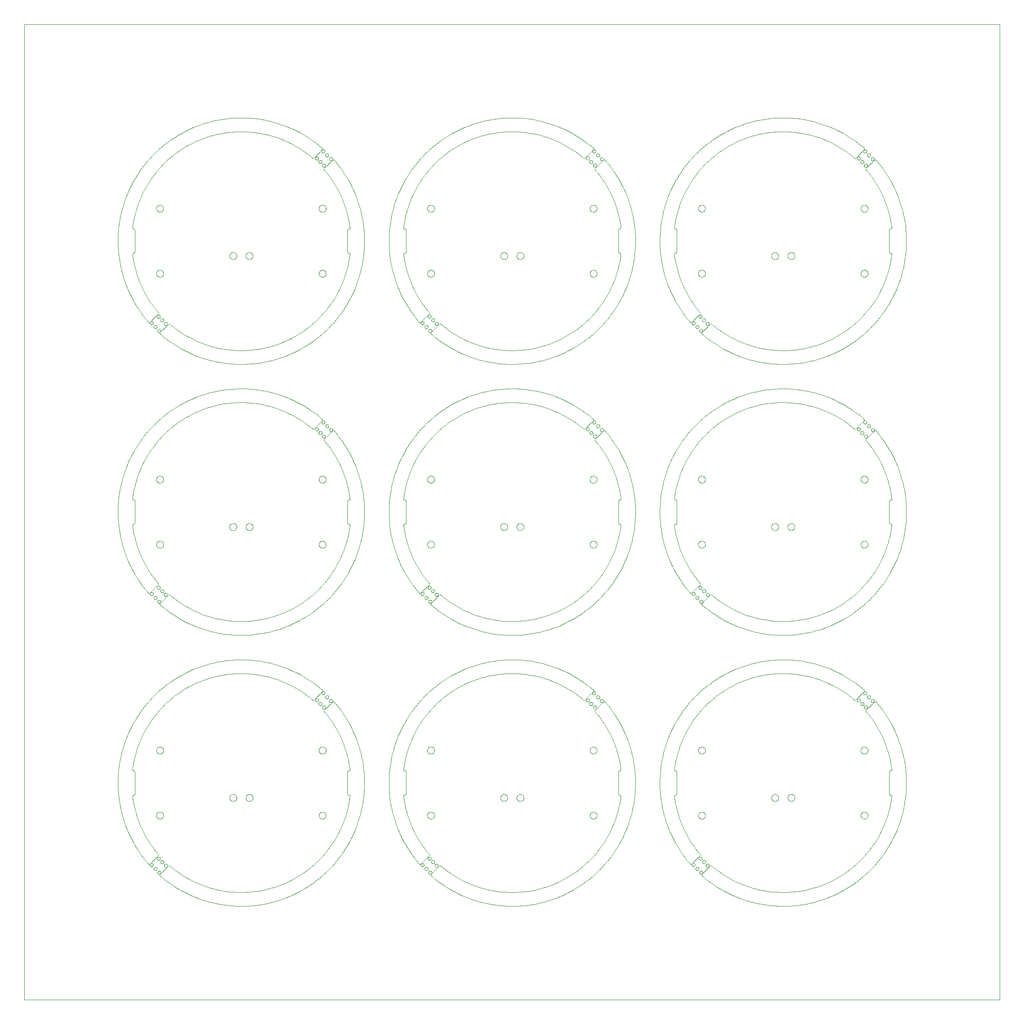
<source format=gko>
G75*
%MOIN*%
%OFA0B0*%
%FSLAX25Y25*%
%IPPOS*%
%LPD*%
%AMOC8*
5,1,8,0,0,1.08239X$1,22.5*
%
%ADD10C,0.00000*%
%ADD11C,0.00039*%
D10*
X0095540Y0096721D02*
X0095542Y0096790D01*
X0095548Y0096858D01*
X0095558Y0096926D01*
X0095572Y0096993D01*
X0095590Y0097060D01*
X0095611Y0097125D01*
X0095637Y0097189D01*
X0095666Y0097251D01*
X0095698Y0097311D01*
X0095734Y0097370D01*
X0095774Y0097426D01*
X0095816Y0097480D01*
X0095862Y0097531D01*
X0095911Y0097580D01*
X0095962Y0097626D01*
X0096016Y0097668D01*
X0096072Y0097708D01*
X0096130Y0097744D01*
X0096191Y0097776D01*
X0096253Y0097805D01*
X0096317Y0097831D01*
X0096382Y0097852D01*
X0096449Y0097870D01*
X0096516Y0097884D01*
X0096584Y0097894D01*
X0096652Y0097900D01*
X0096721Y0097902D01*
X0096790Y0097900D01*
X0096858Y0097894D01*
X0096926Y0097884D01*
X0096993Y0097870D01*
X0097060Y0097852D01*
X0097125Y0097831D01*
X0097189Y0097805D01*
X0097251Y0097776D01*
X0097311Y0097744D01*
X0097370Y0097708D01*
X0097426Y0097668D01*
X0097480Y0097626D01*
X0097531Y0097580D01*
X0097580Y0097531D01*
X0097626Y0097480D01*
X0097668Y0097426D01*
X0097708Y0097370D01*
X0097744Y0097311D01*
X0097776Y0097251D01*
X0097805Y0097189D01*
X0097831Y0097125D01*
X0097852Y0097060D01*
X0097870Y0096993D01*
X0097884Y0096926D01*
X0097894Y0096858D01*
X0097900Y0096790D01*
X0097902Y0096721D01*
X0097900Y0096652D01*
X0097894Y0096584D01*
X0097884Y0096516D01*
X0097870Y0096449D01*
X0097852Y0096382D01*
X0097831Y0096317D01*
X0097805Y0096253D01*
X0097776Y0096191D01*
X0097744Y0096130D01*
X0097708Y0096072D01*
X0097668Y0096016D01*
X0097626Y0095962D01*
X0097580Y0095911D01*
X0097531Y0095862D01*
X0097480Y0095816D01*
X0097426Y0095774D01*
X0097370Y0095734D01*
X0097312Y0095698D01*
X0097251Y0095666D01*
X0097189Y0095637D01*
X0097125Y0095611D01*
X0097060Y0095590D01*
X0096993Y0095572D01*
X0096926Y0095558D01*
X0096858Y0095548D01*
X0096790Y0095542D01*
X0096721Y0095540D01*
X0096652Y0095542D01*
X0096584Y0095548D01*
X0096516Y0095558D01*
X0096449Y0095572D01*
X0096382Y0095590D01*
X0096317Y0095611D01*
X0096253Y0095637D01*
X0096191Y0095666D01*
X0096130Y0095698D01*
X0096072Y0095734D01*
X0096016Y0095774D01*
X0095962Y0095816D01*
X0095911Y0095862D01*
X0095862Y0095911D01*
X0095816Y0095962D01*
X0095774Y0096016D01*
X0095734Y0096072D01*
X0095698Y0096130D01*
X0095666Y0096191D01*
X0095637Y0096253D01*
X0095611Y0096317D01*
X0095590Y0096382D01*
X0095572Y0096449D01*
X0095558Y0096516D01*
X0095548Y0096584D01*
X0095542Y0096652D01*
X0095540Y0096721D01*
X0092756Y0099505D02*
X0092758Y0099574D01*
X0092764Y0099642D01*
X0092774Y0099710D01*
X0092788Y0099777D01*
X0092806Y0099844D01*
X0092827Y0099909D01*
X0092853Y0099973D01*
X0092882Y0100035D01*
X0092914Y0100095D01*
X0092950Y0100154D01*
X0092990Y0100210D01*
X0093032Y0100264D01*
X0093078Y0100315D01*
X0093127Y0100364D01*
X0093178Y0100410D01*
X0093232Y0100452D01*
X0093288Y0100492D01*
X0093346Y0100528D01*
X0093407Y0100560D01*
X0093469Y0100589D01*
X0093533Y0100615D01*
X0093598Y0100636D01*
X0093665Y0100654D01*
X0093732Y0100668D01*
X0093800Y0100678D01*
X0093868Y0100684D01*
X0093937Y0100686D01*
X0094006Y0100684D01*
X0094074Y0100678D01*
X0094142Y0100668D01*
X0094209Y0100654D01*
X0094276Y0100636D01*
X0094341Y0100615D01*
X0094405Y0100589D01*
X0094467Y0100560D01*
X0094527Y0100528D01*
X0094586Y0100492D01*
X0094642Y0100452D01*
X0094696Y0100410D01*
X0094747Y0100364D01*
X0094796Y0100315D01*
X0094842Y0100264D01*
X0094884Y0100210D01*
X0094924Y0100154D01*
X0094960Y0100095D01*
X0094992Y0100035D01*
X0095021Y0099973D01*
X0095047Y0099909D01*
X0095068Y0099844D01*
X0095086Y0099777D01*
X0095100Y0099710D01*
X0095110Y0099642D01*
X0095116Y0099574D01*
X0095118Y0099505D01*
X0095116Y0099436D01*
X0095110Y0099368D01*
X0095100Y0099300D01*
X0095086Y0099233D01*
X0095068Y0099166D01*
X0095047Y0099101D01*
X0095021Y0099037D01*
X0094992Y0098975D01*
X0094960Y0098914D01*
X0094924Y0098856D01*
X0094884Y0098800D01*
X0094842Y0098746D01*
X0094796Y0098695D01*
X0094747Y0098646D01*
X0094696Y0098600D01*
X0094642Y0098558D01*
X0094586Y0098518D01*
X0094528Y0098482D01*
X0094467Y0098450D01*
X0094405Y0098421D01*
X0094341Y0098395D01*
X0094276Y0098374D01*
X0094209Y0098356D01*
X0094142Y0098342D01*
X0094074Y0098332D01*
X0094006Y0098326D01*
X0093937Y0098324D01*
X0093868Y0098326D01*
X0093800Y0098332D01*
X0093732Y0098342D01*
X0093665Y0098356D01*
X0093598Y0098374D01*
X0093533Y0098395D01*
X0093469Y0098421D01*
X0093407Y0098450D01*
X0093346Y0098482D01*
X0093288Y0098518D01*
X0093232Y0098558D01*
X0093178Y0098600D01*
X0093127Y0098646D01*
X0093078Y0098695D01*
X0093032Y0098746D01*
X0092990Y0098800D01*
X0092950Y0098856D01*
X0092914Y0098914D01*
X0092882Y0098975D01*
X0092853Y0099037D01*
X0092827Y0099101D01*
X0092806Y0099166D01*
X0092788Y0099233D01*
X0092774Y0099300D01*
X0092764Y0099368D01*
X0092758Y0099436D01*
X0092756Y0099505D01*
X0097815Y0104170D02*
X0097817Y0104239D01*
X0097823Y0104307D01*
X0097833Y0104375D01*
X0097847Y0104442D01*
X0097865Y0104509D01*
X0097886Y0104574D01*
X0097912Y0104638D01*
X0097941Y0104700D01*
X0097973Y0104760D01*
X0098009Y0104819D01*
X0098049Y0104875D01*
X0098091Y0104929D01*
X0098137Y0104980D01*
X0098186Y0105029D01*
X0098237Y0105075D01*
X0098291Y0105117D01*
X0098347Y0105157D01*
X0098405Y0105193D01*
X0098466Y0105225D01*
X0098528Y0105254D01*
X0098592Y0105280D01*
X0098657Y0105301D01*
X0098724Y0105319D01*
X0098791Y0105333D01*
X0098859Y0105343D01*
X0098927Y0105349D01*
X0098996Y0105351D01*
X0099065Y0105349D01*
X0099133Y0105343D01*
X0099201Y0105333D01*
X0099268Y0105319D01*
X0099335Y0105301D01*
X0099400Y0105280D01*
X0099464Y0105254D01*
X0099526Y0105225D01*
X0099586Y0105193D01*
X0099645Y0105157D01*
X0099701Y0105117D01*
X0099755Y0105075D01*
X0099806Y0105029D01*
X0099855Y0104980D01*
X0099901Y0104929D01*
X0099943Y0104875D01*
X0099983Y0104819D01*
X0100019Y0104760D01*
X0100051Y0104700D01*
X0100080Y0104638D01*
X0100106Y0104574D01*
X0100127Y0104509D01*
X0100145Y0104442D01*
X0100159Y0104375D01*
X0100169Y0104307D01*
X0100175Y0104239D01*
X0100177Y0104170D01*
X0100175Y0104101D01*
X0100169Y0104033D01*
X0100159Y0103965D01*
X0100145Y0103898D01*
X0100127Y0103831D01*
X0100106Y0103766D01*
X0100080Y0103702D01*
X0100051Y0103640D01*
X0100019Y0103579D01*
X0099983Y0103521D01*
X0099943Y0103465D01*
X0099901Y0103411D01*
X0099855Y0103360D01*
X0099806Y0103311D01*
X0099755Y0103265D01*
X0099701Y0103223D01*
X0099645Y0103183D01*
X0099587Y0103147D01*
X0099526Y0103115D01*
X0099464Y0103086D01*
X0099400Y0103060D01*
X0099335Y0103039D01*
X0099268Y0103021D01*
X0099201Y0103007D01*
X0099133Y0102997D01*
X0099065Y0102991D01*
X0098996Y0102989D01*
X0098927Y0102991D01*
X0098859Y0102997D01*
X0098791Y0103007D01*
X0098724Y0103021D01*
X0098657Y0103039D01*
X0098592Y0103060D01*
X0098528Y0103086D01*
X0098466Y0103115D01*
X0098405Y0103147D01*
X0098347Y0103183D01*
X0098291Y0103223D01*
X0098237Y0103265D01*
X0098186Y0103311D01*
X0098137Y0103360D01*
X0098091Y0103411D01*
X0098049Y0103465D01*
X0098009Y0103521D01*
X0097973Y0103579D01*
X0097941Y0103640D01*
X0097912Y0103702D01*
X0097886Y0103766D01*
X0097865Y0103831D01*
X0097847Y0103898D01*
X0097833Y0103965D01*
X0097823Y0104033D01*
X0097817Y0104101D01*
X0097815Y0104170D01*
X0100460Y0101641D02*
X0100462Y0101710D01*
X0100468Y0101778D01*
X0100478Y0101846D01*
X0100492Y0101913D01*
X0100510Y0101980D01*
X0100531Y0102045D01*
X0100557Y0102109D01*
X0100586Y0102171D01*
X0100618Y0102231D01*
X0100654Y0102290D01*
X0100694Y0102346D01*
X0100736Y0102400D01*
X0100782Y0102451D01*
X0100831Y0102500D01*
X0100882Y0102546D01*
X0100936Y0102588D01*
X0100992Y0102628D01*
X0101050Y0102664D01*
X0101111Y0102696D01*
X0101173Y0102725D01*
X0101237Y0102751D01*
X0101302Y0102772D01*
X0101369Y0102790D01*
X0101436Y0102804D01*
X0101504Y0102814D01*
X0101572Y0102820D01*
X0101641Y0102822D01*
X0101710Y0102820D01*
X0101778Y0102814D01*
X0101846Y0102804D01*
X0101913Y0102790D01*
X0101980Y0102772D01*
X0102045Y0102751D01*
X0102109Y0102725D01*
X0102171Y0102696D01*
X0102231Y0102664D01*
X0102290Y0102628D01*
X0102346Y0102588D01*
X0102400Y0102546D01*
X0102451Y0102500D01*
X0102500Y0102451D01*
X0102546Y0102400D01*
X0102588Y0102346D01*
X0102628Y0102290D01*
X0102664Y0102231D01*
X0102696Y0102171D01*
X0102725Y0102109D01*
X0102751Y0102045D01*
X0102772Y0101980D01*
X0102790Y0101913D01*
X0102804Y0101846D01*
X0102814Y0101778D01*
X0102820Y0101710D01*
X0102822Y0101641D01*
X0102820Y0101572D01*
X0102814Y0101504D01*
X0102804Y0101436D01*
X0102790Y0101369D01*
X0102772Y0101302D01*
X0102751Y0101237D01*
X0102725Y0101173D01*
X0102696Y0101111D01*
X0102664Y0101050D01*
X0102628Y0100992D01*
X0102588Y0100936D01*
X0102546Y0100882D01*
X0102500Y0100831D01*
X0102451Y0100782D01*
X0102400Y0100736D01*
X0102346Y0100694D01*
X0102290Y0100654D01*
X0102232Y0100618D01*
X0102171Y0100586D01*
X0102109Y0100557D01*
X0102045Y0100531D01*
X0101980Y0100510D01*
X0101913Y0100492D01*
X0101846Y0100478D01*
X0101778Y0100468D01*
X0101710Y0100462D01*
X0101641Y0100460D01*
X0101572Y0100462D01*
X0101504Y0100468D01*
X0101436Y0100478D01*
X0101369Y0100492D01*
X0101302Y0100510D01*
X0101237Y0100531D01*
X0101173Y0100557D01*
X0101111Y0100586D01*
X0101050Y0100618D01*
X0100992Y0100654D01*
X0100936Y0100694D01*
X0100882Y0100736D01*
X0100831Y0100782D01*
X0100782Y0100831D01*
X0100736Y0100882D01*
X0100694Y0100936D01*
X0100654Y0100992D01*
X0100618Y0101050D01*
X0100586Y0101111D01*
X0100557Y0101173D01*
X0100531Y0101237D01*
X0100510Y0101302D01*
X0100492Y0101369D01*
X0100478Y0101436D01*
X0100468Y0101504D01*
X0100462Y0101572D01*
X0100460Y0101641D01*
X0102989Y0098996D02*
X0102991Y0099065D01*
X0102997Y0099133D01*
X0103007Y0099201D01*
X0103021Y0099268D01*
X0103039Y0099335D01*
X0103060Y0099400D01*
X0103086Y0099464D01*
X0103115Y0099526D01*
X0103147Y0099586D01*
X0103183Y0099645D01*
X0103223Y0099701D01*
X0103265Y0099755D01*
X0103311Y0099806D01*
X0103360Y0099855D01*
X0103411Y0099901D01*
X0103465Y0099943D01*
X0103521Y0099983D01*
X0103579Y0100019D01*
X0103640Y0100051D01*
X0103702Y0100080D01*
X0103766Y0100106D01*
X0103831Y0100127D01*
X0103898Y0100145D01*
X0103965Y0100159D01*
X0104033Y0100169D01*
X0104101Y0100175D01*
X0104170Y0100177D01*
X0104239Y0100175D01*
X0104307Y0100169D01*
X0104375Y0100159D01*
X0104442Y0100145D01*
X0104509Y0100127D01*
X0104574Y0100106D01*
X0104638Y0100080D01*
X0104700Y0100051D01*
X0104760Y0100019D01*
X0104819Y0099983D01*
X0104875Y0099943D01*
X0104929Y0099901D01*
X0104980Y0099855D01*
X0105029Y0099806D01*
X0105075Y0099755D01*
X0105117Y0099701D01*
X0105157Y0099645D01*
X0105193Y0099586D01*
X0105225Y0099526D01*
X0105254Y0099464D01*
X0105280Y0099400D01*
X0105301Y0099335D01*
X0105319Y0099268D01*
X0105333Y0099201D01*
X0105343Y0099133D01*
X0105349Y0099065D01*
X0105351Y0098996D01*
X0105349Y0098927D01*
X0105343Y0098859D01*
X0105333Y0098791D01*
X0105319Y0098724D01*
X0105301Y0098657D01*
X0105280Y0098592D01*
X0105254Y0098528D01*
X0105225Y0098466D01*
X0105193Y0098405D01*
X0105157Y0098347D01*
X0105117Y0098291D01*
X0105075Y0098237D01*
X0105029Y0098186D01*
X0104980Y0098137D01*
X0104929Y0098091D01*
X0104875Y0098049D01*
X0104819Y0098009D01*
X0104761Y0097973D01*
X0104700Y0097941D01*
X0104638Y0097912D01*
X0104574Y0097886D01*
X0104509Y0097865D01*
X0104442Y0097847D01*
X0104375Y0097833D01*
X0104307Y0097823D01*
X0104239Y0097817D01*
X0104170Y0097815D01*
X0104101Y0097817D01*
X0104033Y0097823D01*
X0103965Y0097833D01*
X0103898Y0097847D01*
X0103831Y0097865D01*
X0103766Y0097886D01*
X0103702Y0097912D01*
X0103640Y0097941D01*
X0103579Y0097973D01*
X0103521Y0098009D01*
X0103465Y0098049D01*
X0103411Y0098091D01*
X0103360Y0098137D01*
X0103311Y0098186D01*
X0103265Y0098237D01*
X0103223Y0098291D01*
X0103183Y0098347D01*
X0103147Y0098405D01*
X0103115Y0098466D01*
X0103086Y0098528D01*
X0103060Y0098592D01*
X0103039Y0098657D01*
X0103021Y0098724D01*
X0103007Y0098791D01*
X0102997Y0098859D01*
X0102991Y0098927D01*
X0102989Y0098996D01*
X0098324Y0093937D02*
X0098326Y0094006D01*
X0098332Y0094074D01*
X0098342Y0094142D01*
X0098356Y0094209D01*
X0098374Y0094276D01*
X0098395Y0094341D01*
X0098421Y0094405D01*
X0098450Y0094467D01*
X0098482Y0094527D01*
X0098518Y0094586D01*
X0098558Y0094642D01*
X0098600Y0094696D01*
X0098646Y0094747D01*
X0098695Y0094796D01*
X0098746Y0094842D01*
X0098800Y0094884D01*
X0098856Y0094924D01*
X0098914Y0094960D01*
X0098975Y0094992D01*
X0099037Y0095021D01*
X0099101Y0095047D01*
X0099166Y0095068D01*
X0099233Y0095086D01*
X0099300Y0095100D01*
X0099368Y0095110D01*
X0099436Y0095116D01*
X0099505Y0095118D01*
X0099574Y0095116D01*
X0099642Y0095110D01*
X0099710Y0095100D01*
X0099777Y0095086D01*
X0099844Y0095068D01*
X0099909Y0095047D01*
X0099973Y0095021D01*
X0100035Y0094992D01*
X0100095Y0094960D01*
X0100154Y0094924D01*
X0100210Y0094884D01*
X0100264Y0094842D01*
X0100315Y0094796D01*
X0100364Y0094747D01*
X0100410Y0094696D01*
X0100452Y0094642D01*
X0100492Y0094586D01*
X0100528Y0094527D01*
X0100560Y0094467D01*
X0100589Y0094405D01*
X0100615Y0094341D01*
X0100636Y0094276D01*
X0100654Y0094209D01*
X0100668Y0094142D01*
X0100678Y0094074D01*
X0100684Y0094006D01*
X0100686Y0093937D01*
X0100684Y0093868D01*
X0100678Y0093800D01*
X0100668Y0093732D01*
X0100654Y0093665D01*
X0100636Y0093598D01*
X0100615Y0093533D01*
X0100589Y0093469D01*
X0100560Y0093407D01*
X0100528Y0093346D01*
X0100492Y0093288D01*
X0100452Y0093232D01*
X0100410Y0093178D01*
X0100364Y0093127D01*
X0100315Y0093078D01*
X0100264Y0093032D01*
X0100210Y0092990D01*
X0100154Y0092950D01*
X0100096Y0092914D01*
X0100035Y0092882D01*
X0099973Y0092853D01*
X0099909Y0092827D01*
X0099844Y0092806D01*
X0099777Y0092788D01*
X0099710Y0092774D01*
X0099642Y0092764D01*
X0099574Y0092758D01*
X0099505Y0092756D01*
X0099436Y0092758D01*
X0099368Y0092764D01*
X0099300Y0092774D01*
X0099233Y0092788D01*
X0099166Y0092806D01*
X0099101Y0092827D01*
X0099037Y0092853D01*
X0098975Y0092882D01*
X0098914Y0092914D01*
X0098856Y0092950D01*
X0098800Y0092990D01*
X0098746Y0093032D01*
X0098695Y0093078D01*
X0098646Y0093127D01*
X0098600Y0093178D01*
X0098558Y0093232D01*
X0098518Y0093288D01*
X0098482Y0093346D01*
X0098450Y0093407D01*
X0098421Y0093469D01*
X0098395Y0093533D01*
X0098374Y0093598D01*
X0098356Y0093665D01*
X0098342Y0093732D01*
X0098332Y0093800D01*
X0098326Y0093868D01*
X0098324Y0093937D01*
X0097466Y0135458D02*
X0097468Y0135559D01*
X0097474Y0135660D01*
X0097484Y0135761D01*
X0097498Y0135861D01*
X0097516Y0135960D01*
X0097538Y0136059D01*
X0097563Y0136157D01*
X0097593Y0136254D01*
X0097626Y0136349D01*
X0097663Y0136443D01*
X0097704Y0136536D01*
X0097748Y0136627D01*
X0097796Y0136716D01*
X0097848Y0136803D01*
X0097903Y0136888D01*
X0097961Y0136970D01*
X0098022Y0137051D01*
X0098087Y0137129D01*
X0098154Y0137204D01*
X0098224Y0137276D01*
X0098298Y0137346D01*
X0098374Y0137413D01*
X0098452Y0137477D01*
X0098533Y0137537D01*
X0098616Y0137594D01*
X0098702Y0137648D01*
X0098790Y0137699D01*
X0098879Y0137746D01*
X0098970Y0137790D01*
X0099063Y0137829D01*
X0099158Y0137866D01*
X0099253Y0137898D01*
X0099350Y0137927D01*
X0099449Y0137951D01*
X0099547Y0137972D01*
X0099647Y0137989D01*
X0099747Y0138002D01*
X0099848Y0138011D01*
X0099949Y0138016D01*
X0100050Y0138017D01*
X0100151Y0138014D01*
X0100252Y0138007D01*
X0100353Y0137996D01*
X0100453Y0137981D01*
X0100552Y0137962D01*
X0100651Y0137939D01*
X0100748Y0137913D01*
X0100845Y0137882D01*
X0100940Y0137848D01*
X0101033Y0137810D01*
X0101126Y0137768D01*
X0101216Y0137723D01*
X0101305Y0137674D01*
X0101391Y0137622D01*
X0101475Y0137566D01*
X0101558Y0137507D01*
X0101637Y0137445D01*
X0101715Y0137380D01*
X0101789Y0137312D01*
X0101861Y0137240D01*
X0101930Y0137167D01*
X0101996Y0137090D01*
X0102059Y0137011D01*
X0102119Y0136929D01*
X0102175Y0136845D01*
X0102228Y0136759D01*
X0102278Y0136671D01*
X0102324Y0136581D01*
X0102367Y0136490D01*
X0102406Y0136396D01*
X0102441Y0136301D01*
X0102472Y0136205D01*
X0102500Y0136108D01*
X0102524Y0136010D01*
X0102544Y0135911D01*
X0102560Y0135811D01*
X0102572Y0135710D01*
X0102580Y0135610D01*
X0102584Y0135509D01*
X0102584Y0135407D01*
X0102580Y0135306D01*
X0102572Y0135206D01*
X0102560Y0135105D01*
X0102544Y0135005D01*
X0102524Y0134906D01*
X0102500Y0134808D01*
X0102472Y0134711D01*
X0102441Y0134615D01*
X0102406Y0134520D01*
X0102367Y0134426D01*
X0102324Y0134335D01*
X0102278Y0134245D01*
X0102228Y0134157D01*
X0102175Y0134071D01*
X0102119Y0133987D01*
X0102059Y0133905D01*
X0101996Y0133826D01*
X0101930Y0133749D01*
X0101861Y0133676D01*
X0101789Y0133604D01*
X0101715Y0133536D01*
X0101637Y0133471D01*
X0101558Y0133409D01*
X0101475Y0133350D01*
X0101391Y0133294D01*
X0101304Y0133242D01*
X0101216Y0133193D01*
X0101126Y0133148D01*
X0101033Y0133106D01*
X0100940Y0133068D01*
X0100845Y0133034D01*
X0100748Y0133003D01*
X0100651Y0132977D01*
X0100552Y0132954D01*
X0100453Y0132935D01*
X0100353Y0132920D01*
X0100252Y0132909D01*
X0100151Y0132902D01*
X0100050Y0132899D01*
X0099949Y0132900D01*
X0099848Y0132905D01*
X0099747Y0132914D01*
X0099647Y0132927D01*
X0099547Y0132944D01*
X0099449Y0132965D01*
X0099350Y0132989D01*
X0099253Y0133018D01*
X0099158Y0133050D01*
X0099063Y0133087D01*
X0098970Y0133126D01*
X0098879Y0133170D01*
X0098790Y0133217D01*
X0098702Y0133268D01*
X0098616Y0133322D01*
X0098533Y0133379D01*
X0098452Y0133439D01*
X0098374Y0133503D01*
X0098298Y0133570D01*
X0098224Y0133640D01*
X0098154Y0133712D01*
X0098087Y0133787D01*
X0098022Y0133865D01*
X0097961Y0133946D01*
X0097903Y0134028D01*
X0097848Y0134113D01*
X0097796Y0134200D01*
X0097748Y0134289D01*
X0097704Y0134380D01*
X0097663Y0134473D01*
X0097626Y0134567D01*
X0097593Y0134662D01*
X0097563Y0134759D01*
X0097538Y0134857D01*
X0097516Y0134956D01*
X0097498Y0135055D01*
X0097484Y0135155D01*
X0097474Y0135256D01*
X0097468Y0135357D01*
X0097466Y0135458D01*
X0097466Y0182702D02*
X0097468Y0182803D01*
X0097474Y0182904D01*
X0097484Y0183005D01*
X0097498Y0183105D01*
X0097516Y0183204D01*
X0097538Y0183303D01*
X0097563Y0183401D01*
X0097593Y0183498D01*
X0097626Y0183593D01*
X0097663Y0183687D01*
X0097704Y0183780D01*
X0097748Y0183871D01*
X0097796Y0183960D01*
X0097848Y0184047D01*
X0097903Y0184132D01*
X0097961Y0184214D01*
X0098022Y0184295D01*
X0098087Y0184373D01*
X0098154Y0184448D01*
X0098224Y0184520D01*
X0098298Y0184590D01*
X0098374Y0184657D01*
X0098452Y0184721D01*
X0098533Y0184781D01*
X0098616Y0184838D01*
X0098702Y0184892D01*
X0098790Y0184943D01*
X0098879Y0184990D01*
X0098970Y0185034D01*
X0099063Y0185073D01*
X0099158Y0185110D01*
X0099253Y0185142D01*
X0099350Y0185171D01*
X0099449Y0185195D01*
X0099547Y0185216D01*
X0099647Y0185233D01*
X0099747Y0185246D01*
X0099848Y0185255D01*
X0099949Y0185260D01*
X0100050Y0185261D01*
X0100151Y0185258D01*
X0100252Y0185251D01*
X0100353Y0185240D01*
X0100453Y0185225D01*
X0100552Y0185206D01*
X0100651Y0185183D01*
X0100748Y0185157D01*
X0100845Y0185126D01*
X0100940Y0185092D01*
X0101033Y0185054D01*
X0101126Y0185012D01*
X0101216Y0184967D01*
X0101305Y0184918D01*
X0101391Y0184866D01*
X0101475Y0184810D01*
X0101558Y0184751D01*
X0101637Y0184689D01*
X0101715Y0184624D01*
X0101789Y0184556D01*
X0101861Y0184484D01*
X0101930Y0184411D01*
X0101996Y0184334D01*
X0102059Y0184255D01*
X0102119Y0184173D01*
X0102175Y0184089D01*
X0102228Y0184003D01*
X0102278Y0183915D01*
X0102324Y0183825D01*
X0102367Y0183734D01*
X0102406Y0183640D01*
X0102441Y0183545D01*
X0102472Y0183449D01*
X0102500Y0183352D01*
X0102524Y0183254D01*
X0102544Y0183155D01*
X0102560Y0183055D01*
X0102572Y0182954D01*
X0102580Y0182854D01*
X0102584Y0182753D01*
X0102584Y0182651D01*
X0102580Y0182550D01*
X0102572Y0182450D01*
X0102560Y0182349D01*
X0102544Y0182249D01*
X0102524Y0182150D01*
X0102500Y0182052D01*
X0102472Y0181955D01*
X0102441Y0181859D01*
X0102406Y0181764D01*
X0102367Y0181670D01*
X0102324Y0181579D01*
X0102278Y0181489D01*
X0102228Y0181401D01*
X0102175Y0181315D01*
X0102119Y0181231D01*
X0102059Y0181149D01*
X0101996Y0181070D01*
X0101930Y0180993D01*
X0101861Y0180920D01*
X0101789Y0180848D01*
X0101715Y0180780D01*
X0101637Y0180715D01*
X0101558Y0180653D01*
X0101475Y0180594D01*
X0101391Y0180538D01*
X0101304Y0180486D01*
X0101216Y0180437D01*
X0101126Y0180392D01*
X0101033Y0180350D01*
X0100940Y0180312D01*
X0100845Y0180278D01*
X0100748Y0180247D01*
X0100651Y0180221D01*
X0100552Y0180198D01*
X0100453Y0180179D01*
X0100353Y0180164D01*
X0100252Y0180153D01*
X0100151Y0180146D01*
X0100050Y0180143D01*
X0099949Y0180144D01*
X0099848Y0180149D01*
X0099747Y0180158D01*
X0099647Y0180171D01*
X0099547Y0180188D01*
X0099449Y0180209D01*
X0099350Y0180233D01*
X0099253Y0180262D01*
X0099158Y0180294D01*
X0099063Y0180331D01*
X0098970Y0180370D01*
X0098879Y0180414D01*
X0098790Y0180461D01*
X0098702Y0180512D01*
X0098616Y0180566D01*
X0098533Y0180623D01*
X0098452Y0180683D01*
X0098374Y0180747D01*
X0098298Y0180814D01*
X0098224Y0180884D01*
X0098154Y0180956D01*
X0098087Y0181031D01*
X0098022Y0181109D01*
X0097961Y0181190D01*
X0097903Y0181272D01*
X0097848Y0181357D01*
X0097796Y0181444D01*
X0097748Y0181533D01*
X0097704Y0181624D01*
X0097663Y0181717D01*
X0097626Y0181811D01*
X0097593Y0181906D01*
X0097563Y0182003D01*
X0097538Y0182101D01*
X0097516Y0182200D01*
X0097498Y0182299D01*
X0097484Y0182399D01*
X0097474Y0182500D01*
X0097468Y0182601D01*
X0097466Y0182702D01*
X0150616Y0148254D02*
X0150618Y0148355D01*
X0150624Y0148456D01*
X0150634Y0148557D01*
X0150648Y0148657D01*
X0150666Y0148756D01*
X0150688Y0148855D01*
X0150713Y0148953D01*
X0150743Y0149050D01*
X0150776Y0149145D01*
X0150813Y0149239D01*
X0150854Y0149332D01*
X0150898Y0149423D01*
X0150946Y0149512D01*
X0150998Y0149599D01*
X0151053Y0149684D01*
X0151111Y0149766D01*
X0151172Y0149847D01*
X0151237Y0149925D01*
X0151304Y0150000D01*
X0151374Y0150072D01*
X0151448Y0150142D01*
X0151524Y0150209D01*
X0151602Y0150273D01*
X0151683Y0150333D01*
X0151766Y0150390D01*
X0151852Y0150444D01*
X0151940Y0150495D01*
X0152029Y0150542D01*
X0152120Y0150586D01*
X0152213Y0150625D01*
X0152308Y0150662D01*
X0152403Y0150694D01*
X0152500Y0150723D01*
X0152599Y0150747D01*
X0152697Y0150768D01*
X0152797Y0150785D01*
X0152897Y0150798D01*
X0152998Y0150807D01*
X0153099Y0150812D01*
X0153200Y0150813D01*
X0153301Y0150810D01*
X0153402Y0150803D01*
X0153503Y0150792D01*
X0153603Y0150777D01*
X0153702Y0150758D01*
X0153801Y0150735D01*
X0153898Y0150709D01*
X0153995Y0150678D01*
X0154090Y0150644D01*
X0154183Y0150606D01*
X0154276Y0150564D01*
X0154366Y0150519D01*
X0154455Y0150470D01*
X0154541Y0150418D01*
X0154625Y0150362D01*
X0154708Y0150303D01*
X0154787Y0150241D01*
X0154865Y0150176D01*
X0154939Y0150108D01*
X0155011Y0150036D01*
X0155080Y0149963D01*
X0155146Y0149886D01*
X0155209Y0149807D01*
X0155269Y0149725D01*
X0155325Y0149641D01*
X0155378Y0149555D01*
X0155428Y0149467D01*
X0155474Y0149377D01*
X0155517Y0149286D01*
X0155556Y0149192D01*
X0155591Y0149097D01*
X0155622Y0149001D01*
X0155650Y0148904D01*
X0155674Y0148806D01*
X0155694Y0148707D01*
X0155710Y0148607D01*
X0155722Y0148506D01*
X0155730Y0148406D01*
X0155734Y0148305D01*
X0155734Y0148203D01*
X0155730Y0148102D01*
X0155722Y0148002D01*
X0155710Y0147901D01*
X0155694Y0147801D01*
X0155674Y0147702D01*
X0155650Y0147604D01*
X0155622Y0147507D01*
X0155591Y0147411D01*
X0155556Y0147316D01*
X0155517Y0147222D01*
X0155474Y0147131D01*
X0155428Y0147041D01*
X0155378Y0146953D01*
X0155325Y0146867D01*
X0155269Y0146783D01*
X0155209Y0146701D01*
X0155146Y0146622D01*
X0155080Y0146545D01*
X0155011Y0146472D01*
X0154939Y0146400D01*
X0154865Y0146332D01*
X0154787Y0146267D01*
X0154708Y0146205D01*
X0154625Y0146146D01*
X0154541Y0146090D01*
X0154454Y0146038D01*
X0154366Y0145989D01*
X0154276Y0145944D01*
X0154183Y0145902D01*
X0154090Y0145864D01*
X0153995Y0145830D01*
X0153898Y0145799D01*
X0153801Y0145773D01*
X0153702Y0145750D01*
X0153603Y0145731D01*
X0153503Y0145716D01*
X0153402Y0145705D01*
X0153301Y0145698D01*
X0153200Y0145695D01*
X0153099Y0145696D01*
X0152998Y0145701D01*
X0152897Y0145710D01*
X0152797Y0145723D01*
X0152697Y0145740D01*
X0152599Y0145761D01*
X0152500Y0145785D01*
X0152403Y0145814D01*
X0152308Y0145846D01*
X0152213Y0145883D01*
X0152120Y0145922D01*
X0152029Y0145966D01*
X0151940Y0146013D01*
X0151852Y0146064D01*
X0151766Y0146118D01*
X0151683Y0146175D01*
X0151602Y0146235D01*
X0151524Y0146299D01*
X0151448Y0146366D01*
X0151374Y0146436D01*
X0151304Y0146508D01*
X0151237Y0146583D01*
X0151172Y0146661D01*
X0151111Y0146742D01*
X0151053Y0146824D01*
X0150998Y0146909D01*
X0150946Y0146996D01*
X0150898Y0147085D01*
X0150854Y0147176D01*
X0150813Y0147269D01*
X0150776Y0147363D01*
X0150743Y0147458D01*
X0150713Y0147555D01*
X0150688Y0147653D01*
X0150666Y0147752D01*
X0150648Y0147851D01*
X0150634Y0147951D01*
X0150624Y0148052D01*
X0150618Y0148153D01*
X0150616Y0148254D01*
X0162427Y0148254D02*
X0162429Y0148355D01*
X0162435Y0148456D01*
X0162445Y0148557D01*
X0162459Y0148657D01*
X0162477Y0148756D01*
X0162499Y0148855D01*
X0162524Y0148953D01*
X0162554Y0149050D01*
X0162587Y0149145D01*
X0162624Y0149239D01*
X0162665Y0149332D01*
X0162709Y0149423D01*
X0162757Y0149512D01*
X0162809Y0149599D01*
X0162864Y0149684D01*
X0162922Y0149766D01*
X0162983Y0149847D01*
X0163048Y0149925D01*
X0163115Y0150000D01*
X0163185Y0150072D01*
X0163259Y0150142D01*
X0163335Y0150209D01*
X0163413Y0150273D01*
X0163494Y0150333D01*
X0163577Y0150390D01*
X0163663Y0150444D01*
X0163751Y0150495D01*
X0163840Y0150542D01*
X0163931Y0150586D01*
X0164024Y0150625D01*
X0164119Y0150662D01*
X0164214Y0150694D01*
X0164311Y0150723D01*
X0164410Y0150747D01*
X0164508Y0150768D01*
X0164608Y0150785D01*
X0164708Y0150798D01*
X0164809Y0150807D01*
X0164910Y0150812D01*
X0165011Y0150813D01*
X0165112Y0150810D01*
X0165213Y0150803D01*
X0165314Y0150792D01*
X0165414Y0150777D01*
X0165513Y0150758D01*
X0165612Y0150735D01*
X0165709Y0150709D01*
X0165806Y0150678D01*
X0165901Y0150644D01*
X0165994Y0150606D01*
X0166087Y0150564D01*
X0166177Y0150519D01*
X0166266Y0150470D01*
X0166352Y0150418D01*
X0166436Y0150362D01*
X0166519Y0150303D01*
X0166598Y0150241D01*
X0166676Y0150176D01*
X0166750Y0150108D01*
X0166822Y0150036D01*
X0166891Y0149963D01*
X0166957Y0149886D01*
X0167020Y0149807D01*
X0167080Y0149725D01*
X0167136Y0149641D01*
X0167189Y0149555D01*
X0167239Y0149467D01*
X0167285Y0149377D01*
X0167328Y0149286D01*
X0167367Y0149192D01*
X0167402Y0149097D01*
X0167433Y0149001D01*
X0167461Y0148904D01*
X0167485Y0148806D01*
X0167505Y0148707D01*
X0167521Y0148607D01*
X0167533Y0148506D01*
X0167541Y0148406D01*
X0167545Y0148305D01*
X0167545Y0148203D01*
X0167541Y0148102D01*
X0167533Y0148002D01*
X0167521Y0147901D01*
X0167505Y0147801D01*
X0167485Y0147702D01*
X0167461Y0147604D01*
X0167433Y0147507D01*
X0167402Y0147411D01*
X0167367Y0147316D01*
X0167328Y0147222D01*
X0167285Y0147131D01*
X0167239Y0147041D01*
X0167189Y0146953D01*
X0167136Y0146867D01*
X0167080Y0146783D01*
X0167020Y0146701D01*
X0166957Y0146622D01*
X0166891Y0146545D01*
X0166822Y0146472D01*
X0166750Y0146400D01*
X0166676Y0146332D01*
X0166598Y0146267D01*
X0166519Y0146205D01*
X0166436Y0146146D01*
X0166352Y0146090D01*
X0166265Y0146038D01*
X0166177Y0145989D01*
X0166087Y0145944D01*
X0165994Y0145902D01*
X0165901Y0145864D01*
X0165806Y0145830D01*
X0165709Y0145799D01*
X0165612Y0145773D01*
X0165513Y0145750D01*
X0165414Y0145731D01*
X0165314Y0145716D01*
X0165213Y0145705D01*
X0165112Y0145698D01*
X0165011Y0145695D01*
X0164910Y0145696D01*
X0164809Y0145701D01*
X0164708Y0145710D01*
X0164608Y0145723D01*
X0164508Y0145740D01*
X0164410Y0145761D01*
X0164311Y0145785D01*
X0164214Y0145814D01*
X0164119Y0145846D01*
X0164024Y0145883D01*
X0163931Y0145922D01*
X0163840Y0145966D01*
X0163751Y0146013D01*
X0163663Y0146064D01*
X0163577Y0146118D01*
X0163494Y0146175D01*
X0163413Y0146235D01*
X0163335Y0146299D01*
X0163259Y0146366D01*
X0163185Y0146436D01*
X0163115Y0146508D01*
X0163048Y0146583D01*
X0162983Y0146661D01*
X0162922Y0146742D01*
X0162864Y0146824D01*
X0162809Y0146909D01*
X0162757Y0146996D01*
X0162709Y0147085D01*
X0162665Y0147176D01*
X0162624Y0147269D01*
X0162587Y0147363D01*
X0162554Y0147458D01*
X0162524Y0147555D01*
X0162499Y0147653D01*
X0162477Y0147752D01*
X0162459Y0147851D01*
X0162445Y0147951D01*
X0162435Y0148052D01*
X0162429Y0148153D01*
X0162427Y0148254D01*
X0215576Y0135458D02*
X0215578Y0135559D01*
X0215584Y0135660D01*
X0215594Y0135761D01*
X0215608Y0135861D01*
X0215626Y0135960D01*
X0215648Y0136059D01*
X0215673Y0136157D01*
X0215703Y0136254D01*
X0215736Y0136349D01*
X0215773Y0136443D01*
X0215814Y0136536D01*
X0215858Y0136627D01*
X0215906Y0136716D01*
X0215958Y0136803D01*
X0216013Y0136888D01*
X0216071Y0136970D01*
X0216132Y0137051D01*
X0216197Y0137129D01*
X0216264Y0137204D01*
X0216334Y0137276D01*
X0216408Y0137346D01*
X0216484Y0137413D01*
X0216562Y0137477D01*
X0216643Y0137537D01*
X0216726Y0137594D01*
X0216812Y0137648D01*
X0216900Y0137699D01*
X0216989Y0137746D01*
X0217080Y0137790D01*
X0217173Y0137829D01*
X0217268Y0137866D01*
X0217363Y0137898D01*
X0217460Y0137927D01*
X0217559Y0137951D01*
X0217657Y0137972D01*
X0217757Y0137989D01*
X0217857Y0138002D01*
X0217958Y0138011D01*
X0218059Y0138016D01*
X0218160Y0138017D01*
X0218261Y0138014D01*
X0218362Y0138007D01*
X0218463Y0137996D01*
X0218563Y0137981D01*
X0218662Y0137962D01*
X0218761Y0137939D01*
X0218858Y0137913D01*
X0218955Y0137882D01*
X0219050Y0137848D01*
X0219143Y0137810D01*
X0219236Y0137768D01*
X0219326Y0137723D01*
X0219415Y0137674D01*
X0219501Y0137622D01*
X0219585Y0137566D01*
X0219668Y0137507D01*
X0219747Y0137445D01*
X0219825Y0137380D01*
X0219899Y0137312D01*
X0219971Y0137240D01*
X0220040Y0137167D01*
X0220106Y0137090D01*
X0220169Y0137011D01*
X0220229Y0136929D01*
X0220285Y0136845D01*
X0220338Y0136759D01*
X0220388Y0136671D01*
X0220434Y0136581D01*
X0220477Y0136490D01*
X0220516Y0136396D01*
X0220551Y0136301D01*
X0220582Y0136205D01*
X0220610Y0136108D01*
X0220634Y0136010D01*
X0220654Y0135911D01*
X0220670Y0135811D01*
X0220682Y0135710D01*
X0220690Y0135610D01*
X0220694Y0135509D01*
X0220694Y0135407D01*
X0220690Y0135306D01*
X0220682Y0135206D01*
X0220670Y0135105D01*
X0220654Y0135005D01*
X0220634Y0134906D01*
X0220610Y0134808D01*
X0220582Y0134711D01*
X0220551Y0134615D01*
X0220516Y0134520D01*
X0220477Y0134426D01*
X0220434Y0134335D01*
X0220388Y0134245D01*
X0220338Y0134157D01*
X0220285Y0134071D01*
X0220229Y0133987D01*
X0220169Y0133905D01*
X0220106Y0133826D01*
X0220040Y0133749D01*
X0219971Y0133676D01*
X0219899Y0133604D01*
X0219825Y0133536D01*
X0219747Y0133471D01*
X0219668Y0133409D01*
X0219585Y0133350D01*
X0219501Y0133294D01*
X0219414Y0133242D01*
X0219326Y0133193D01*
X0219236Y0133148D01*
X0219143Y0133106D01*
X0219050Y0133068D01*
X0218955Y0133034D01*
X0218858Y0133003D01*
X0218761Y0132977D01*
X0218662Y0132954D01*
X0218563Y0132935D01*
X0218463Y0132920D01*
X0218362Y0132909D01*
X0218261Y0132902D01*
X0218160Y0132899D01*
X0218059Y0132900D01*
X0217958Y0132905D01*
X0217857Y0132914D01*
X0217757Y0132927D01*
X0217657Y0132944D01*
X0217559Y0132965D01*
X0217460Y0132989D01*
X0217363Y0133018D01*
X0217268Y0133050D01*
X0217173Y0133087D01*
X0217080Y0133126D01*
X0216989Y0133170D01*
X0216900Y0133217D01*
X0216812Y0133268D01*
X0216726Y0133322D01*
X0216643Y0133379D01*
X0216562Y0133439D01*
X0216484Y0133503D01*
X0216408Y0133570D01*
X0216334Y0133640D01*
X0216264Y0133712D01*
X0216197Y0133787D01*
X0216132Y0133865D01*
X0216071Y0133946D01*
X0216013Y0134028D01*
X0215958Y0134113D01*
X0215906Y0134200D01*
X0215858Y0134289D01*
X0215814Y0134380D01*
X0215773Y0134473D01*
X0215736Y0134567D01*
X0215703Y0134662D01*
X0215673Y0134759D01*
X0215648Y0134857D01*
X0215626Y0134956D01*
X0215608Y0135055D01*
X0215594Y0135155D01*
X0215584Y0135256D01*
X0215578Y0135357D01*
X0215576Y0135458D01*
X0215576Y0182702D02*
X0215578Y0182803D01*
X0215584Y0182904D01*
X0215594Y0183005D01*
X0215608Y0183105D01*
X0215626Y0183204D01*
X0215648Y0183303D01*
X0215673Y0183401D01*
X0215703Y0183498D01*
X0215736Y0183593D01*
X0215773Y0183687D01*
X0215814Y0183780D01*
X0215858Y0183871D01*
X0215906Y0183960D01*
X0215958Y0184047D01*
X0216013Y0184132D01*
X0216071Y0184214D01*
X0216132Y0184295D01*
X0216197Y0184373D01*
X0216264Y0184448D01*
X0216334Y0184520D01*
X0216408Y0184590D01*
X0216484Y0184657D01*
X0216562Y0184721D01*
X0216643Y0184781D01*
X0216726Y0184838D01*
X0216812Y0184892D01*
X0216900Y0184943D01*
X0216989Y0184990D01*
X0217080Y0185034D01*
X0217173Y0185073D01*
X0217268Y0185110D01*
X0217363Y0185142D01*
X0217460Y0185171D01*
X0217559Y0185195D01*
X0217657Y0185216D01*
X0217757Y0185233D01*
X0217857Y0185246D01*
X0217958Y0185255D01*
X0218059Y0185260D01*
X0218160Y0185261D01*
X0218261Y0185258D01*
X0218362Y0185251D01*
X0218463Y0185240D01*
X0218563Y0185225D01*
X0218662Y0185206D01*
X0218761Y0185183D01*
X0218858Y0185157D01*
X0218955Y0185126D01*
X0219050Y0185092D01*
X0219143Y0185054D01*
X0219236Y0185012D01*
X0219326Y0184967D01*
X0219415Y0184918D01*
X0219501Y0184866D01*
X0219585Y0184810D01*
X0219668Y0184751D01*
X0219747Y0184689D01*
X0219825Y0184624D01*
X0219899Y0184556D01*
X0219971Y0184484D01*
X0220040Y0184411D01*
X0220106Y0184334D01*
X0220169Y0184255D01*
X0220229Y0184173D01*
X0220285Y0184089D01*
X0220338Y0184003D01*
X0220388Y0183915D01*
X0220434Y0183825D01*
X0220477Y0183734D01*
X0220516Y0183640D01*
X0220551Y0183545D01*
X0220582Y0183449D01*
X0220610Y0183352D01*
X0220634Y0183254D01*
X0220654Y0183155D01*
X0220670Y0183055D01*
X0220682Y0182954D01*
X0220690Y0182854D01*
X0220694Y0182753D01*
X0220694Y0182651D01*
X0220690Y0182550D01*
X0220682Y0182450D01*
X0220670Y0182349D01*
X0220654Y0182249D01*
X0220634Y0182150D01*
X0220610Y0182052D01*
X0220582Y0181955D01*
X0220551Y0181859D01*
X0220516Y0181764D01*
X0220477Y0181670D01*
X0220434Y0181579D01*
X0220388Y0181489D01*
X0220338Y0181401D01*
X0220285Y0181315D01*
X0220229Y0181231D01*
X0220169Y0181149D01*
X0220106Y0181070D01*
X0220040Y0180993D01*
X0219971Y0180920D01*
X0219899Y0180848D01*
X0219825Y0180780D01*
X0219747Y0180715D01*
X0219668Y0180653D01*
X0219585Y0180594D01*
X0219501Y0180538D01*
X0219414Y0180486D01*
X0219326Y0180437D01*
X0219236Y0180392D01*
X0219143Y0180350D01*
X0219050Y0180312D01*
X0218955Y0180278D01*
X0218858Y0180247D01*
X0218761Y0180221D01*
X0218662Y0180198D01*
X0218563Y0180179D01*
X0218463Y0180164D01*
X0218362Y0180153D01*
X0218261Y0180146D01*
X0218160Y0180143D01*
X0218059Y0180144D01*
X0217958Y0180149D01*
X0217857Y0180158D01*
X0217757Y0180171D01*
X0217657Y0180188D01*
X0217559Y0180209D01*
X0217460Y0180233D01*
X0217363Y0180262D01*
X0217268Y0180294D01*
X0217173Y0180331D01*
X0217080Y0180370D01*
X0216989Y0180414D01*
X0216900Y0180461D01*
X0216812Y0180512D01*
X0216726Y0180566D01*
X0216643Y0180623D01*
X0216562Y0180683D01*
X0216484Y0180747D01*
X0216408Y0180814D01*
X0216334Y0180884D01*
X0216264Y0180956D01*
X0216197Y0181031D01*
X0216132Y0181109D01*
X0216071Y0181190D01*
X0216013Y0181272D01*
X0215958Y0181357D01*
X0215906Y0181444D01*
X0215858Y0181533D01*
X0215814Y0181624D01*
X0215773Y0181717D01*
X0215736Y0181811D01*
X0215703Y0181906D01*
X0215673Y0182003D01*
X0215648Y0182101D01*
X0215626Y0182200D01*
X0215608Y0182299D01*
X0215594Y0182399D01*
X0215584Y0182500D01*
X0215578Y0182601D01*
X0215576Y0182702D01*
X0217983Y0213990D02*
X0217985Y0214059D01*
X0217991Y0214127D01*
X0218001Y0214195D01*
X0218015Y0214262D01*
X0218033Y0214329D01*
X0218054Y0214394D01*
X0218080Y0214458D01*
X0218109Y0214520D01*
X0218141Y0214580D01*
X0218177Y0214639D01*
X0218217Y0214695D01*
X0218259Y0214749D01*
X0218305Y0214800D01*
X0218354Y0214849D01*
X0218405Y0214895D01*
X0218459Y0214937D01*
X0218515Y0214977D01*
X0218573Y0215013D01*
X0218634Y0215045D01*
X0218696Y0215074D01*
X0218760Y0215100D01*
X0218825Y0215121D01*
X0218892Y0215139D01*
X0218959Y0215153D01*
X0219027Y0215163D01*
X0219095Y0215169D01*
X0219164Y0215171D01*
X0219233Y0215169D01*
X0219301Y0215163D01*
X0219369Y0215153D01*
X0219436Y0215139D01*
X0219503Y0215121D01*
X0219568Y0215100D01*
X0219632Y0215074D01*
X0219694Y0215045D01*
X0219754Y0215013D01*
X0219813Y0214977D01*
X0219869Y0214937D01*
X0219923Y0214895D01*
X0219974Y0214849D01*
X0220023Y0214800D01*
X0220069Y0214749D01*
X0220111Y0214695D01*
X0220151Y0214639D01*
X0220187Y0214580D01*
X0220219Y0214520D01*
X0220248Y0214458D01*
X0220274Y0214394D01*
X0220295Y0214329D01*
X0220313Y0214262D01*
X0220327Y0214195D01*
X0220337Y0214127D01*
X0220343Y0214059D01*
X0220345Y0213990D01*
X0220343Y0213921D01*
X0220337Y0213853D01*
X0220327Y0213785D01*
X0220313Y0213718D01*
X0220295Y0213651D01*
X0220274Y0213586D01*
X0220248Y0213522D01*
X0220219Y0213460D01*
X0220187Y0213399D01*
X0220151Y0213341D01*
X0220111Y0213285D01*
X0220069Y0213231D01*
X0220023Y0213180D01*
X0219974Y0213131D01*
X0219923Y0213085D01*
X0219869Y0213043D01*
X0219813Y0213003D01*
X0219755Y0212967D01*
X0219694Y0212935D01*
X0219632Y0212906D01*
X0219568Y0212880D01*
X0219503Y0212859D01*
X0219436Y0212841D01*
X0219369Y0212827D01*
X0219301Y0212817D01*
X0219233Y0212811D01*
X0219164Y0212809D01*
X0219095Y0212811D01*
X0219027Y0212817D01*
X0218959Y0212827D01*
X0218892Y0212841D01*
X0218825Y0212859D01*
X0218760Y0212880D01*
X0218696Y0212906D01*
X0218634Y0212935D01*
X0218573Y0212967D01*
X0218515Y0213003D01*
X0218459Y0213043D01*
X0218405Y0213085D01*
X0218354Y0213131D01*
X0218305Y0213180D01*
X0218259Y0213231D01*
X0218217Y0213285D01*
X0218177Y0213341D01*
X0218141Y0213399D01*
X0218109Y0213460D01*
X0218080Y0213522D01*
X0218054Y0213586D01*
X0218033Y0213651D01*
X0218015Y0213718D01*
X0218001Y0213785D01*
X0217991Y0213853D01*
X0217985Y0213921D01*
X0217983Y0213990D01*
X0215339Y0216520D02*
X0215341Y0216589D01*
X0215347Y0216657D01*
X0215357Y0216725D01*
X0215371Y0216792D01*
X0215389Y0216859D01*
X0215410Y0216924D01*
X0215436Y0216988D01*
X0215465Y0217050D01*
X0215497Y0217110D01*
X0215533Y0217169D01*
X0215573Y0217225D01*
X0215615Y0217279D01*
X0215661Y0217330D01*
X0215710Y0217379D01*
X0215761Y0217425D01*
X0215815Y0217467D01*
X0215871Y0217507D01*
X0215929Y0217543D01*
X0215990Y0217575D01*
X0216052Y0217604D01*
X0216116Y0217630D01*
X0216181Y0217651D01*
X0216248Y0217669D01*
X0216315Y0217683D01*
X0216383Y0217693D01*
X0216451Y0217699D01*
X0216520Y0217701D01*
X0216589Y0217699D01*
X0216657Y0217693D01*
X0216725Y0217683D01*
X0216792Y0217669D01*
X0216859Y0217651D01*
X0216924Y0217630D01*
X0216988Y0217604D01*
X0217050Y0217575D01*
X0217110Y0217543D01*
X0217169Y0217507D01*
X0217225Y0217467D01*
X0217279Y0217425D01*
X0217330Y0217379D01*
X0217379Y0217330D01*
X0217425Y0217279D01*
X0217467Y0217225D01*
X0217507Y0217169D01*
X0217543Y0217110D01*
X0217575Y0217050D01*
X0217604Y0216988D01*
X0217630Y0216924D01*
X0217651Y0216859D01*
X0217669Y0216792D01*
X0217683Y0216725D01*
X0217693Y0216657D01*
X0217699Y0216589D01*
X0217701Y0216520D01*
X0217699Y0216451D01*
X0217693Y0216383D01*
X0217683Y0216315D01*
X0217669Y0216248D01*
X0217651Y0216181D01*
X0217630Y0216116D01*
X0217604Y0216052D01*
X0217575Y0215990D01*
X0217543Y0215929D01*
X0217507Y0215871D01*
X0217467Y0215815D01*
X0217425Y0215761D01*
X0217379Y0215710D01*
X0217330Y0215661D01*
X0217279Y0215615D01*
X0217225Y0215573D01*
X0217169Y0215533D01*
X0217111Y0215497D01*
X0217050Y0215465D01*
X0216988Y0215436D01*
X0216924Y0215410D01*
X0216859Y0215389D01*
X0216792Y0215371D01*
X0216725Y0215357D01*
X0216657Y0215347D01*
X0216589Y0215341D01*
X0216520Y0215339D01*
X0216451Y0215341D01*
X0216383Y0215347D01*
X0216315Y0215357D01*
X0216248Y0215371D01*
X0216181Y0215389D01*
X0216116Y0215410D01*
X0216052Y0215436D01*
X0215990Y0215465D01*
X0215929Y0215497D01*
X0215871Y0215533D01*
X0215815Y0215573D01*
X0215761Y0215615D01*
X0215710Y0215661D01*
X0215661Y0215710D01*
X0215615Y0215761D01*
X0215573Y0215815D01*
X0215533Y0215871D01*
X0215497Y0215929D01*
X0215465Y0215990D01*
X0215436Y0216052D01*
X0215410Y0216116D01*
X0215389Y0216181D01*
X0215371Y0216248D01*
X0215357Y0216315D01*
X0215347Y0216383D01*
X0215341Y0216451D01*
X0215339Y0216520D01*
X0212809Y0219164D02*
X0212811Y0219233D01*
X0212817Y0219301D01*
X0212827Y0219369D01*
X0212841Y0219436D01*
X0212859Y0219503D01*
X0212880Y0219568D01*
X0212906Y0219632D01*
X0212935Y0219694D01*
X0212967Y0219754D01*
X0213003Y0219813D01*
X0213043Y0219869D01*
X0213085Y0219923D01*
X0213131Y0219974D01*
X0213180Y0220023D01*
X0213231Y0220069D01*
X0213285Y0220111D01*
X0213341Y0220151D01*
X0213399Y0220187D01*
X0213460Y0220219D01*
X0213522Y0220248D01*
X0213586Y0220274D01*
X0213651Y0220295D01*
X0213718Y0220313D01*
X0213785Y0220327D01*
X0213853Y0220337D01*
X0213921Y0220343D01*
X0213990Y0220345D01*
X0214059Y0220343D01*
X0214127Y0220337D01*
X0214195Y0220327D01*
X0214262Y0220313D01*
X0214329Y0220295D01*
X0214394Y0220274D01*
X0214458Y0220248D01*
X0214520Y0220219D01*
X0214580Y0220187D01*
X0214639Y0220151D01*
X0214695Y0220111D01*
X0214749Y0220069D01*
X0214800Y0220023D01*
X0214849Y0219974D01*
X0214895Y0219923D01*
X0214937Y0219869D01*
X0214977Y0219813D01*
X0215013Y0219754D01*
X0215045Y0219694D01*
X0215074Y0219632D01*
X0215100Y0219568D01*
X0215121Y0219503D01*
X0215139Y0219436D01*
X0215153Y0219369D01*
X0215163Y0219301D01*
X0215169Y0219233D01*
X0215171Y0219164D01*
X0215169Y0219095D01*
X0215163Y0219027D01*
X0215153Y0218959D01*
X0215139Y0218892D01*
X0215121Y0218825D01*
X0215100Y0218760D01*
X0215074Y0218696D01*
X0215045Y0218634D01*
X0215013Y0218573D01*
X0214977Y0218515D01*
X0214937Y0218459D01*
X0214895Y0218405D01*
X0214849Y0218354D01*
X0214800Y0218305D01*
X0214749Y0218259D01*
X0214695Y0218217D01*
X0214639Y0218177D01*
X0214581Y0218141D01*
X0214520Y0218109D01*
X0214458Y0218080D01*
X0214394Y0218054D01*
X0214329Y0218033D01*
X0214262Y0218015D01*
X0214195Y0218001D01*
X0214127Y0217991D01*
X0214059Y0217985D01*
X0213990Y0217983D01*
X0213921Y0217985D01*
X0213853Y0217991D01*
X0213785Y0218001D01*
X0213718Y0218015D01*
X0213651Y0218033D01*
X0213586Y0218054D01*
X0213522Y0218080D01*
X0213460Y0218109D01*
X0213399Y0218141D01*
X0213341Y0218177D01*
X0213285Y0218217D01*
X0213231Y0218259D01*
X0213180Y0218305D01*
X0213131Y0218354D01*
X0213085Y0218405D01*
X0213043Y0218459D01*
X0213003Y0218515D01*
X0212967Y0218573D01*
X0212935Y0218634D01*
X0212906Y0218696D01*
X0212880Y0218760D01*
X0212859Y0218825D01*
X0212841Y0218892D01*
X0212827Y0218959D01*
X0212817Y0219027D01*
X0212811Y0219095D01*
X0212809Y0219164D01*
X0217474Y0224223D02*
X0217476Y0224292D01*
X0217482Y0224360D01*
X0217492Y0224428D01*
X0217506Y0224495D01*
X0217524Y0224562D01*
X0217545Y0224627D01*
X0217571Y0224691D01*
X0217600Y0224753D01*
X0217632Y0224813D01*
X0217668Y0224872D01*
X0217708Y0224928D01*
X0217750Y0224982D01*
X0217796Y0225033D01*
X0217845Y0225082D01*
X0217896Y0225128D01*
X0217950Y0225170D01*
X0218006Y0225210D01*
X0218064Y0225246D01*
X0218125Y0225278D01*
X0218187Y0225307D01*
X0218251Y0225333D01*
X0218316Y0225354D01*
X0218383Y0225372D01*
X0218450Y0225386D01*
X0218518Y0225396D01*
X0218586Y0225402D01*
X0218655Y0225404D01*
X0218724Y0225402D01*
X0218792Y0225396D01*
X0218860Y0225386D01*
X0218927Y0225372D01*
X0218994Y0225354D01*
X0219059Y0225333D01*
X0219123Y0225307D01*
X0219185Y0225278D01*
X0219245Y0225246D01*
X0219304Y0225210D01*
X0219360Y0225170D01*
X0219414Y0225128D01*
X0219465Y0225082D01*
X0219514Y0225033D01*
X0219560Y0224982D01*
X0219602Y0224928D01*
X0219642Y0224872D01*
X0219678Y0224813D01*
X0219710Y0224753D01*
X0219739Y0224691D01*
X0219765Y0224627D01*
X0219786Y0224562D01*
X0219804Y0224495D01*
X0219818Y0224428D01*
X0219828Y0224360D01*
X0219834Y0224292D01*
X0219836Y0224223D01*
X0219834Y0224154D01*
X0219828Y0224086D01*
X0219818Y0224018D01*
X0219804Y0223951D01*
X0219786Y0223884D01*
X0219765Y0223819D01*
X0219739Y0223755D01*
X0219710Y0223693D01*
X0219678Y0223632D01*
X0219642Y0223574D01*
X0219602Y0223518D01*
X0219560Y0223464D01*
X0219514Y0223413D01*
X0219465Y0223364D01*
X0219414Y0223318D01*
X0219360Y0223276D01*
X0219304Y0223236D01*
X0219246Y0223200D01*
X0219185Y0223168D01*
X0219123Y0223139D01*
X0219059Y0223113D01*
X0218994Y0223092D01*
X0218927Y0223074D01*
X0218860Y0223060D01*
X0218792Y0223050D01*
X0218724Y0223044D01*
X0218655Y0223042D01*
X0218586Y0223044D01*
X0218518Y0223050D01*
X0218450Y0223060D01*
X0218383Y0223074D01*
X0218316Y0223092D01*
X0218251Y0223113D01*
X0218187Y0223139D01*
X0218125Y0223168D01*
X0218064Y0223200D01*
X0218006Y0223236D01*
X0217950Y0223276D01*
X0217896Y0223318D01*
X0217845Y0223364D01*
X0217796Y0223413D01*
X0217750Y0223464D01*
X0217708Y0223518D01*
X0217668Y0223574D01*
X0217632Y0223632D01*
X0217600Y0223693D01*
X0217571Y0223755D01*
X0217545Y0223819D01*
X0217524Y0223884D01*
X0217506Y0223951D01*
X0217492Y0224018D01*
X0217482Y0224086D01*
X0217476Y0224154D01*
X0217474Y0224223D01*
X0220258Y0221439D02*
X0220260Y0221508D01*
X0220266Y0221576D01*
X0220276Y0221644D01*
X0220290Y0221711D01*
X0220308Y0221778D01*
X0220329Y0221843D01*
X0220355Y0221907D01*
X0220384Y0221969D01*
X0220416Y0222029D01*
X0220452Y0222088D01*
X0220492Y0222144D01*
X0220534Y0222198D01*
X0220580Y0222249D01*
X0220629Y0222298D01*
X0220680Y0222344D01*
X0220734Y0222386D01*
X0220790Y0222426D01*
X0220848Y0222462D01*
X0220909Y0222494D01*
X0220971Y0222523D01*
X0221035Y0222549D01*
X0221100Y0222570D01*
X0221167Y0222588D01*
X0221234Y0222602D01*
X0221302Y0222612D01*
X0221370Y0222618D01*
X0221439Y0222620D01*
X0221508Y0222618D01*
X0221576Y0222612D01*
X0221644Y0222602D01*
X0221711Y0222588D01*
X0221778Y0222570D01*
X0221843Y0222549D01*
X0221907Y0222523D01*
X0221969Y0222494D01*
X0222029Y0222462D01*
X0222088Y0222426D01*
X0222144Y0222386D01*
X0222198Y0222344D01*
X0222249Y0222298D01*
X0222298Y0222249D01*
X0222344Y0222198D01*
X0222386Y0222144D01*
X0222426Y0222088D01*
X0222462Y0222029D01*
X0222494Y0221969D01*
X0222523Y0221907D01*
X0222549Y0221843D01*
X0222570Y0221778D01*
X0222588Y0221711D01*
X0222602Y0221644D01*
X0222612Y0221576D01*
X0222618Y0221508D01*
X0222620Y0221439D01*
X0222618Y0221370D01*
X0222612Y0221302D01*
X0222602Y0221234D01*
X0222588Y0221167D01*
X0222570Y0221100D01*
X0222549Y0221035D01*
X0222523Y0220971D01*
X0222494Y0220909D01*
X0222462Y0220848D01*
X0222426Y0220790D01*
X0222386Y0220734D01*
X0222344Y0220680D01*
X0222298Y0220629D01*
X0222249Y0220580D01*
X0222198Y0220534D01*
X0222144Y0220492D01*
X0222088Y0220452D01*
X0222030Y0220416D01*
X0221969Y0220384D01*
X0221907Y0220355D01*
X0221843Y0220329D01*
X0221778Y0220308D01*
X0221711Y0220290D01*
X0221644Y0220276D01*
X0221576Y0220266D01*
X0221508Y0220260D01*
X0221439Y0220258D01*
X0221370Y0220260D01*
X0221302Y0220266D01*
X0221234Y0220276D01*
X0221167Y0220290D01*
X0221100Y0220308D01*
X0221035Y0220329D01*
X0220971Y0220355D01*
X0220909Y0220384D01*
X0220848Y0220416D01*
X0220790Y0220452D01*
X0220734Y0220492D01*
X0220680Y0220534D01*
X0220629Y0220580D01*
X0220580Y0220629D01*
X0220534Y0220680D01*
X0220492Y0220734D01*
X0220452Y0220790D01*
X0220416Y0220848D01*
X0220384Y0220909D01*
X0220355Y0220971D01*
X0220329Y0221035D01*
X0220308Y0221100D01*
X0220290Y0221167D01*
X0220276Y0221234D01*
X0220266Y0221302D01*
X0220260Y0221370D01*
X0220258Y0221439D01*
X0223042Y0218655D02*
X0223044Y0218724D01*
X0223050Y0218792D01*
X0223060Y0218860D01*
X0223074Y0218927D01*
X0223092Y0218994D01*
X0223113Y0219059D01*
X0223139Y0219123D01*
X0223168Y0219185D01*
X0223200Y0219245D01*
X0223236Y0219304D01*
X0223276Y0219360D01*
X0223318Y0219414D01*
X0223364Y0219465D01*
X0223413Y0219514D01*
X0223464Y0219560D01*
X0223518Y0219602D01*
X0223574Y0219642D01*
X0223632Y0219678D01*
X0223693Y0219710D01*
X0223755Y0219739D01*
X0223819Y0219765D01*
X0223884Y0219786D01*
X0223951Y0219804D01*
X0224018Y0219818D01*
X0224086Y0219828D01*
X0224154Y0219834D01*
X0224223Y0219836D01*
X0224292Y0219834D01*
X0224360Y0219828D01*
X0224428Y0219818D01*
X0224495Y0219804D01*
X0224562Y0219786D01*
X0224627Y0219765D01*
X0224691Y0219739D01*
X0224753Y0219710D01*
X0224813Y0219678D01*
X0224872Y0219642D01*
X0224928Y0219602D01*
X0224982Y0219560D01*
X0225033Y0219514D01*
X0225082Y0219465D01*
X0225128Y0219414D01*
X0225170Y0219360D01*
X0225210Y0219304D01*
X0225246Y0219245D01*
X0225278Y0219185D01*
X0225307Y0219123D01*
X0225333Y0219059D01*
X0225354Y0218994D01*
X0225372Y0218927D01*
X0225386Y0218860D01*
X0225396Y0218792D01*
X0225402Y0218724D01*
X0225404Y0218655D01*
X0225402Y0218586D01*
X0225396Y0218518D01*
X0225386Y0218450D01*
X0225372Y0218383D01*
X0225354Y0218316D01*
X0225333Y0218251D01*
X0225307Y0218187D01*
X0225278Y0218125D01*
X0225246Y0218064D01*
X0225210Y0218006D01*
X0225170Y0217950D01*
X0225128Y0217896D01*
X0225082Y0217845D01*
X0225033Y0217796D01*
X0224982Y0217750D01*
X0224928Y0217708D01*
X0224872Y0217668D01*
X0224814Y0217632D01*
X0224753Y0217600D01*
X0224691Y0217571D01*
X0224627Y0217545D01*
X0224562Y0217524D01*
X0224495Y0217506D01*
X0224428Y0217492D01*
X0224360Y0217482D01*
X0224292Y0217476D01*
X0224223Y0217474D01*
X0224154Y0217476D01*
X0224086Y0217482D01*
X0224018Y0217492D01*
X0223951Y0217506D01*
X0223884Y0217524D01*
X0223819Y0217545D01*
X0223755Y0217571D01*
X0223693Y0217600D01*
X0223632Y0217632D01*
X0223574Y0217668D01*
X0223518Y0217708D01*
X0223464Y0217750D01*
X0223413Y0217796D01*
X0223364Y0217845D01*
X0223318Y0217896D01*
X0223276Y0217950D01*
X0223236Y0218006D01*
X0223200Y0218064D01*
X0223168Y0218125D01*
X0223139Y0218187D01*
X0223113Y0218251D01*
X0223092Y0218316D01*
X0223074Y0218383D01*
X0223060Y0218450D01*
X0223050Y0218518D01*
X0223044Y0218586D01*
X0223042Y0218655D01*
X0294317Y0182702D02*
X0294319Y0182803D01*
X0294325Y0182904D01*
X0294335Y0183005D01*
X0294349Y0183105D01*
X0294367Y0183204D01*
X0294389Y0183303D01*
X0294414Y0183401D01*
X0294444Y0183498D01*
X0294477Y0183593D01*
X0294514Y0183687D01*
X0294555Y0183780D01*
X0294599Y0183871D01*
X0294647Y0183960D01*
X0294699Y0184047D01*
X0294754Y0184132D01*
X0294812Y0184214D01*
X0294873Y0184295D01*
X0294938Y0184373D01*
X0295005Y0184448D01*
X0295075Y0184520D01*
X0295149Y0184590D01*
X0295225Y0184657D01*
X0295303Y0184721D01*
X0295384Y0184781D01*
X0295467Y0184838D01*
X0295553Y0184892D01*
X0295641Y0184943D01*
X0295730Y0184990D01*
X0295821Y0185034D01*
X0295914Y0185073D01*
X0296009Y0185110D01*
X0296104Y0185142D01*
X0296201Y0185171D01*
X0296300Y0185195D01*
X0296398Y0185216D01*
X0296498Y0185233D01*
X0296598Y0185246D01*
X0296699Y0185255D01*
X0296800Y0185260D01*
X0296901Y0185261D01*
X0297002Y0185258D01*
X0297103Y0185251D01*
X0297204Y0185240D01*
X0297304Y0185225D01*
X0297403Y0185206D01*
X0297502Y0185183D01*
X0297599Y0185157D01*
X0297696Y0185126D01*
X0297791Y0185092D01*
X0297884Y0185054D01*
X0297977Y0185012D01*
X0298067Y0184967D01*
X0298156Y0184918D01*
X0298242Y0184866D01*
X0298326Y0184810D01*
X0298409Y0184751D01*
X0298488Y0184689D01*
X0298566Y0184624D01*
X0298640Y0184556D01*
X0298712Y0184484D01*
X0298781Y0184411D01*
X0298847Y0184334D01*
X0298910Y0184255D01*
X0298970Y0184173D01*
X0299026Y0184089D01*
X0299079Y0184003D01*
X0299129Y0183915D01*
X0299175Y0183825D01*
X0299218Y0183734D01*
X0299257Y0183640D01*
X0299292Y0183545D01*
X0299323Y0183449D01*
X0299351Y0183352D01*
X0299375Y0183254D01*
X0299395Y0183155D01*
X0299411Y0183055D01*
X0299423Y0182954D01*
X0299431Y0182854D01*
X0299435Y0182753D01*
X0299435Y0182651D01*
X0299431Y0182550D01*
X0299423Y0182450D01*
X0299411Y0182349D01*
X0299395Y0182249D01*
X0299375Y0182150D01*
X0299351Y0182052D01*
X0299323Y0181955D01*
X0299292Y0181859D01*
X0299257Y0181764D01*
X0299218Y0181670D01*
X0299175Y0181579D01*
X0299129Y0181489D01*
X0299079Y0181401D01*
X0299026Y0181315D01*
X0298970Y0181231D01*
X0298910Y0181149D01*
X0298847Y0181070D01*
X0298781Y0180993D01*
X0298712Y0180920D01*
X0298640Y0180848D01*
X0298566Y0180780D01*
X0298488Y0180715D01*
X0298409Y0180653D01*
X0298326Y0180594D01*
X0298242Y0180538D01*
X0298155Y0180486D01*
X0298067Y0180437D01*
X0297977Y0180392D01*
X0297884Y0180350D01*
X0297791Y0180312D01*
X0297696Y0180278D01*
X0297599Y0180247D01*
X0297502Y0180221D01*
X0297403Y0180198D01*
X0297304Y0180179D01*
X0297204Y0180164D01*
X0297103Y0180153D01*
X0297002Y0180146D01*
X0296901Y0180143D01*
X0296800Y0180144D01*
X0296699Y0180149D01*
X0296598Y0180158D01*
X0296498Y0180171D01*
X0296398Y0180188D01*
X0296300Y0180209D01*
X0296201Y0180233D01*
X0296104Y0180262D01*
X0296009Y0180294D01*
X0295914Y0180331D01*
X0295821Y0180370D01*
X0295730Y0180414D01*
X0295641Y0180461D01*
X0295553Y0180512D01*
X0295467Y0180566D01*
X0295384Y0180623D01*
X0295303Y0180683D01*
X0295225Y0180747D01*
X0295149Y0180814D01*
X0295075Y0180884D01*
X0295005Y0180956D01*
X0294938Y0181031D01*
X0294873Y0181109D01*
X0294812Y0181190D01*
X0294754Y0181272D01*
X0294699Y0181357D01*
X0294647Y0181444D01*
X0294599Y0181533D01*
X0294555Y0181624D01*
X0294514Y0181717D01*
X0294477Y0181811D01*
X0294444Y0181906D01*
X0294414Y0182003D01*
X0294389Y0182101D01*
X0294367Y0182200D01*
X0294349Y0182299D01*
X0294335Y0182399D01*
X0294325Y0182500D01*
X0294319Y0182601D01*
X0294317Y0182702D01*
X0294317Y0135458D02*
X0294319Y0135559D01*
X0294325Y0135660D01*
X0294335Y0135761D01*
X0294349Y0135861D01*
X0294367Y0135960D01*
X0294389Y0136059D01*
X0294414Y0136157D01*
X0294444Y0136254D01*
X0294477Y0136349D01*
X0294514Y0136443D01*
X0294555Y0136536D01*
X0294599Y0136627D01*
X0294647Y0136716D01*
X0294699Y0136803D01*
X0294754Y0136888D01*
X0294812Y0136970D01*
X0294873Y0137051D01*
X0294938Y0137129D01*
X0295005Y0137204D01*
X0295075Y0137276D01*
X0295149Y0137346D01*
X0295225Y0137413D01*
X0295303Y0137477D01*
X0295384Y0137537D01*
X0295467Y0137594D01*
X0295553Y0137648D01*
X0295641Y0137699D01*
X0295730Y0137746D01*
X0295821Y0137790D01*
X0295914Y0137829D01*
X0296009Y0137866D01*
X0296104Y0137898D01*
X0296201Y0137927D01*
X0296300Y0137951D01*
X0296398Y0137972D01*
X0296498Y0137989D01*
X0296598Y0138002D01*
X0296699Y0138011D01*
X0296800Y0138016D01*
X0296901Y0138017D01*
X0297002Y0138014D01*
X0297103Y0138007D01*
X0297204Y0137996D01*
X0297304Y0137981D01*
X0297403Y0137962D01*
X0297502Y0137939D01*
X0297599Y0137913D01*
X0297696Y0137882D01*
X0297791Y0137848D01*
X0297884Y0137810D01*
X0297977Y0137768D01*
X0298067Y0137723D01*
X0298156Y0137674D01*
X0298242Y0137622D01*
X0298326Y0137566D01*
X0298409Y0137507D01*
X0298488Y0137445D01*
X0298566Y0137380D01*
X0298640Y0137312D01*
X0298712Y0137240D01*
X0298781Y0137167D01*
X0298847Y0137090D01*
X0298910Y0137011D01*
X0298970Y0136929D01*
X0299026Y0136845D01*
X0299079Y0136759D01*
X0299129Y0136671D01*
X0299175Y0136581D01*
X0299218Y0136490D01*
X0299257Y0136396D01*
X0299292Y0136301D01*
X0299323Y0136205D01*
X0299351Y0136108D01*
X0299375Y0136010D01*
X0299395Y0135911D01*
X0299411Y0135811D01*
X0299423Y0135710D01*
X0299431Y0135610D01*
X0299435Y0135509D01*
X0299435Y0135407D01*
X0299431Y0135306D01*
X0299423Y0135206D01*
X0299411Y0135105D01*
X0299395Y0135005D01*
X0299375Y0134906D01*
X0299351Y0134808D01*
X0299323Y0134711D01*
X0299292Y0134615D01*
X0299257Y0134520D01*
X0299218Y0134426D01*
X0299175Y0134335D01*
X0299129Y0134245D01*
X0299079Y0134157D01*
X0299026Y0134071D01*
X0298970Y0133987D01*
X0298910Y0133905D01*
X0298847Y0133826D01*
X0298781Y0133749D01*
X0298712Y0133676D01*
X0298640Y0133604D01*
X0298566Y0133536D01*
X0298488Y0133471D01*
X0298409Y0133409D01*
X0298326Y0133350D01*
X0298242Y0133294D01*
X0298155Y0133242D01*
X0298067Y0133193D01*
X0297977Y0133148D01*
X0297884Y0133106D01*
X0297791Y0133068D01*
X0297696Y0133034D01*
X0297599Y0133003D01*
X0297502Y0132977D01*
X0297403Y0132954D01*
X0297304Y0132935D01*
X0297204Y0132920D01*
X0297103Y0132909D01*
X0297002Y0132902D01*
X0296901Y0132899D01*
X0296800Y0132900D01*
X0296699Y0132905D01*
X0296598Y0132914D01*
X0296498Y0132927D01*
X0296398Y0132944D01*
X0296300Y0132965D01*
X0296201Y0132989D01*
X0296104Y0133018D01*
X0296009Y0133050D01*
X0295914Y0133087D01*
X0295821Y0133126D01*
X0295730Y0133170D01*
X0295641Y0133217D01*
X0295553Y0133268D01*
X0295467Y0133322D01*
X0295384Y0133379D01*
X0295303Y0133439D01*
X0295225Y0133503D01*
X0295149Y0133570D01*
X0295075Y0133640D01*
X0295005Y0133712D01*
X0294938Y0133787D01*
X0294873Y0133865D01*
X0294812Y0133946D01*
X0294754Y0134028D01*
X0294699Y0134113D01*
X0294647Y0134200D01*
X0294599Y0134289D01*
X0294555Y0134380D01*
X0294514Y0134473D01*
X0294477Y0134567D01*
X0294444Y0134662D01*
X0294414Y0134759D01*
X0294389Y0134857D01*
X0294367Y0134956D01*
X0294349Y0135055D01*
X0294335Y0135155D01*
X0294325Y0135256D01*
X0294319Y0135357D01*
X0294317Y0135458D01*
X0294666Y0104170D02*
X0294668Y0104239D01*
X0294674Y0104307D01*
X0294684Y0104375D01*
X0294698Y0104442D01*
X0294716Y0104509D01*
X0294737Y0104574D01*
X0294763Y0104638D01*
X0294792Y0104700D01*
X0294824Y0104760D01*
X0294860Y0104819D01*
X0294900Y0104875D01*
X0294942Y0104929D01*
X0294988Y0104980D01*
X0295037Y0105029D01*
X0295088Y0105075D01*
X0295142Y0105117D01*
X0295198Y0105157D01*
X0295256Y0105193D01*
X0295317Y0105225D01*
X0295379Y0105254D01*
X0295443Y0105280D01*
X0295508Y0105301D01*
X0295575Y0105319D01*
X0295642Y0105333D01*
X0295710Y0105343D01*
X0295778Y0105349D01*
X0295847Y0105351D01*
X0295916Y0105349D01*
X0295984Y0105343D01*
X0296052Y0105333D01*
X0296119Y0105319D01*
X0296186Y0105301D01*
X0296251Y0105280D01*
X0296315Y0105254D01*
X0296377Y0105225D01*
X0296437Y0105193D01*
X0296496Y0105157D01*
X0296552Y0105117D01*
X0296606Y0105075D01*
X0296657Y0105029D01*
X0296706Y0104980D01*
X0296752Y0104929D01*
X0296794Y0104875D01*
X0296834Y0104819D01*
X0296870Y0104760D01*
X0296902Y0104700D01*
X0296931Y0104638D01*
X0296957Y0104574D01*
X0296978Y0104509D01*
X0296996Y0104442D01*
X0297010Y0104375D01*
X0297020Y0104307D01*
X0297026Y0104239D01*
X0297028Y0104170D01*
X0297026Y0104101D01*
X0297020Y0104033D01*
X0297010Y0103965D01*
X0296996Y0103898D01*
X0296978Y0103831D01*
X0296957Y0103766D01*
X0296931Y0103702D01*
X0296902Y0103640D01*
X0296870Y0103579D01*
X0296834Y0103521D01*
X0296794Y0103465D01*
X0296752Y0103411D01*
X0296706Y0103360D01*
X0296657Y0103311D01*
X0296606Y0103265D01*
X0296552Y0103223D01*
X0296496Y0103183D01*
X0296438Y0103147D01*
X0296377Y0103115D01*
X0296315Y0103086D01*
X0296251Y0103060D01*
X0296186Y0103039D01*
X0296119Y0103021D01*
X0296052Y0103007D01*
X0295984Y0102997D01*
X0295916Y0102991D01*
X0295847Y0102989D01*
X0295778Y0102991D01*
X0295710Y0102997D01*
X0295642Y0103007D01*
X0295575Y0103021D01*
X0295508Y0103039D01*
X0295443Y0103060D01*
X0295379Y0103086D01*
X0295317Y0103115D01*
X0295256Y0103147D01*
X0295198Y0103183D01*
X0295142Y0103223D01*
X0295088Y0103265D01*
X0295037Y0103311D01*
X0294988Y0103360D01*
X0294942Y0103411D01*
X0294900Y0103465D01*
X0294860Y0103521D01*
X0294824Y0103579D01*
X0294792Y0103640D01*
X0294763Y0103702D01*
X0294737Y0103766D01*
X0294716Y0103831D01*
X0294698Y0103898D01*
X0294684Y0103965D01*
X0294674Y0104033D01*
X0294668Y0104101D01*
X0294666Y0104170D01*
X0297310Y0101641D02*
X0297312Y0101710D01*
X0297318Y0101778D01*
X0297328Y0101846D01*
X0297342Y0101913D01*
X0297360Y0101980D01*
X0297381Y0102045D01*
X0297407Y0102109D01*
X0297436Y0102171D01*
X0297468Y0102231D01*
X0297504Y0102290D01*
X0297544Y0102346D01*
X0297586Y0102400D01*
X0297632Y0102451D01*
X0297681Y0102500D01*
X0297732Y0102546D01*
X0297786Y0102588D01*
X0297842Y0102628D01*
X0297900Y0102664D01*
X0297961Y0102696D01*
X0298023Y0102725D01*
X0298087Y0102751D01*
X0298152Y0102772D01*
X0298219Y0102790D01*
X0298286Y0102804D01*
X0298354Y0102814D01*
X0298422Y0102820D01*
X0298491Y0102822D01*
X0298560Y0102820D01*
X0298628Y0102814D01*
X0298696Y0102804D01*
X0298763Y0102790D01*
X0298830Y0102772D01*
X0298895Y0102751D01*
X0298959Y0102725D01*
X0299021Y0102696D01*
X0299081Y0102664D01*
X0299140Y0102628D01*
X0299196Y0102588D01*
X0299250Y0102546D01*
X0299301Y0102500D01*
X0299350Y0102451D01*
X0299396Y0102400D01*
X0299438Y0102346D01*
X0299478Y0102290D01*
X0299514Y0102231D01*
X0299546Y0102171D01*
X0299575Y0102109D01*
X0299601Y0102045D01*
X0299622Y0101980D01*
X0299640Y0101913D01*
X0299654Y0101846D01*
X0299664Y0101778D01*
X0299670Y0101710D01*
X0299672Y0101641D01*
X0299670Y0101572D01*
X0299664Y0101504D01*
X0299654Y0101436D01*
X0299640Y0101369D01*
X0299622Y0101302D01*
X0299601Y0101237D01*
X0299575Y0101173D01*
X0299546Y0101111D01*
X0299514Y0101050D01*
X0299478Y0100992D01*
X0299438Y0100936D01*
X0299396Y0100882D01*
X0299350Y0100831D01*
X0299301Y0100782D01*
X0299250Y0100736D01*
X0299196Y0100694D01*
X0299140Y0100654D01*
X0299082Y0100618D01*
X0299021Y0100586D01*
X0298959Y0100557D01*
X0298895Y0100531D01*
X0298830Y0100510D01*
X0298763Y0100492D01*
X0298696Y0100478D01*
X0298628Y0100468D01*
X0298560Y0100462D01*
X0298491Y0100460D01*
X0298422Y0100462D01*
X0298354Y0100468D01*
X0298286Y0100478D01*
X0298219Y0100492D01*
X0298152Y0100510D01*
X0298087Y0100531D01*
X0298023Y0100557D01*
X0297961Y0100586D01*
X0297900Y0100618D01*
X0297842Y0100654D01*
X0297786Y0100694D01*
X0297732Y0100736D01*
X0297681Y0100782D01*
X0297632Y0100831D01*
X0297586Y0100882D01*
X0297544Y0100936D01*
X0297504Y0100992D01*
X0297468Y0101050D01*
X0297436Y0101111D01*
X0297407Y0101173D01*
X0297381Y0101237D01*
X0297360Y0101302D01*
X0297342Y0101369D01*
X0297328Y0101436D01*
X0297318Y0101504D01*
X0297312Y0101572D01*
X0297310Y0101641D01*
X0299840Y0098996D02*
X0299842Y0099065D01*
X0299848Y0099133D01*
X0299858Y0099201D01*
X0299872Y0099268D01*
X0299890Y0099335D01*
X0299911Y0099400D01*
X0299937Y0099464D01*
X0299966Y0099526D01*
X0299998Y0099586D01*
X0300034Y0099645D01*
X0300074Y0099701D01*
X0300116Y0099755D01*
X0300162Y0099806D01*
X0300211Y0099855D01*
X0300262Y0099901D01*
X0300316Y0099943D01*
X0300372Y0099983D01*
X0300430Y0100019D01*
X0300491Y0100051D01*
X0300553Y0100080D01*
X0300617Y0100106D01*
X0300682Y0100127D01*
X0300749Y0100145D01*
X0300816Y0100159D01*
X0300884Y0100169D01*
X0300952Y0100175D01*
X0301021Y0100177D01*
X0301090Y0100175D01*
X0301158Y0100169D01*
X0301226Y0100159D01*
X0301293Y0100145D01*
X0301360Y0100127D01*
X0301425Y0100106D01*
X0301489Y0100080D01*
X0301551Y0100051D01*
X0301611Y0100019D01*
X0301670Y0099983D01*
X0301726Y0099943D01*
X0301780Y0099901D01*
X0301831Y0099855D01*
X0301880Y0099806D01*
X0301926Y0099755D01*
X0301968Y0099701D01*
X0302008Y0099645D01*
X0302044Y0099586D01*
X0302076Y0099526D01*
X0302105Y0099464D01*
X0302131Y0099400D01*
X0302152Y0099335D01*
X0302170Y0099268D01*
X0302184Y0099201D01*
X0302194Y0099133D01*
X0302200Y0099065D01*
X0302202Y0098996D01*
X0302200Y0098927D01*
X0302194Y0098859D01*
X0302184Y0098791D01*
X0302170Y0098724D01*
X0302152Y0098657D01*
X0302131Y0098592D01*
X0302105Y0098528D01*
X0302076Y0098466D01*
X0302044Y0098405D01*
X0302008Y0098347D01*
X0301968Y0098291D01*
X0301926Y0098237D01*
X0301880Y0098186D01*
X0301831Y0098137D01*
X0301780Y0098091D01*
X0301726Y0098049D01*
X0301670Y0098009D01*
X0301612Y0097973D01*
X0301551Y0097941D01*
X0301489Y0097912D01*
X0301425Y0097886D01*
X0301360Y0097865D01*
X0301293Y0097847D01*
X0301226Y0097833D01*
X0301158Y0097823D01*
X0301090Y0097817D01*
X0301021Y0097815D01*
X0300952Y0097817D01*
X0300884Y0097823D01*
X0300816Y0097833D01*
X0300749Y0097847D01*
X0300682Y0097865D01*
X0300617Y0097886D01*
X0300553Y0097912D01*
X0300491Y0097941D01*
X0300430Y0097973D01*
X0300372Y0098009D01*
X0300316Y0098049D01*
X0300262Y0098091D01*
X0300211Y0098137D01*
X0300162Y0098186D01*
X0300116Y0098237D01*
X0300074Y0098291D01*
X0300034Y0098347D01*
X0299998Y0098405D01*
X0299966Y0098466D01*
X0299937Y0098528D01*
X0299911Y0098592D01*
X0299890Y0098657D01*
X0299872Y0098724D01*
X0299858Y0098791D01*
X0299848Y0098859D01*
X0299842Y0098927D01*
X0299840Y0098996D01*
X0295175Y0093937D02*
X0295177Y0094006D01*
X0295183Y0094074D01*
X0295193Y0094142D01*
X0295207Y0094209D01*
X0295225Y0094276D01*
X0295246Y0094341D01*
X0295272Y0094405D01*
X0295301Y0094467D01*
X0295333Y0094527D01*
X0295369Y0094586D01*
X0295409Y0094642D01*
X0295451Y0094696D01*
X0295497Y0094747D01*
X0295546Y0094796D01*
X0295597Y0094842D01*
X0295651Y0094884D01*
X0295707Y0094924D01*
X0295765Y0094960D01*
X0295826Y0094992D01*
X0295888Y0095021D01*
X0295952Y0095047D01*
X0296017Y0095068D01*
X0296084Y0095086D01*
X0296151Y0095100D01*
X0296219Y0095110D01*
X0296287Y0095116D01*
X0296356Y0095118D01*
X0296425Y0095116D01*
X0296493Y0095110D01*
X0296561Y0095100D01*
X0296628Y0095086D01*
X0296695Y0095068D01*
X0296760Y0095047D01*
X0296824Y0095021D01*
X0296886Y0094992D01*
X0296946Y0094960D01*
X0297005Y0094924D01*
X0297061Y0094884D01*
X0297115Y0094842D01*
X0297166Y0094796D01*
X0297215Y0094747D01*
X0297261Y0094696D01*
X0297303Y0094642D01*
X0297343Y0094586D01*
X0297379Y0094527D01*
X0297411Y0094467D01*
X0297440Y0094405D01*
X0297466Y0094341D01*
X0297487Y0094276D01*
X0297505Y0094209D01*
X0297519Y0094142D01*
X0297529Y0094074D01*
X0297535Y0094006D01*
X0297537Y0093937D01*
X0297535Y0093868D01*
X0297529Y0093800D01*
X0297519Y0093732D01*
X0297505Y0093665D01*
X0297487Y0093598D01*
X0297466Y0093533D01*
X0297440Y0093469D01*
X0297411Y0093407D01*
X0297379Y0093346D01*
X0297343Y0093288D01*
X0297303Y0093232D01*
X0297261Y0093178D01*
X0297215Y0093127D01*
X0297166Y0093078D01*
X0297115Y0093032D01*
X0297061Y0092990D01*
X0297005Y0092950D01*
X0296947Y0092914D01*
X0296886Y0092882D01*
X0296824Y0092853D01*
X0296760Y0092827D01*
X0296695Y0092806D01*
X0296628Y0092788D01*
X0296561Y0092774D01*
X0296493Y0092764D01*
X0296425Y0092758D01*
X0296356Y0092756D01*
X0296287Y0092758D01*
X0296219Y0092764D01*
X0296151Y0092774D01*
X0296084Y0092788D01*
X0296017Y0092806D01*
X0295952Y0092827D01*
X0295888Y0092853D01*
X0295826Y0092882D01*
X0295765Y0092914D01*
X0295707Y0092950D01*
X0295651Y0092990D01*
X0295597Y0093032D01*
X0295546Y0093078D01*
X0295497Y0093127D01*
X0295451Y0093178D01*
X0295409Y0093232D01*
X0295369Y0093288D01*
X0295333Y0093346D01*
X0295301Y0093407D01*
X0295272Y0093469D01*
X0295246Y0093533D01*
X0295225Y0093598D01*
X0295207Y0093665D01*
X0295193Y0093732D01*
X0295183Y0093800D01*
X0295177Y0093868D01*
X0295175Y0093937D01*
X0292391Y0096721D02*
X0292393Y0096790D01*
X0292399Y0096858D01*
X0292409Y0096926D01*
X0292423Y0096993D01*
X0292441Y0097060D01*
X0292462Y0097125D01*
X0292488Y0097189D01*
X0292517Y0097251D01*
X0292549Y0097311D01*
X0292585Y0097370D01*
X0292625Y0097426D01*
X0292667Y0097480D01*
X0292713Y0097531D01*
X0292762Y0097580D01*
X0292813Y0097626D01*
X0292867Y0097668D01*
X0292923Y0097708D01*
X0292981Y0097744D01*
X0293042Y0097776D01*
X0293104Y0097805D01*
X0293168Y0097831D01*
X0293233Y0097852D01*
X0293300Y0097870D01*
X0293367Y0097884D01*
X0293435Y0097894D01*
X0293503Y0097900D01*
X0293572Y0097902D01*
X0293641Y0097900D01*
X0293709Y0097894D01*
X0293777Y0097884D01*
X0293844Y0097870D01*
X0293911Y0097852D01*
X0293976Y0097831D01*
X0294040Y0097805D01*
X0294102Y0097776D01*
X0294162Y0097744D01*
X0294221Y0097708D01*
X0294277Y0097668D01*
X0294331Y0097626D01*
X0294382Y0097580D01*
X0294431Y0097531D01*
X0294477Y0097480D01*
X0294519Y0097426D01*
X0294559Y0097370D01*
X0294595Y0097311D01*
X0294627Y0097251D01*
X0294656Y0097189D01*
X0294682Y0097125D01*
X0294703Y0097060D01*
X0294721Y0096993D01*
X0294735Y0096926D01*
X0294745Y0096858D01*
X0294751Y0096790D01*
X0294753Y0096721D01*
X0294751Y0096652D01*
X0294745Y0096584D01*
X0294735Y0096516D01*
X0294721Y0096449D01*
X0294703Y0096382D01*
X0294682Y0096317D01*
X0294656Y0096253D01*
X0294627Y0096191D01*
X0294595Y0096130D01*
X0294559Y0096072D01*
X0294519Y0096016D01*
X0294477Y0095962D01*
X0294431Y0095911D01*
X0294382Y0095862D01*
X0294331Y0095816D01*
X0294277Y0095774D01*
X0294221Y0095734D01*
X0294163Y0095698D01*
X0294102Y0095666D01*
X0294040Y0095637D01*
X0293976Y0095611D01*
X0293911Y0095590D01*
X0293844Y0095572D01*
X0293777Y0095558D01*
X0293709Y0095548D01*
X0293641Y0095542D01*
X0293572Y0095540D01*
X0293503Y0095542D01*
X0293435Y0095548D01*
X0293367Y0095558D01*
X0293300Y0095572D01*
X0293233Y0095590D01*
X0293168Y0095611D01*
X0293104Y0095637D01*
X0293042Y0095666D01*
X0292981Y0095698D01*
X0292923Y0095734D01*
X0292867Y0095774D01*
X0292813Y0095816D01*
X0292762Y0095862D01*
X0292713Y0095911D01*
X0292667Y0095962D01*
X0292625Y0096016D01*
X0292585Y0096072D01*
X0292549Y0096130D01*
X0292517Y0096191D01*
X0292488Y0096253D01*
X0292462Y0096317D01*
X0292441Y0096382D01*
X0292423Y0096449D01*
X0292409Y0096516D01*
X0292399Y0096584D01*
X0292393Y0096652D01*
X0292391Y0096721D01*
X0289607Y0099505D02*
X0289609Y0099574D01*
X0289615Y0099642D01*
X0289625Y0099710D01*
X0289639Y0099777D01*
X0289657Y0099844D01*
X0289678Y0099909D01*
X0289704Y0099973D01*
X0289733Y0100035D01*
X0289765Y0100095D01*
X0289801Y0100154D01*
X0289841Y0100210D01*
X0289883Y0100264D01*
X0289929Y0100315D01*
X0289978Y0100364D01*
X0290029Y0100410D01*
X0290083Y0100452D01*
X0290139Y0100492D01*
X0290197Y0100528D01*
X0290258Y0100560D01*
X0290320Y0100589D01*
X0290384Y0100615D01*
X0290449Y0100636D01*
X0290516Y0100654D01*
X0290583Y0100668D01*
X0290651Y0100678D01*
X0290719Y0100684D01*
X0290788Y0100686D01*
X0290857Y0100684D01*
X0290925Y0100678D01*
X0290993Y0100668D01*
X0291060Y0100654D01*
X0291127Y0100636D01*
X0291192Y0100615D01*
X0291256Y0100589D01*
X0291318Y0100560D01*
X0291378Y0100528D01*
X0291437Y0100492D01*
X0291493Y0100452D01*
X0291547Y0100410D01*
X0291598Y0100364D01*
X0291647Y0100315D01*
X0291693Y0100264D01*
X0291735Y0100210D01*
X0291775Y0100154D01*
X0291811Y0100095D01*
X0291843Y0100035D01*
X0291872Y0099973D01*
X0291898Y0099909D01*
X0291919Y0099844D01*
X0291937Y0099777D01*
X0291951Y0099710D01*
X0291961Y0099642D01*
X0291967Y0099574D01*
X0291969Y0099505D01*
X0291967Y0099436D01*
X0291961Y0099368D01*
X0291951Y0099300D01*
X0291937Y0099233D01*
X0291919Y0099166D01*
X0291898Y0099101D01*
X0291872Y0099037D01*
X0291843Y0098975D01*
X0291811Y0098914D01*
X0291775Y0098856D01*
X0291735Y0098800D01*
X0291693Y0098746D01*
X0291647Y0098695D01*
X0291598Y0098646D01*
X0291547Y0098600D01*
X0291493Y0098558D01*
X0291437Y0098518D01*
X0291379Y0098482D01*
X0291318Y0098450D01*
X0291256Y0098421D01*
X0291192Y0098395D01*
X0291127Y0098374D01*
X0291060Y0098356D01*
X0290993Y0098342D01*
X0290925Y0098332D01*
X0290857Y0098326D01*
X0290788Y0098324D01*
X0290719Y0098326D01*
X0290651Y0098332D01*
X0290583Y0098342D01*
X0290516Y0098356D01*
X0290449Y0098374D01*
X0290384Y0098395D01*
X0290320Y0098421D01*
X0290258Y0098450D01*
X0290197Y0098482D01*
X0290139Y0098518D01*
X0290083Y0098558D01*
X0290029Y0098600D01*
X0289978Y0098646D01*
X0289929Y0098695D01*
X0289883Y0098746D01*
X0289841Y0098800D01*
X0289801Y0098856D01*
X0289765Y0098914D01*
X0289733Y0098975D01*
X0289704Y0099037D01*
X0289678Y0099101D01*
X0289657Y0099166D01*
X0289639Y0099233D01*
X0289625Y0099300D01*
X0289615Y0099368D01*
X0289609Y0099436D01*
X0289607Y0099505D01*
X0347466Y0148254D02*
X0347468Y0148355D01*
X0347474Y0148456D01*
X0347484Y0148557D01*
X0347498Y0148657D01*
X0347516Y0148756D01*
X0347538Y0148855D01*
X0347563Y0148953D01*
X0347593Y0149050D01*
X0347626Y0149145D01*
X0347663Y0149239D01*
X0347704Y0149332D01*
X0347748Y0149423D01*
X0347796Y0149512D01*
X0347848Y0149599D01*
X0347903Y0149684D01*
X0347961Y0149766D01*
X0348022Y0149847D01*
X0348087Y0149925D01*
X0348154Y0150000D01*
X0348224Y0150072D01*
X0348298Y0150142D01*
X0348374Y0150209D01*
X0348452Y0150273D01*
X0348533Y0150333D01*
X0348616Y0150390D01*
X0348702Y0150444D01*
X0348790Y0150495D01*
X0348879Y0150542D01*
X0348970Y0150586D01*
X0349063Y0150625D01*
X0349158Y0150662D01*
X0349253Y0150694D01*
X0349350Y0150723D01*
X0349449Y0150747D01*
X0349547Y0150768D01*
X0349647Y0150785D01*
X0349747Y0150798D01*
X0349848Y0150807D01*
X0349949Y0150812D01*
X0350050Y0150813D01*
X0350151Y0150810D01*
X0350252Y0150803D01*
X0350353Y0150792D01*
X0350453Y0150777D01*
X0350552Y0150758D01*
X0350651Y0150735D01*
X0350748Y0150709D01*
X0350845Y0150678D01*
X0350940Y0150644D01*
X0351033Y0150606D01*
X0351126Y0150564D01*
X0351216Y0150519D01*
X0351305Y0150470D01*
X0351391Y0150418D01*
X0351475Y0150362D01*
X0351558Y0150303D01*
X0351637Y0150241D01*
X0351715Y0150176D01*
X0351789Y0150108D01*
X0351861Y0150036D01*
X0351930Y0149963D01*
X0351996Y0149886D01*
X0352059Y0149807D01*
X0352119Y0149725D01*
X0352175Y0149641D01*
X0352228Y0149555D01*
X0352278Y0149467D01*
X0352324Y0149377D01*
X0352367Y0149286D01*
X0352406Y0149192D01*
X0352441Y0149097D01*
X0352472Y0149001D01*
X0352500Y0148904D01*
X0352524Y0148806D01*
X0352544Y0148707D01*
X0352560Y0148607D01*
X0352572Y0148506D01*
X0352580Y0148406D01*
X0352584Y0148305D01*
X0352584Y0148203D01*
X0352580Y0148102D01*
X0352572Y0148002D01*
X0352560Y0147901D01*
X0352544Y0147801D01*
X0352524Y0147702D01*
X0352500Y0147604D01*
X0352472Y0147507D01*
X0352441Y0147411D01*
X0352406Y0147316D01*
X0352367Y0147222D01*
X0352324Y0147131D01*
X0352278Y0147041D01*
X0352228Y0146953D01*
X0352175Y0146867D01*
X0352119Y0146783D01*
X0352059Y0146701D01*
X0351996Y0146622D01*
X0351930Y0146545D01*
X0351861Y0146472D01*
X0351789Y0146400D01*
X0351715Y0146332D01*
X0351637Y0146267D01*
X0351558Y0146205D01*
X0351475Y0146146D01*
X0351391Y0146090D01*
X0351304Y0146038D01*
X0351216Y0145989D01*
X0351126Y0145944D01*
X0351033Y0145902D01*
X0350940Y0145864D01*
X0350845Y0145830D01*
X0350748Y0145799D01*
X0350651Y0145773D01*
X0350552Y0145750D01*
X0350453Y0145731D01*
X0350353Y0145716D01*
X0350252Y0145705D01*
X0350151Y0145698D01*
X0350050Y0145695D01*
X0349949Y0145696D01*
X0349848Y0145701D01*
X0349747Y0145710D01*
X0349647Y0145723D01*
X0349547Y0145740D01*
X0349449Y0145761D01*
X0349350Y0145785D01*
X0349253Y0145814D01*
X0349158Y0145846D01*
X0349063Y0145883D01*
X0348970Y0145922D01*
X0348879Y0145966D01*
X0348790Y0146013D01*
X0348702Y0146064D01*
X0348616Y0146118D01*
X0348533Y0146175D01*
X0348452Y0146235D01*
X0348374Y0146299D01*
X0348298Y0146366D01*
X0348224Y0146436D01*
X0348154Y0146508D01*
X0348087Y0146583D01*
X0348022Y0146661D01*
X0347961Y0146742D01*
X0347903Y0146824D01*
X0347848Y0146909D01*
X0347796Y0146996D01*
X0347748Y0147085D01*
X0347704Y0147176D01*
X0347663Y0147269D01*
X0347626Y0147363D01*
X0347593Y0147458D01*
X0347563Y0147555D01*
X0347538Y0147653D01*
X0347516Y0147752D01*
X0347498Y0147851D01*
X0347484Y0147951D01*
X0347474Y0148052D01*
X0347468Y0148153D01*
X0347466Y0148254D01*
X0359277Y0148254D02*
X0359279Y0148355D01*
X0359285Y0148456D01*
X0359295Y0148557D01*
X0359309Y0148657D01*
X0359327Y0148756D01*
X0359349Y0148855D01*
X0359374Y0148953D01*
X0359404Y0149050D01*
X0359437Y0149145D01*
X0359474Y0149239D01*
X0359515Y0149332D01*
X0359559Y0149423D01*
X0359607Y0149512D01*
X0359659Y0149599D01*
X0359714Y0149684D01*
X0359772Y0149766D01*
X0359833Y0149847D01*
X0359898Y0149925D01*
X0359965Y0150000D01*
X0360035Y0150072D01*
X0360109Y0150142D01*
X0360185Y0150209D01*
X0360263Y0150273D01*
X0360344Y0150333D01*
X0360427Y0150390D01*
X0360513Y0150444D01*
X0360601Y0150495D01*
X0360690Y0150542D01*
X0360781Y0150586D01*
X0360874Y0150625D01*
X0360969Y0150662D01*
X0361064Y0150694D01*
X0361161Y0150723D01*
X0361260Y0150747D01*
X0361358Y0150768D01*
X0361458Y0150785D01*
X0361558Y0150798D01*
X0361659Y0150807D01*
X0361760Y0150812D01*
X0361861Y0150813D01*
X0361962Y0150810D01*
X0362063Y0150803D01*
X0362164Y0150792D01*
X0362264Y0150777D01*
X0362363Y0150758D01*
X0362462Y0150735D01*
X0362559Y0150709D01*
X0362656Y0150678D01*
X0362751Y0150644D01*
X0362844Y0150606D01*
X0362937Y0150564D01*
X0363027Y0150519D01*
X0363116Y0150470D01*
X0363202Y0150418D01*
X0363286Y0150362D01*
X0363369Y0150303D01*
X0363448Y0150241D01*
X0363526Y0150176D01*
X0363600Y0150108D01*
X0363672Y0150036D01*
X0363741Y0149963D01*
X0363807Y0149886D01*
X0363870Y0149807D01*
X0363930Y0149725D01*
X0363986Y0149641D01*
X0364039Y0149555D01*
X0364089Y0149467D01*
X0364135Y0149377D01*
X0364178Y0149286D01*
X0364217Y0149192D01*
X0364252Y0149097D01*
X0364283Y0149001D01*
X0364311Y0148904D01*
X0364335Y0148806D01*
X0364355Y0148707D01*
X0364371Y0148607D01*
X0364383Y0148506D01*
X0364391Y0148406D01*
X0364395Y0148305D01*
X0364395Y0148203D01*
X0364391Y0148102D01*
X0364383Y0148002D01*
X0364371Y0147901D01*
X0364355Y0147801D01*
X0364335Y0147702D01*
X0364311Y0147604D01*
X0364283Y0147507D01*
X0364252Y0147411D01*
X0364217Y0147316D01*
X0364178Y0147222D01*
X0364135Y0147131D01*
X0364089Y0147041D01*
X0364039Y0146953D01*
X0363986Y0146867D01*
X0363930Y0146783D01*
X0363870Y0146701D01*
X0363807Y0146622D01*
X0363741Y0146545D01*
X0363672Y0146472D01*
X0363600Y0146400D01*
X0363526Y0146332D01*
X0363448Y0146267D01*
X0363369Y0146205D01*
X0363286Y0146146D01*
X0363202Y0146090D01*
X0363115Y0146038D01*
X0363027Y0145989D01*
X0362937Y0145944D01*
X0362844Y0145902D01*
X0362751Y0145864D01*
X0362656Y0145830D01*
X0362559Y0145799D01*
X0362462Y0145773D01*
X0362363Y0145750D01*
X0362264Y0145731D01*
X0362164Y0145716D01*
X0362063Y0145705D01*
X0361962Y0145698D01*
X0361861Y0145695D01*
X0361760Y0145696D01*
X0361659Y0145701D01*
X0361558Y0145710D01*
X0361458Y0145723D01*
X0361358Y0145740D01*
X0361260Y0145761D01*
X0361161Y0145785D01*
X0361064Y0145814D01*
X0360969Y0145846D01*
X0360874Y0145883D01*
X0360781Y0145922D01*
X0360690Y0145966D01*
X0360601Y0146013D01*
X0360513Y0146064D01*
X0360427Y0146118D01*
X0360344Y0146175D01*
X0360263Y0146235D01*
X0360185Y0146299D01*
X0360109Y0146366D01*
X0360035Y0146436D01*
X0359965Y0146508D01*
X0359898Y0146583D01*
X0359833Y0146661D01*
X0359772Y0146742D01*
X0359714Y0146824D01*
X0359659Y0146909D01*
X0359607Y0146996D01*
X0359559Y0147085D01*
X0359515Y0147176D01*
X0359474Y0147269D01*
X0359437Y0147363D01*
X0359404Y0147458D01*
X0359374Y0147555D01*
X0359349Y0147653D01*
X0359327Y0147752D01*
X0359309Y0147851D01*
X0359295Y0147951D01*
X0359285Y0148052D01*
X0359279Y0148153D01*
X0359277Y0148254D01*
X0412427Y0135458D02*
X0412429Y0135559D01*
X0412435Y0135660D01*
X0412445Y0135761D01*
X0412459Y0135861D01*
X0412477Y0135960D01*
X0412499Y0136059D01*
X0412524Y0136157D01*
X0412554Y0136254D01*
X0412587Y0136349D01*
X0412624Y0136443D01*
X0412665Y0136536D01*
X0412709Y0136627D01*
X0412757Y0136716D01*
X0412809Y0136803D01*
X0412864Y0136888D01*
X0412922Y0136970D01*
X0412983Y0137051D01*
X0413048Y0137129D01*
X0413115Y0137204D01*
X0413185Y0137276D01*
X0413259Y0137346D01*
X0413335Y0137413D01*
X0413413Y0137477D01*
X0413494Y0137537D01*
X0413577Y0137594D01*
X0413663Y0137648D01*
X0413751Y0137699D01*
X0413840Y0137746D01*
X0413931Y0137790D01*
X0414024Y0137829D01*
X0414119Y0137866D01*
X0414214Y0137898D01*
X0414311Y0137927D01*
X0414410Y0137951D01*
X0414508Y0137972D01*
X0414608Y0137989D01*
X0414708Y0138002D01*
X0414809Y0138011D01*
X0414910Y0138016D01*
X0415011Y0138017D01*
X0415112Y0138014D01*
X0415213Y0138007D01*
X0415314Y0137996D01*
X0415414Y0137981D01*
X0415513Y0137962D01*
X0415612Y0137939D01*
X0415709Y0137913D01*
X0415806Y0137882D01*
X0415901Y0137848D01*
X0415994Y0137810D01*
X0416087Y0137768D01*
X0416177Y0137723D01*
X0416266Y0137674D01*
X0416352Y0137622D01*
X0416436Y0137566D01*
X0416519Y0137507D01*
X0416598Y0137445D01*
X0416676Y0137380D01*
X0416750Y0137312D01*
X0416822Y0137240D01*
X0416891Y0137167D01*
X0416957Y0137090D01*
X0417020Y0137011D01*
X0417080Y0136929D01*
X0417136Y0136845D01*
X0417189Y0136759D01*
X0417239Y0136671D01*
X0417285Y0136581D01*
X0417328Y0136490D01*
X0417367Y0136396D01*
X0417402Y0136301D01*
X0417433Y0136205D01*
X0417461Y0136108D01*
X0417485Y0136010D01*
X0417505Y0135911D01*
X0417521Y0135811D01*
X0417533Y0135710D01*
X0417541Y0135610D01*
X0417545Y0135509D01*
X0417545Y0135407D01*
X0417541Y0135306D01*
X0417533Y0135206D01*
X0417521Y0135105D01*
X0417505Y0135005D01*
X0417485Y0134906D01*
X0417461Y0134808D01*
X0417433Y0134711D01*
X0417402Y0134615D01*
X0417367Y0134520D01*
X0417328Y0134426D01*
X0417285Y0134335D01*
X0417239Y0134245D01*
X0417189Y0134157D01*
X0417136Y0134071D01*
X0417080Y0133987D01*
X0417020Y0133905D01*
X0416957Y0133826D01*
X0416891Y0133749D01*
X0416822Y0133676D01*
X0416750Y0133604D01*
X0416676Y0133536D01*
X0416598Y0133471D01*
X0416519Y0133409D01*
X0416436Y0133350D01*
X0416352Y0133294D01*
X0416265Y0133242D01*
X0416177Y0133193D01*
X0416087Y0133148D01*
X0415994Y0133106D01*
X0415901Y0133068D01*
X0415806Y0133034D01*
X0415709Y0133003D01*
X0415612Y0132977D01*
X0415513Y0132954D01*
X0415414Y0132935D01*
X0415314Y0132920D01*
X0415213Y0132909D01*
X0415112Y0132902D01*
X0415011Y0132899D01*
X0414910Y0132900D01*
X0414809Y0132905D01*
X0414708Y0132914D01*
X0414608Y0132927D01*
X0414508Y0132944D01*
X0414410Y0132965D01*
X0414311Y0132989D01*
X0414214Y0133018D01*
X0414119Y0133050D01*
X0414024Y0133087D01*
X0413931Y0133126D01*
X0413840Y0133170D01*
X0413751Y0133217D01*
X0413663Y0133268D01*
X0413577Y0133322D01*
X0413494Y0133379D01*
X0413413Y0133439D01*
X0413335Y0133503D01*
X0413259Y0133570D01*
X0413185Y0133640D01*
X0413115Y0133712D01*
X0413048Y0133787D01*
X0412983Y0133865D01*
X0412922Y0133946D01*
X0412864Y0134028D01*
X0412809Y0134113D01*
X0412757Y0134200D01*
X0412709Y0134289D01*
X0412665Y0134380D01*
X0412624Y0134473D01*
X0412587Y0134567D01*
X0412554Y0134662D01*
X0412524Y0134759D01*
X0412499Y0134857D01*
X0412477Y0134956D01*
X0412459Y0135055D01*
X0412445Y0135155D01*
X0412435Y0135256D01*
X0412429Y0135357D01*
X0412427Y0135458D01*
X0412427Y0182702D02*
X0412429Y0182803D01*
X0412435Y0182904D01*
X0412445Y0183005D01*
X0412459Y0183105D01*
X0412477Y0183204D01*
X0412499Y0183303D01*
X0412524Y0183401D01*
X0412554Y0183498D01*
X0412587Y0183593D01*
X0412624Y0183687D01*
X0412665Y0183780D01*
X0412709Y0183871D01*
X0412757Y0183960D01*
X0412809Y0184047D01*
X0412864Y0184132D01*
X0412922Y0184214D01*
X0412983Y0184295D01*
X0413048Y0184373D01*
X0413115Y0184448D01*
X0413185Y0184520D01*
X0413259Y0184590D01*
X0413335Y0184657D01*
X0413413Y0184721D01*
X0413494Y0184781D01*
X0413577Y0184838D01*
X0413663Y0184892D01*
X0413751Y0184943D01*
X0413840Y0184990D01*
X0413931Y0185034D01*
X0414024Y0185073D01*
X0414119Y0185110D01*
X0414214Y0185142D01*
X0414311Y0185171D01*
X0414410Y0185195D01*
X0414508Y0185216D01*
X0414608Y0185233D01*
X0414708Y0185246D01*
X0414809Y0185255D01*
X0414910Y0185260D01*
X0415011Y0185261D01*
X0415112Y0185258D01*
X0415213Y0185251D01*
X0415314Y0185240D01*
X0415414Y0185225D01*
X0415513Y0185206D01*
X0415612Y0185183D01*
X0415709Y0185157D01*
X0415806Y0185126D01*
X0415901Y0185092D01*
X0415994Y0185054D01*
X0416087Y0185012D01*
X0416177Y0184967D01*
X0416266Y0184918D01*
X0416352Y0184866D01*
X0416436Y0184810D01*
X0416519Y0184751D01*
X0416598Y0184689D01*
X0416676Y0184624D01*
X0416750Y0184556D01*
X0416822Y0184484D01*
X0416891Y0184411D01*
X0416957Y0184334D01*
X0417020Y0184255D01*
X0417080Y0184173D01*
X0417136Y0184089D01*
X0417189Y0184003D01*
X0417239Y0183915D01*
X0417285Y0183825D01*
X0417328Y0183734D01*
X0417367Y0183640D01*
X0417402Y0183545D01*
X0417433Y0183449D01*
X0417461Y0183352D01*
X0417485Y0183254D01*
X0417505Y0183155D01*
X0417521Y0183055D01*
X0417533Y0182954D01*
X0417541Y0182854D01*
X0417545Y0182753D01*
X0417545Y0182651D01*
X0417541Y0182550D01*
X0417533Y0182450D01*
X0417521Y0182349D01*
X0417505Y0182249D01*
X0417485Y0182150D01*
X0417461Y0182052D01*
X0417433Y0181955D01*
X0417402Y0181859D01*
X0417367Y0181764D01*
X0417328Y0181670D01*
X0417285Y0181579D01*
X0417239Y0181489D01*
X0417189Y0181401D01*
X0417136Y0181315D01*
X0417080Y0181231D01*
X0417020Y0181149D01*
X0416957Y0181070D01*
X0416891Y0180993D01*
X0416822Y0180920D01*
X0416750Y0180848D01*
X0416676Y0180780D01*
X0416598Y0180715D01*
X0416519Y0180653D01*
X0416436Y0180594D01*
X0416352Y0180538D01*
X0416265Y0180486D01*
X0416177Y0180437D01*
X0416087Y0180392D01*
X0415994Y0180350D01*
X0415901Y0180312D01*
X0415806Y0180278D01*
X0415709Y0180247D01*
X0415612Y0180221D01*
X0415513Y0180198D01*
X0415414Y0180179D01*
X0415314Y0180164D01*
X0415213Y0180153D01*
X0415112Y0180146D01*
X0415011Y0180143D01*
X0414910Y0180144D01*
X0414809Y0180149D01*
X0414708Y0180158D01*
X0414608Y0180171D01*
X0414508Y0180188D01*
X0414410Y0180209D01*
X0414311Y0180233D01*
X0414214Y0180262D01*
X0414119Y0180294D01*
X0414024Y0180331D01*
X0413931Y0180370D01*
X0413840Y0180414D01*
X0413751Y0180461D01*
X0413663Y0180512D01*
X0413577Y0180566D01*
X0413494Y0180623D01*
X0413413Y0180683D01*
X0413335Y0180747D01*
X0413259Y0180814D01*
X0413185Y0180884D01*
X0413115Y0180956D01*
X0413048Y0181031D01*
X0412983Y0181109D01*
X0412922Y0181190D01*
X0412864Y0181272D01*
X0412809Y0181357D01*
X0412757Y0181444D01*
X0412709Y0181533D01*
X0412665Y0181624D01*
X0412624Y0181717D01*
X0412587Y0181811D01*
X0412554Y0181906D01*
X0412524Y0182003D01*
X0412499Y0182101D01*
X0412477Y0182200D01*
X0412459Y0182299D01*
X0412445Y0182399D01*
X0412435Y0182500D01*
X0412429Y0182601D01*
X0412427Y0182702D01*
X0414834Y0213990D02*
X0414836Y0214059D01*
X0414842Y0214127D01*
X0414852Y0214195D01*
X0414866Y0214262D01*
X0414884Y0214329D01*
X0414905Y0214394D01*
X0414931Y0214458D01*
X0414960Y0214520D01*
X0414992Y0214580D01*
X0415028Y0214639D01*
X0415068Y0214695D01*
X0415110Y0214749D01*
X0415156Y0214800D01*
X0415205Y0214849D01*
X0415256Y0214895D01*
X0415310Y0214937D01*
X0415366Y0214977D01*
X0415424Y0215013D01*
X0415485Y0215045D01*
X0415547Y0215074D01*
X0415611Y0215100D01*
X0415676Y0215121D01*
X0415743Y0215139D01*
X0415810Y0215153D01*
X0415878Y0215163D01*
X0415946Y0215169D01*
X0416015Y0215171D01*
X0416084Y0215169D01*
X0416152Y0215163D01*
X0416220Y0215153D01*
X0416287Y0215139D01*
X0416354Y0215121D01*
X0416419Y0215100D01*
X0416483Y0215074D01*
X0416545Y0215045D01*
X0416605Y0215013D01*
X0416664Y0214977D01*
X0416720Y0214937D01*
X0416774Y0214895D01*
X0416825Y0214849D01*
X0416874Y0214800D01*
X0416920Y0214749D01*
X0416962Y0214695D01*
X0417002Y0214639D01*
X0417038Y0214580D01*
X0417070Y0214520D01*
X0417099Y0214458D01*
X0417125Y0214394D01*
X0417146Y0214329D01*
X0417164Y0214262D01*
X0417178Y0214195D01*
X0417188Y0214127D01*
X0417194Y0214059D01*
X0417196Y0213990D01*
X0417194Y0213921D01*
X0417188Y0213853D01*
X0417178Y0213785D01*
X0417164Y0213718D01*
X0417146Y0213651D01*
X0417125Y0213586D01*
X0417099Y0213522D01*
X0417070Y0213460D01*
X0417038Y0213399D01*
X0417002Y0213341D01*
X0416962Y0213285D01*
X0416920Y0213231D01*
X0416874Y0213180D01*
X0416825Y0213131D01*
X0416774Y0213085D01*
X0416720Y0213043D01*
X0416664Y0213003D01*
X0416606Y0212967D01*
X0416545Y0212935D01*
X0416483Y0212906D01*
X0416419Y0212880D01*
X0416354Y0212859D01*
X0416287Y0212841D01*
X0416220Y0212827D01*
X0416152Y0212817D01*
X0416084Y0212811D01*
X0416015Y0212809D01*
X0415946Y0212811D01*
X0415878Y0212817D01*
X0415810Y0212827D01*
X0415743Y0212841D01*
X0415676Y0212859D01*
X0415611Y0212880D01*
X0415547Y0212906D01*
X0415485Y0212935D01*
X0415424Y0212967D01*
X0415366Y0213003D01*
X0415310Y0213043D01*
X0415256Y0213085D01*
X0415205Y0213131D01*
X0415156Y0213180D01*
X0415110Y0213231D01*
X0415068Y0213285D01*
X0415028Y0213341D01*
X0414992Y0213399D01*
X0414960Y0213460D01*
X0414931Y0213522D01*
X0414905Y0213586D01*
X0414884Y0213651D01*
X0414866Y0213718D01*
X0414852Y0213785D01*
X0414842Y0213853D01*
X0414836Y0213921D01*
X0414834Y0213990D01*
X0412189Y0216520D02*
X0412191Y0216589D01*
X0412197Y0216657D01*
X0412207Y0216725D01*
X0412221Y0216792D01*
X0412239Y0216859D01*
X0412260Y0216924D01*
X0412286Y0216988D01*
X0412315Y0217050D01*
X0412347Y0217110D01*
X0412383Y0217169D01*
X0412423Y0217225D01*
X0412465Y0217279D01*
X0412511Y0217330D01*
X0412560Y0217379D01*
X0412611Y0217425D01*
X0412665Y0217467D01*
X0412721Y0217507D01*
X0412779Y0217543D01*
X0412840Y0217575D01*
X0412902Y0217604D01*
X0412966Y0217630D01*
X0413031Y0217651D01*
X0413098Y0217669D01*
X0413165Y0217683D01*
X0413233Y0217693D01*
X0413301Y0217699D01*
X0413370Y0217701D01*
X0413439Y0217699D01*
X0413507Y0217693D01*
X0413575Y0217683D01*
X0413642Y0217669D01*
X0413709Y0217651D01*
X0413774Y0217630D01*
X0413838Y0217604D01*
X0413900Y0217575D01*
X0413960Y0217543D01*
X0414019Y0217507D01*
X0414075Y0217467D01*
X0414129Y0217425D01*
X0414180Y0217379D01*
X0414229Y0217330D01*
X0414275Y0217279D01*
X0414317Y0217225D01*
X0414357Y0217169D01*
X0414393Y0217110D01*
X0414425Y0217050D01*
X0414454Y0216988D01*
X0414480Y0216924D01*
X0414501Y0216859D01*
X0414519Y0216792D01*
X0414533Y0216725D01*
X0414543Y0216657D01*
X0414549Y0216589D01*
X0414551Y0216520D01*
X0414549Y0216451D01*
X0414543Y0216383D01*
X0414533Y0216315D01*
X0414519Y0216248D01*
X0414501Y0216181D01*
X0414480Y0216116D01*
X0414454Y0216052D01*
X0414425Y0215990D01*
X0414393Y0215929D01*
X0414357Y0215871D01*
X0414317Y0215815D01*
X0414275Y0215761D01*
X0414229Y0215710D01*
X0414180Y0215661D01*
X0414129Y0215615D01*
X0414075Y0215573D01*
X0414019Y0215533D01*
X0413961Y0215497D01*
X0413900Y0215465D01*
X0413838Y0215436D01*
X0413774Y0215410D01*
X0413709Y0215389D01*
X0413642Y0215371D01*
X0413575Y0215357D01*
X0413507Y0215347D01*
X0413439Y0215341D01*
X0413370Y0215339D01*
X0413301Y0215341D01*
X0413233Y0215347D01*
X0413165Y0215357D01*
X0413098Y0215371D01*
X0413031Y0215389D01*
X0412966Y0215410D01*
X0412902Y0215436D01*
X0412840Y0215465D01*
X0412779Y0215497D01*
X0412721Y0215533D01*
X0412665Y0215573D01*
X0412611Y0215615D01*
X0412560Y0215661D01*
X0412511Y0215710D01*
X0412465Y0215761D01*
X0412423Y0215815D01*
X0412383Y0215871D01*
X0412347Y0215929D01*
X0412315Y0215990D01*
X0412286Y0216052D01*
X0412260Y0216116D01*
X0412239Y0216181D01*
X0412221Y0216248D01*
X0412207Y0216315D01*
X0412197Y0216383D01*
X0412191Y0216451D01*
X0412189Y0216520D01*
X0409660Y0219164D02*
X0409662Y0219233D01*
X0409668Y0219301D01*
X0409678Y0219369D01*
X0409692Y0219436D01*
X0409710Y0219503D01*
X0409731Y0219568D01*
X0409757Y0219632D01*
X0409786Y0219694D01*
X0409818Y0219754D01*
X0409854Y0219813D01*
X0409894Y0219869D01*
X0409936Y0219923D01*
X0409982Y0219974D01*
X0410031Y0220023D01*
X0410082Y0220069D01*
X0410136Y0220111D01*
X0410192Y0220151D01*
X0410250Y0220187D01*
X0410311Y0220219D01*
X0410373Y0220248D01*
X0410437Y0220274D01*
X0410502Y0220295D01*
X0410569Y0220313D01*
X0410636Y0220327D01*
X0410704Y0220337D01*
X0410772Y0220343D01*
X0410841Y0220345D01*
X0410910Y0220343D01*
X0410978Y0220337D01*
X0411046Y0220327D01*
X0411113Y0220313D01*
X0411180Y0220295D01*
X0411245Y0220274D01*
X0411309Y0220248D01*
X0411371Y0220219D01*
X0411431Y0220187D01*
X0411490Y0220151D01*
X0411546Y0220111D01*
X0411600Y0220069D01*
X0411651Y0220023D01*
X0411700Y0219974D01*
X0411746Y0219923D01*
X0411788Y0219869D01*
X0411828Y0219813D01*
X0411864Y0219754D01*
X0411896Y0219694D01*
X0411925Y0219632D01*
X0411951Y0219568D01*
X0411972Y0219503D01*
X0411990Y0219436D01*
X0412004Y0219369D01*
X0412014Y0219301D01*
X0412020Y0219233D01*
X0412022Y0219164D01*
X0412020Y0219095D01*
X0412014Y0219027D01*
X0412004Y0218959D01*
X0411990Y0218892D01*
X0411972Y0218825D01*
X0411951Y0218760D01*
X0411925Y0218696D01*
X0411896Y0218634D01*
X0411864Y0218573D01*
X0411828Y0218515D01*
X0411788Y0218459D01*
X0411746Y0218405D01*
X0411700Y0218354D01*
X0411651Y0218305D01*
X0411600Y0218259D01*
X0411546Y0218217D01*
X0411490Y0218177D01*
X0411432Y0218141D01*
X0411371Y0218109D01*
X0411309Y0218080D01*
X0411245Y0218054D01*
X0411180Y0218033D01*
X0411113Y0218015D01*
X0411046Y0218001D01*
X0410978Y0217991D01*
X0410910Y0217985D01*
X0410841Y0217983D01*
X0410772Y0217985D01*
X0410704Y0217991D01*
X0410636Y0218001D01*
X0410569Y0218015D01*
X0410502Y0218033D01*
X0410437Y0218054D01*
X0410373Y0218080D01*
X0410311Y0218109D01*
X0410250Y0218141D01*
X0410192Y0218177D01*
X0410136Y0218217D01*
X0410082Y0218259D01*
X0410031Y0218305D01*
X0409982Y0218354D01*
X0409936Y0218405D01*
X0409894Y0218459D01*
X0409854Y0218515D01*
X0409818Y0218573D01*
X0409786Y0218634D01*
X0409757Y0218696D01*
X0409731Y0218760D01*
X0409710Y0218825D01*
X0409692Y0218892D01*
X0409678Y0218959D01*
X0409668Y0219027D01*
X0409662Y0219095D01*
X0409660Y0219164D01*
X0414325Y0224223D02*
X0414327Y0224292D01*
X0414333Y0224360D01*
X0414343Y0224428D01*
X0414357Y0224495D01*
X0414375Y0224562D01*
X0414396Y0224627D01*
X0414422Y0224691D01*
X0414451Y0224753D01*
X0414483Y0224813D01*
X0414519Y0224872D01*
X0414559Y0224928D01*
X0414601Y0224982D01*
X0414647Y0225033D01*
X0414696Y0225082D01*
X0414747Y0225128D01*
X0414801Y0225170D01*
X0414857Y0225210D01*
X0414915Y0225246D01*
X0414976Y0225278D01*
X0415038Y0225307D01*
X0415102Y0225333D01*
X0415167Y0225354D01*
X0415234Y0225372D01*
X0415301Y0225386D01*
X0415369Y0225396D01*
X0415437Y0225402D01*
X0415506Y0225404D01*
X0415575Y0225402D01*
X0415643Y0225396D01*
X0415711Y0225386D01*
X0415778Y0225372D01*
X0415845Y0225354D01*
X0415910Y0225333D01*
X0415974Y0225307D01*
X0416036Y0225278D01*
X0416096Y0225246D01*
X0416155Y0225210D01*
X0416211Y0225170D01*
X0416265Y0225128D01*
X0416316Y0225082D01*
X0416365Y0225033D01*
X0416411Y0224982D01*
X0416453Y0224928D01*
X0416493Y0224872D01*
X0416529Y0224813D01*
X0416561Y0224753D01*
X0416590Y0224691D01*
X0416616Y0224627D01*
X0416637Y0224562D01*
X0416655Y0224495D01*
X0416669Y0224428D01*
X0416679Y0224360D01*
X0416685Y0224292D01*
X0416687Y0224223D01*
X0416685Y0224154D01*
X0416679Y0224086D01*
X0416669Y0224018D01*
X0416655Y0223951D01*
X0416637Y0223884D01*
X0416616Y0223819D01*
X0416590Y0223755D01*
X0416561Y0223693D01*
X0416529Y0223632D01*
X0416493Y0223574D01*
X0416453Y0223518D01*
X0416411Y0223464D01*
X0416365Y0223413D01*
X0416316Y0223364D01*
X0416265Y0223318D01*
X0416211Y0223276D01*
X0416155Y0223236D01*
X0416097Y0223200D01*
X0416036Y0223168D01*
X0415974Y0223139D01*
X0415910Y0223113D01*
X0415845Y0223092D01*
X0415778Y0223074D01*
X0415711Y0223060D01*
X0415643Y0223050D01*
X0415575Y0223044D01*
X0415506Y0223042D01*
X0415437Y0223044D01*
X0415369Y0223050D01*
X0415301Y0223060D01*
X0415234Y0223074D01*
X0415167Y0223092D01*
X0415102Y0223113D01*
X0415038Y0223139D01*
X0414976Y0223168D01*
X0414915Y0223200D01*
X0414857Y0223236D01*
X0414801Y0223276D01*
X0414747Y0223318D01*
X0414696Y0223364D01*
X0414647Y0223413D01*
X0414601Y0223464D01*
X0414559Y0223518D01*
X0414519Y0223574D01*
X0414483Y0223632D01*
X0414451Y0223693D01*
X0414422Y0223755D01*
X0414396Y0223819D01*
X0414375Y0223884D01*
X0414357Y0223951D01*
X0414343Y0224018D01*
X0414333Y0224086D01*
X0414327Y0224154D01*
X0414325Y0224223D01*
X0417109Y0221439D02*
X0417111Y0221508D01*
X0417117Y0221576D01*
X0417127Y0221644D01*
X0417141Y0221711D01*
X0417159Y0221778D01*
X0417180Y0221843D01*
X0417206Y0221907D01*
X0417235Y0221969D01*
X0417267Y0222029D01*
X0417303Y0222088D01*
X0417343Y0222144D01*
X0417385Y0222198D01*
X0417431Y0222249D01*
X0417480Y0222298D01*
X0417531Y0222344D01*
X0417585Y0222386D01*
X0417641Y0222426D01*
X0417699Y0222462D01*
X0417760Y0222494D01*
X0417822Y0222523D01*
X0417886Y0222549D01*
X0417951Y0222570D01*
X0418018Y0222588D01*
X0418085Y0222602D01*
X0418153Y0222612D01*
X0418221Y0222618D01*
X0418290Y0222620D01*
X0418359Y0222618D01*
X0418427Y0222612D01*
X0418495Y0222602D01*
X0418562Y0222588D01*
X0418629Y0222570D01*
X0418694Y0222549D01*
X0418758Y0222523D01*
X0418820Y0222494D01*
X0418880Y0222462D01*
X0418939Y0222426D01*
X0418995Y0222386D01*
X0419049Y0222344D01*
X0419100Y0222298D01*
X0419149Y0222249D01*
X0419195Y0222198D01*
X0419237Y0222144D01*
X0419277Y0222088D01*
X0419313Y0222029D01*
X0419345Y0221969D01*
X0419374Y0221907D01*
X0419400Y0221843D01*
X0419421Y0221778D01*
X0419439Y0221711D01*
X0419453Y0221644D01*
X0419463Y0221576D01*
X0419469Y0221508D01*
X0419471Y0221439D01*
X0419469Y0221370D01*
X0419463Y0221302D01*
X0419453Y0221234D01*
X0419439Y0221167D01*
X0419421Y0221100D01*
X0419400Y0221035D01*
X0419374Y0220971D01*
X0419345Y0220909D01*
X0419313Y0220848D01*
X0419277Y0220790D01*
X0419237Y0220734D01*
X0419195Y0220680D01*
X0419149Y0220629D01*
X0419100Y0220580D01*
X0419049Y0220534D01*
X0418995Y0220492D01*
X0418939Y0220452D01*
X0418881Y0220416D01*
X0418820Y0220384D01*
X0418758Y0220355D01*
X0418694Y0220329D01*
X0418629Y0220308D01*
X0418562Y0220290D01*
X0418495Y0220276D01*
X0418427Y0220266D01*
X0418359Y0220260D01*
X0418290Y0220258D01*
X0418221Y0220260D01*
X0418153Y0220266D01*
X0418085Y0220276D01*
X0418018Y0220290D01*
X0417951Y0220308D01*
X0417886Y0220329D01*
X0417822Y0220355D01*
X0417760Y0220384D01*
X0417699Y0220416D01*
X0417641Y0220452D01*
X0417585Y0220492D01*
X0417531Y0220534D01*
X0417480Y0220580D01*
X0417431Y0220629D01*
X0417385Y0220680D01*
X0417343Y0220734D01*
X0417303Y0220790D01*
X0417267Y0220848D01*
X0417235Y0220909D01*
X0417206Y0220971D01*
X0417180Y0221035D01*
X0417159Y0221100D01*
X0417141Y0221167D01*
X0417127Y0221234D01*
X0417117Y0221302D01*
X0417111Y0221370D01*
X0417109Y0221439D01*
X0419893Y0218655D02*
X0419895Y0218724D01*
X0419901Y0218792D01*
X0419911Y0218860D01*
X0419925Y0218927D01*
X0419943Y0218994D01*
X0419964Y0219059D01*
X0419990Y0219123D01*
X0420019Y0219185D01*
X0420051Y0219245D01*
X0420087Y0219304D01*
X0420127Y0219360D01*
X0420169Y0219414D01*
X0420215Y0219465D01*
X0420264Y0219514D01*
X0420315Y0219560D01*
X0420369Y0219602D01*
X0420425Y0219642D01*
X0420483Y0219678D01*
X0420544Y0219710D01*
X0420606Y0219739D01*
X0420670Y0219765D01*
X0420735Y0219786D01*
X0420802Y0219804D01*
X0420869Y0219818D01*
X0420937Y0219828D01*
X0421005Y0219834D01*
X0421074Y0219836D01*
X0421143Y0219834D01*
X0421211Y0219828D01*
X0421279Y0219818D01*
X0421346Y0219804D01*
X0421413Y0219786D01*
X0421478Y0219765D01*
X0421542Y0219739D01*
X0421604Y0219710D01*
X0421664Y0219678D01*
X0421723Y0219642D01*
X0421779Y0219602D01*
X0421833Y0219560D01*
X0421884Y0219514D01*
X0421933Y0219465D01*
X0421979Y0219414D01*
X0422021Y0219360D01*
X0422061Y0219304D01*
X0422097Y0219245D01*
X0422129Y0219185D01*
X0422158Y0219123D01*
X0422184Y0219059D01*
X0422205Y0218994D01*
X0422223Y0218927D01*
X0422237Y0218860D01*
X0422247Y0218792D01*
X0422253Y0218724D01*
X0422255Y0218655D01*
X0422253Y0218586D01*
X0422247Y0218518D01*
X0422237Y0218450D01*
X0422223Y0218383D01*
X0422205Y0218316D01*
X0422184Y0218251D01*
X0422158Y0218187D01*
X0422129Y0218125D01*
X0422097Y0218064D01*
X0422061Y0218006D01*
X0422021Y0217950D01*
X0421979Y0217896D01*
X0421933Y0217845D01*
X0421884Y0217796D01*
X0421833Y0217750D01*
X0421779Y0217708D01*
X0421723Y0217668D01*
X0421665Y0217632D01*
X0421604Y0217600D01*
X0421542Y0217571D01*
X0421478Y0217545D01*
X0421413Y0217524D01*
X0421346Y0217506D01*
X0421279Y0217492D01*
X0421211Y0217482D01*
X0421143Y0217476D01*
X0421074Y0217474D01*
X0421005Y0217476D01*
X0420937Y0217482D01*
X0420869Y0217492D01*
X0420802Y0217506D01*
X0420735Y0217524D01*
X0420670Y0217545D01*
X0420606Y0217571D01*
X0420544Y0217600D01*
X0420483Y0217632D01*
X0420425Y0217668D01*
X0420369Y0217708D01*
X0420315Y0217750D01*
X0420264Y0217796D01*
X0420215Y0217845D01*
X0420169Y0217896D01*
X0420127Y0217950D01*
X0420087Y0218006D01*
X0420051Y0218064D01*
X0420019Y0218125D01*
X0419990Y0218187D01*
X0419964Y0218251D01*
X0419943Y0218316D01*
X0419925Y0218383D01*
X0419911Y0218450D01*
X0419901Y0218518D01*
X0419895Y0218586D01*
X0419893Y0218655D01*
X0491167Y0182702D02*
X0491169Y0182803D01*
X0491175Y0182904D01*
X0491185Y0183005D01*
X0491199Y0183105D01*
X0491217Y0183204D01*
X0491239Y0183303D01*
X0491264Y0183401D01*
X0491294Y0183498D01*
X0491327Y0183593D01*
X0491364Y0183687D01*
X0491405Y0183780D01*
X0491449Y0183871D01*
X0491497Y0183960D01*
X0491549Y0184047D01*
X0491604Y0184132D01*
X0491662Y0184214D01*
X0491723Y0184295D01*
X0491788Y0184373D01*
X0491855Y0184448D01*
X0491925Y0184520D01*
X0491999Y0184590D01*
X0492075Y0184657D01*
X0492153Y0184721D01*
X0492234Y0184781D01*
X0492317Y0184838D01*
X0492403Y0184892D01*
X0492491Y0184943D01*
X0492580Y0184990D01*
X0492671Y0185034D01*
X0492764Y0185073D01*
X0492859Y0185110D01*
X0492954Y0185142D01*
X0493051Y0185171D01*
X0493150Y0185195D01*
X0493248Y0185216D01*
X0493348Y0185233D01*
X0493448Y0185246D01*
X0493549Y0185255D01*
X0493650Y0185260D01*
X0493751Y0185261D01*
X0493852Y0185258D01*
X0493953Y0185251D01*
X0494054Y0185240D01*
X0494154Y0185225D01*
X0494253Y0185206D01*
X0494352Y0185183D01*
X0494449Y0185157D01*
X0494546Y0185126D01*
X0494641Y0185092D01*
X0494734Y0185054D01*
X0494827Y0185012D01*
X0494917Y0184967D01*
X0495006Y0184918D01*
X0495092Y0184866D01*
X0495176Y0184810D01*
X0495259Y0184751D01*
X0495338Y0184689D01*
X0495416Y0184624D01*
X0495490Y0184556D01*
X0495562Y0184484D01*
X0495631Y0184411D01*
X0495697Y0184334D01*
X0495760Y0184255D01*
X0495820Y0184173D01*
X0495876Y0184089D01*
X0495929Y0184003D01*
X0495979Y0183915D01*
X0496025Y0183825D01*
X0496068Y0183734D01*
X0496107Y0183640D01*
X0496142Y0183545D01*
X0496173Y0183449D01*
X0496201Y0183352D01*
X0496225Y0183254D01*
X0496245Y0183155D01*
X0496261Y0183055D01*
X0496273Y0182954D01*
X0496281Y0182854D01*
X0496285Y0182753D01*
X0496285Y0182651D01*
X0496281Y0182550D01*
X0496273Y0182450D01*
X0496261Y0182349D01*
X0496245Y0182249D01*
X0496225Y0182150D01*
X0496201Y0182052D01*
X0496173Y0181955D01*
X0496142Y0181859D01*
X0496107Y0181764D01*
X0496068Y0181670D01*
X0496025Y0181579D01*
X0495979Y0181489D01*
X0495929Y0181401D01*
X0495876Y0181315D01*
X0495820Y0181231D01*
X0495760Y0181149D01*
X0495697Y0181070D01*
X0495631Y0180993D01*
X0495562Y0180920D01*
X0495490Y0180848D01*
X0495416Y0180780D01*
X0495338Y0180715D01*
X0495259Y0180653D01*
X0495176Y0180594D01*
X0495092Y0180538D01*
X0495005Y0180486D01*
X0494917Y0180437D01*
X0494827Y0180392D01*
X0494734Y0180350D01*
X0494641Y0180312D01*
X0494546Y0180278D01*
X0494449Y0180247D01*
X0494352Y0180221D01*
X0494253Y0180198D01*
X0494154Y0180179D01*
X0494054Y0180164D01*
X0493953Y0180153D01*
X0493852Y0180146D01*
X0493751Y0180143D01*
X0493650Y0180144D01*
X0493549Y0180149D01*
X0493448Y0180158D01*
X0493348Y0180171D01*
X0493248Y0180188D01*
X0493150Y0180209D01*
X0493051Y0180233D01*
X0492954Y0180262D01*
X0492859Y0180294D01*
X0492764Y0180331D01*
X0492671Y0180370D01*
X0492580Y0180414D01*
X0492491Y0180461D01*
X0492403Y0180512D01*
X0492317Y0180566D01*
X0492234Y0180623D01*
X0492153Y0180683D01*
X0492075Y0180747D01*
X0491999Y0180814D01*
X0491925Y0180884D01*
X0491855Y0180956D01*
X0491788Y0181031D01*
X0491723Y0181109D01*
X0491662Y0181190D01*
X0491604Y0181272D01*
X0491549Y0181357D01*
X0491497Y0181444D01*
X0491449Y0181533D01*
X0491405Y0181624D01*
X0491364Y0181717D01*
X0491327Y0181811D01*
X0491294Y0181906D01*
X0491264Y0182003D01*
X0491239Y0182101D01*
X0491217Y0182200D01*
X0491199Y0182299D01*
X0491185Y0182399D01*
X0491175Y0182500D01*
X0491169Y0182601D01*
X0491167Y0182702D01*
X0491167Y0135458D02*
X0491169Y0135559D01*
X0491175Y0135660D01*
X0491185Y0135761D01*
X0491199Y0135861D01*
X0491217Y0135960D01*
X0491239Y0136059D01*
X0491264Y0136157D01*
X0491294Y0136254D01*
X0491327Y0136349D01*
X0491364Y0136443D01*
X0491405Y0136536D01*
X0491449Y0136627D01*
X0491497Y0136716D01*
X0491549Y0136803D01*
X0491604Y0136888D01*
X0491662Y0136970D01*
X0491723Y0137051D01*
X0491788Y0137129D01*
X0491855Y0137204D01*
X0491925Y0137276D01*
X0491999Y0137346D01*
X0492075Y0137413D01*
X0492153Y0137477D01*
X0492234Y0137537D01*
X0492317Y0137594D01*
X0492403Y0137648D01*
X0492491Y0137699D01*
X0492580Y0137746D01*
X0492671Y0137790D01*
X0492764Y0137829D01*
X0492859Y0137866D01*
X0492954Y0137898D01*
X0493051Y0137927D01*
X0493150Y0137951D01*
X0493248Y0137972D01*
X0493348Y0137989D01*
X0493448Y0138002D01*
X0493549Y0138011D01*
X0493650Y0138016D01*
X0493751Y0138017D01*
X0493852Y0138014D01*
X0493953Y0138007D01*
X0494054Y0137996D01*
X0494154Y0137981D01*
X0494253Y0137962D01*
X0494352Y0137939D01*
X0494449Y0137913D01*
X0494546Y0137882D01*
X0494641Y0137848D01*
X0494734Y0137810D01*
X0494827Y0137768D01*
X0494917Y0137723D01*
X0495006Y0137674D01*
X0495092Y0137622D01*
X0495176Y0137566D01*
X0495259Y0137507D01*
X0495338Y0137445D01*
X0495416Y0137380D01*
X0495490Y0137312D01*
X0495562Y0137240D01*
X0495631Y0137167D01*
X0495697Y0137090D01*
X0495760Y0137011D01*
X0495820Y0136929D01*
X0495876Y0136845D01*
X0495929Y0136759D01*
X0495979Y0136671D01*
X0496025Y0136581D01*
X0496068Y0136490D01*
X0496107Y0136396D01*
X0496142Y0136301D01*
X0496173Y0136205D01*
X0496201Y0136108D01*
X0496225Y0136010D01*
X0496245Y0135911D01*
X0496261Y0135811D01*
X0496273Y0135710D01*
X0496281Y0135610D01*
X0496285Y0135509D01*
X0496285Y0135407D01*
X0496281Y0135306D01*
X0496273Y0135206D01*
X0496261Y0135105D01*
X0496245Y0135005D01*
X0496225Y0134906D01*
X0496201Y0134808D01*
X0496173Y0134711D01*
X0496142Y0134615D01*
X0496107Y0134520D01*
X0496068Y0134426D01*
X0496025Y0134335D01*
X0495979Y0134245D01*
X0495929Y0134157D01*
X0495876Y0134071D01*
X0495820Y0133987D01*
X0495760Y0133905D01*
X0495697Y0133826D01*
X0495631Y0133749D01*
X0495562Y0133676D01*
X0495490Y0133604D01*
X0495416Y0133536D01*
X0495338Y0133471D01*
X0495259Y0133409D01*
X0495176Y0133350D01*
X0495092Y0133294D01*
X0495005Y0133242D01*
X0494917Y0133193D01*
X0494827Y0133148D01*
X0494734Y0133106D01*
X0494641Y0133068D01*
X0494546Y0133034D01*
X0494449Y0133003D01*
X0494352Y0132977D01*
X0494253Y0132954D01*
X0494154Y0132935D01*
X0494054Y0132920D01*
X0493953Y0132909D01*
X0493852Y0132902D01*
X0493751Y0132899D01*
X0493650Y0132900D01*
X0493549Y0132905D01*
X0493448Y0132914D01*
X0493348Y0132927D01*
X0493248Y0132944D01*
X0493150Y0132965D01*
X0493051Y0132989D01*
X0492954Y0133018D01*
X0492859Y0133050D01*
X0492764Y0133087D01*
X0492671Y0133126D01*
X0492580Y0133170D01*
X0492491Y0133217D01*
X0492403Y0133268D01*
X0492317Y0133322D01*
X0492234Y0133379D01*
X0492153Y0133439D01*
X0492075Y0133503D01*
X0491999Y0133570D01*
X0491925Y0133640D01*
X0491855Y0133712D01*
X0491788Y0133787D01*
X0491723Y0133865D01*
X0491662Y0133946D01*
X0491604Y0134028D01*
X0491549Y0134113D01*
X0491497Y0134200D01*
X0491449Y0134289D01*
X0491405Y0134380D01*
X0491364Y0134473D01*
X0491327Y0134567D01*
X0491294Y0134662D01*
X0491264Y0134759D01*
X0491239Y0134857D01*
X0491217Y0134956D01*
X0491199Y0135055D01*
X0491185Y0135155D01*
X0491175Y0135256D01*
X0491169Y0135357D01*
X0491167Y0135458D01*
X0491516Y0104170D02*
X0491518Y0104239D01*
X0491524Y0104307D01*
X0491534Y0104375D01*
X0491548Y0104442D01*
X0491566Y0104509D01*
X0491587Y0104574D01*
X0491613Y0104638D01*
X0491642Y0104700D01*
X0491674Y0104760D01*
X0491710Y0104819D01*
X0491750Y0104875D01*
X0491792Y0104929D01*
X0491838Y0104980D01*
X0491887Y0105029D01*
X0491938Y0105075D01*
X0491992Y0105117D01*
X0492048Y0105157D01*
X0492106Y0105193D01*
X0492167Y0105225D01*
X0492229Y0105254D01*
X0492293Y0105280D01*
X0492358Y0105301D01*
X0492425Y0105319D01*
X0492492Y0105333D01*
X0492560Y0105343D01*
X0492628Y0105349D01*
X0492697Y0105351D01*
X0492766Y0105349D01*
X0492834Y0105343D01*
X0492902Y0105333D01*
X0492969Y0105319D01*
X0493036Y0105301D01*
X0493101Y0105280D01*
X0493165Y0105254D01*
X0493227Y0105225D01*
X0493287Y0105193D01*
X0493346Y0105157D01*
X0493402Y0105117D01*
X0493456Y0105075D01*
X0493507Y0105029D01*
X0493556Y0104980D01*
X0493602Y0104929D01*
X0493644Y0104875D01*
X0493684Y0104819D01*
X0493720Y0104760D01*
X0493752Y0104700D01*
X0493781Y0104638D01*
X0493807Y0104574D01*
X0493828Y0104509D01*
X0493846Y0104442D01*
X0493860Y0104375D01*
X0493870Y0104307D01*
X0493876Y0104239D01*
X0493878Y0104170D01*
X0493876Y0104101D01*
X0493870Y0104033D01*
X0493860Y0103965D01*
X0493846Y0103898D01*
X0493828Y0103831D01*
X0493807Y0103766D01*
X0493781Y0103702D01*
X0493752Y0103640D01*
X0493720Y0103579D01*
X0493684Y0103521D01*
X0493644Y0103465D01*
X0493602Y0103411D01*
X0493556Y0103360D01*
X0493507Y0103311D01*
X0493456Y0103265D01*
X0493402Y0103223D01*
X0493346Y0103183D01*
X0493288Y0103147D01*
X0493227Y0103115D01*
X0493165Y0103086D01*
X0493101Y0103060D01*
X0493036Y0103039D01*
X0492969Y0103021D01*
X0492902Y0103007D01*
X0492834Y0102997D01*
X0492766Y0102991D01*
X0492697Y0102989D01*
X0492628Y0102991D01*
X0492560Y0102997D01*
X0492492Y0103007D01*
X0492425Y0103021D01*
X0492358Y0103039D01*
X0492293Y0103060D01*
X0492229Y0103086D01*
X0492167Y0103115D01*
X0492106Y0103147D01*
X0492048Y0103183D01*
X0491992Y0103223D01*
X0491938Y0103265D01*
X0491887Y0103311D01*
X0491838Y0103360D01*
X0491792Y0103411D01*
X0491750Y0103465D01*
X0491710Y0103521D01*
X0491674Y0103579D01*
X0491642Y0103640D01*
X0491613Y0103702D01*
X0491587Y0103766D01*
X0491566Y0103831D01*
X0491548Y0103898D01*
X0491534Y0103965D01*
X0491524Y0104033D01*
X0491518Y0104101D01*
X0491516Y0104170D01*
X0494161Y0101641D02*
X0494163Y0101710D01*
X0494169Y0101778D01*
X0494179Y0101846D01*
X0494193Y0101913D01*
X0494211Y0101980D01*
X0494232Y0102045D01*
X0494258Y0102109D01*
X0494287Y0102171D01*
X0494319Y0102231D01*
X0494355Y0102290D01*
X0494395Y0102346D01*
X0494437Y0102400D01*
X0494483Y0102451D01*
X0494532Y0102500D01*
X0494583Y0102546D01*
X0494637Y0102588D01*
X0494693Y0102628D01*
X0494751Y0102664D01*
X0494812Y0102696D01*
X0494874Y0102725D01*
X0494938Y0102751D01*
X0495003Y0102772D01*
X0495070Y0102790D01*
X0495137Y0102804D01*
X0495205Y0102814D01*
X0495273Y0102820D01*
X0495342Y0102822D01*
X0495411Y0102820D01*
X0495479Y0102814D01*
X0495547Y0102804D01*
X0495614Y0102790D01*
X0495681Y0102772D01*
X0495746Y0102751D01*
X0495810Y0102725D01*
X0495872Y0102696D01*
X0495932Y0102664D01*
X0495991Y0102628D01*
X0496047Y0102588D01*
X0496101Y0102546D01*
X0496152Y0102500D01*
X0496201Y0102451D01*
X0496247Y0102400D01*
X0496289Y0102346D01*
X0496329Y0102290D01*
X0496365Y0102231D01*
X0496397Y0102171D01*
X0496426Y0102109D01*
X0496452Y0102045D01*
X0496473Y0101980D01*
X0496491Y0101913D01*
X0496505Y0101846D01*
X0496515Y0101778D01*
X0496521Y0101710D01*
X0496523Y0101641D01*
X0496521Y0101572D01*
X0496515Y0101504D01*
X0496505Y0101436D01*
X0496491Y0101369D01*
X0496473Y0101302D01*
X0496452Y0101237D01*
X0496426Y0101173D01*
X0496397Y0101111D01*
X0496365Y0101050D01*
X0496329Y0100992D01*
X0496289Y0100936D01*
X0496247Y0100882D01*
X0496201Y0100831D01*
X0496152Y0100782D01*
X0496101Y0100736D01*
X0496047Y0100694D01*
X0495991Y0100654D01*
X0495933Y0100618D01*
X0495872Y0100586D01*
X0495810Y0100557D01*
X0495746Y0100531D01*
X0495681Y0100510D01*
X0495614Y0100492D01*
X0495547Y0100478D01*
X0495479Y0100468D01*
X0495411Y0100462D01*
X0495342Y0100460D01*
X0495273Y0100462D01*
X0495205Y0100468D01*
X0495137Y0100478D01*
X0495070Y0100492D01*
X0495003Y0100510D01*
X0494938Y0100531D01*
X0494874Y0100557D01*
X0494812Y0100586D01*
X0494751Y0100618D01*
X0494693Y0100654D01*
X0494637Y0100694D01*
X0494583Y0100736D01*
X0494532Y0100782D01*
X0494483Y0100831D01*
X0494437Y0100882D01*
X0494395Y0100936D01*
X0494355Y0100992D01*
X0494319Y0101050D01*
X0494287Y0101111D01*
X0494258Y0101173D01*
X0494232Y0101237D01*
X0494211Y0101302D01*
X0494193Y0101369D01*
X0494179Y0101436D01*
X0494169Y0101504D01*
X0494163Y0101572D01*
X0494161Y0101641D01*
X0496690Y0098996D02*
X0496692Y0099065D01*
X0496698Y0099133D01*
X0496708Y0099201D01*
X0496722Y0099268D01*
X0496740Y0099335D01*
X0496761Y0099400D01*
X0496787Y0099464D01*
X0496816Y0099526D01*
X0496848Y0099586D01*
X0496884Y0099645D01*
X0496924Y0099701D01*
X0496966Y0099755D01*
X0497012Y0099806D01*
X0497061Y0099855D01*
X0497112Y0099901D01*
X0497166Y0099943D01*
X0497222Y0099983D01*
X0497280Y0100019D01*
X0497341Y0100051D01*
X0497403Y0100080D01*
X0497467Y0100106D01*
X0497532Y0100127D01*
X0497599Y0100145D01*
X0497666Y0100159D01*
X0497734Y0100169D01*
X0497802Y0100175D01*
X0497871Y0100177D01*
X0497940Y0100175D01*
X0498008Y0100169D01*
X0498076Y0100159D01*
X0498143Y0100145D01*
X0498210Y0100127D01*
X0498275Y0100106D01*
X0498339Y0100080D01*
X0498401Y0100051D01*
X0498461Y0100019D01*
X0498520Y0099983D01*
X0498576Y0099943D01*
X0498630Y0099901D01*
X0498681Y0099855D01*
X0498730Y0099806D01*
X0498776Y0099755D01*
X0498818Y0099701D01*
X0498858Y0099645D01*
X0498894Y0099586D01*
X0498926Y0099526D01*
X0498955Y0099464D01*
X0498981Y0099400D01*
X0499002Y0099335D01*
X0499020Y0099268D01*
X0499034Y0099201D01*
X0499044Y0099133D01*
X0499050Y0099065D01*
X0499052Y0098996D01*
X0499050Y0098927D01*
X0499044Y0098859D01*
X0499034Y0098791D01*
X0499020Y0098724D01*
X0499002Y0098657D01*
X0498981Y0098592D01*
X0498955Y0098528D01*
X0498926Y0098466D01*
X0498894Y0098405D01*
X0498858Y0098347D01*
X0498818Y0098291D01*
X0498776Y0098237D01*
X0498730Y0098186D01*
X0498681Y0098137D01*
X0498630Y0098091D01*
X0498576Y0098049D01*
X0498520Y0098009D01*
X0498462Y0097973D01*
X0498401Y0097941D01*
X0498339Y0097912D01*
X0498275Y0097886D01*
X0498210Y0097865D01*
X0498143Y0097847D01*
X0498076Y0097833D01*
X0498008Y0097823D01*
X0497940Y0097817D01*
X0497871Y0097815D01*
X0497802Y0097817D01*
X0497734Y0097823D01*
X0497666Y0097833D01*
X0497599Y0097847D01*
X0497532Y0097865D01*
X0497467Y0097886D01*
X0497403Y0097912D01*
X0497341Y0097941D01*
X0497280Y0097973D01*
X0497222Y0098009D01*
X0497166Y0098049D01*
X0497112Y0098091D01*
X0497061Y0098137D01*
X0497012Y0098186D01*
X0496966Y0098237D01*
X0496924Y0098291D01*
X0496884Y0098347D01*
X0496848Y0098405D01*
X0496816Y0098466D01*
X0496787Y0098528D01*
X0496761Y0098592D01*
X0496740Y0098657D01*
X0496722Y0098724D01*
X0496708Y0098791D01*
X0496698Y0098859D01*
X0496692Y0098927D01*
X0496690Y0098996D01*
X0492025Y0093937D02*
X0492027Y0094006D01*
X0492033Y0094074D01*
X0492043Y0094142D01*
X0492057Y0094209D01*
X0492075Y0094276D01*
X0492096Y0094341D01*
X0492122Y0094405D01*
X0492151Y0094467D01*
X0492183Y0094527D01*
X0492219Y0094586D01*
X0492259Y0094642D01*
X0492301Y0094696D01*
X0492347Y0094747D01*
X0492396Y0094796D01*
X0492447Y0094842D01*
X0492501Y0094884D01*
X0492557Y0094924D01*
X0492615Y0094960D01*
X0492676Y0094992D01*
X0492738Y0095021D01*
X0492802Y0095047D01*
X0492867Y0095068D01*
X0492934Y0095086D01*
X0493001Y0095100D01*
X0493069Y0095110D01*
X0493137Y0095116D01*
X0493206Y0095118D01*
X0493275Y0095116D01*
X0493343Y0095110D01*
X0493411Y0095100D01*
X0493478Y0095086D01*
X0493545Y0095068D01*
X0493610Y0095047D01*
X0493674Y0095021D01*
X0493736Y0094992D01*
X0493796Y0094960D01*
X0493855Y0094924D01*
X0493911Y0094884D01*
X0493965Y0094842D01*
X0494016Y0094796D01*
X0494065Y0094747D01*
X0494111Y0094696D01*
X0494153Y0094642D01*
X0494193Y0094586D01*
X0494229Y0094527D01*
X0494261Y0094467D01*
X0494290Y0094405D01*
X0494316Y0094341D01*
X0494337Y0094276D01*
X0494355Y0094209D01*
X0494369Y0094142D01*
X0494379Y0094074D01*
X0494385Y0094006D01*
X0494387Y0093937D01*
X0494385Y0093868D01*
X0494379Y0093800D01*
X0494369Y0093732D01*
X0494355Y0093665D01*
X0494337Y0093598D01*
X0494316Y0093533D01*
X0494290Y0093469D01*
X0494261Y0093407D01*
X0494229Y0093346D01*
X0494193Y0093288D01*
X0494153Y0093232D01*
X0494111Y0093178D01*
X0494065Y0093127D01*
X0494016Y0093078D01*
X0493965Y0093032D01*
X0493911Y0092990D01*
X0493855Y0092950D01*
X0493797Y0092914D01*
X0493736Y0092882D01*
X0493674Y0092853D01*
X0493610Y0092827D01*
X0493545Y0092806D01*
X0493478Y0092788D01*
X0493411Y0092774D01*
X0493343Y0092764D01*
X0493275Y0092758D01*
X0493206Y0092756D01*
X0493137Y0092758D01*
X0493069Y0092764D01*
X0493001Y0092774D01*
X0492934Y0092788D01*
X0492867Y0092806D01*
X0492802Y0092827D01*
X0492738Y0092853D01*
X0492676Y0092882D01*
X0492615Y0092914D01*
X0492557Y0092950D01*
X0492501Y0092990D01*
X0492447Y0093032D01*
X0492396Y0093078D01*
X0492347Y0093127D01*
X0492301Y0093178D01*
X0492259Y0093232D01*
X0492219Y0093288D01*
X0492183Y0093346D01*
X0492151Y0093407D01*
X0492122Y0093469D01*
X0492096Y0093533D01*
X0492075Y0093598D01*
X0492057Y0093665D01*
X0492043Y0093732D01*
X0492033Y0093800D01*
X0492027Y0093868D01*
X0492025Y0093937D01*
X0489241Y0096721D02*
X0489243Y0096790D01*
X0489249Y0096858D01*
X0489259Y0096926D01*
X0489273Y0096993D01*
X0489291Y0097060D01*
X0489312Y0097125D01*
X0489338Y0097189D01*
X0489367Y0097251D01*
X0489399Y0097311D01*
X0489435Y0097370D01*
X0489475Y0097426D01*
X0489517Y0097480D01*
X0489563Y0097531D01*
X0489612Y0097580D01*
X0489663Y0097626D01*
X0489717Y0097668D01*
X0489773Y0097708D01*
X0489831Y0097744D01*
X0489892Y0097776D01*
X0489954Y0097805D01*
X0490018Y0097831D01*
X0490083Y0097852D01*
X0490150Y0097870D01*
X0490217Y0097884D01*
X0490285Y0097894D01*
X0490353Y0097900D01*
X0490422Y0097902D01*
X0490491Y0097900D01*
X0490559Y0097894D01*
X0490627Y0097884D01*
X0490694Y0097870D01*
X0490761Y0097852D01*
X0490826Y0097831D01*
X0490890Y0097805D01*
X0490952Y0097776D01*
X0491012Y0097744D01*
X0491071Y0097708D01*
X0491127Y0097668D01*
X0491181Y0097626D01*
X0491232Y0097580D01*
X0491281Y0097531D01*
X0491327Y0097480D01*
X0491369Y0097426D01*
X0491409Y0097370D01*
X0491445Y0097311D01*
X0491477Y0097251D01*
X0491506Y0097189D01*
X0491532Y0097125D01*
X0491553Y0097060D01*
X0491571Y0096993D01*
X0491585Y0096926D01*
X0491595Y0096858D01*
X0491601Y0096790D01*
X0491603Y0096721D01*
X0491601Y0096652D01*
X0491595Y0096584D01*
X0491585Y0096516D01*
X0491571Y0096449D01*
X0491553Y0096382D01*
X0491532Y0096317D01*
X0491506Y0096253D01*
X0491477Y0096191D01*
X0491445Y0096130D01*
X0491409Y0096072D01*
X0491369Y0096016D01*
X0491327Y0095962D01*
X0491281Y0095911D01*
X0491232Y0095862D01*
X0491181Y0095816D01*
X0491127Y0095774D01*
X0491071Y0095734D01*
X0491013Y0095698D01*
X0490952Y0095666D01*
X0490890Y0095637D01*
X0490826Y0095611D01*
X0490761Y0095590D01*
X0490694Y0095572D01*
X0490627Y0095558D01*
X0490559Y0095548D01*
X0490491Y0095542D01*
X0490422Y0095540D01*
X0490353Y0095542D01*
X0490285Y0095548D01*
X0490217Y0095558D01*
X0490150Y0095572D01*
X0490083Y0095590D01*
X0490018Y0095611D01*
X0489954Y0095637D01*
X0489892Y0095666D01*
X0489831Y0095698D01*
X0489773Y0095734D01*
X0489717Y0095774D01*
X0489663Y0095816D01*
X0489612Y0095862D01*
X0489563Y0095911D01*
X0489517Y0095962D01*
X0489475Y0096016D01*
X0489435Y0096072D01*
X0489399Y0096130D01*
X0489367Y0096191D01*
X0489338Y0096253D01*
X0489312Y0096317D01*
X0489291Y0096382D01*
X0489273Y0096449D01*
X0489259Y0096516D01*
X0489249Y0096584D01*
X0489243Y0096652D01*
X0489241Y0096721D01*
X0486457Y0099505D02*
X0486459Y0099574D01*
X0486465Y0099642D01*
X0486475Y0099710D01*
X0486489Y0099777D01*
X0486507Y0099844D01*
X0486528Y0099909D01*
X0486554Y0099973D01*
X0486583Y0100035D01*
X0486615Y0100095D01*
X0486651Y0100154D01*
X0486691Y0100210D01*
X0486733Y0100264D01*
X0486779Y0100315D01*
X0486828Y0100364D01*
X0486879Y0100410D01*
X0486933Y0100452D01*
X0486989Y0100492D01*
X0487047Y0100528D01*
X0487108Y0100560D01*
X0487170Y0100589D01*
X0487234Y0100615D01*
X0487299Y0100636D01*
X0487366Y0100654D01*
X0487433Y0100668D01*
X0487501Y0100678D01*
X0487569Y0100684D01*
X0487638Y0100686D01*
X0487707Y0100684D01*
X0487775Y0100678D01*
X0487843Y0100668D01*
X0487910Y0100654D01*
X0487977Y0100636D01*
X0488042Y0100615D01*
X0488106Y0100589D01*
X0488168Y0100560D01*
X0488228Y0100528D01*
X0488287Y0100492D01*
X0488343Y0100452D01*
X0488397Y0100410D01*
X0488448Y0100364D01*
X0488497Y0100315D01*
X0488543Y0100264D01*
X0488585Y0100210D01*
X0488625Y0100154D01*
X0488661Y0100095D01*
X0488693Y0100035D01*
X0488722Y0099973D01*
X0488748Y0099909D01*
X0488769Y0099844D01*
X0488787Y0099777D01*
X0488801Y0099710D01*
X0488811Y0099642D01*
X0488817Y0099574D01*
X0488819Y0099505D01*
X0488817Y0099436D01*
X0488811Y0099368D01*
X0488801Y0099300D01*
X0488787Y0099233D01*
X0488769Y0099166D01*
X0488748Y0099101D01*
X0488722Y0099037D01*
X0488693Y0098975D01*
X0488661Y0098914D01*
X0488625Y0098856D01*
X0488585Y0098800D01*
X0488543Y0098746D01*
X0488497Y0098695D01*
X0488448Y0098646D01*
X0488397Y0098600D01*
X0488343Y0098558D01*
X0488287Y0098518D01*
X0488229Y0098482D01*
X0488168Y0098450D01*
X0488106Y0098421D01*
X0488042Y0098395D01*
X0487977Y0098374D01*
X0487910Y0098356D01*
X0487843Y0098342D01*
X0487775Y0098332D01*
X0487707Y0098326D01*
X0487638Y0098324D01*
X0487569Y0098326D01*
X0487501Y0098332D01*
X0487433Y0098342D01*
X0487366Y0098356D01*
X0487299Y0098374D01*
X0487234Y0098395D01*
X0487170Y0098421D01*
X0487108Y0098450D01*
X0487047Y0098482D01*
X0486989Y0098518D01*
X0486933Y0098558D01*
X0486879Y0098600D01*
X0486828Y0098646D01*
X0486779Y0098695D01*
X0486733Y0098746D01*
X0486691Y0098800D01*
X0486651Y0098856D01*
X0486615Y0098914D01*
X0486583Y0098975D01*
X0486554Y0099037D01*
X0486528Y0099101D01*
X0486507Y0099166D01*
X0486489Y0099233D01*
X0486475Y0099300D01*
X0486465Y0099368D01*
X0486459Y0099436D01*
X0486457Y0099505D01*
X0544317Y0148254D02*
X0544319Y0148355D01*
X0544325Y0148456D01*
X0544335Y0148557D01*
X0544349Y0148657D01*
X0544367Y0148756D01*
X0544389Y0148855D01*
X0544414Y0148953D01*
X0544444Y0149050D01*
X0544477Y0149145D01*
X0544514Y0149239D01*
X0544555Y0149332D01*
X0544599Y0149423D01*
X0544647Y0149512D01*
X0544699Y0149599D01*
X0544754Y0149684D01*
X0544812Y0149766D01*
X0544873Y0149847D01*
X0544938Y0149925D01*
X0545005Y0150000D01*
X0545075Y0150072D01*
X0545149Y0150142D01*
X0545225Y0150209D01*
X0545303Y0150273D01*
X0545384Y0150333D01*
X0545467Y0150390D01*
X0545553Y0150444D01*
X0545641Y0150495D01*
X0545730Y0150542D01*
X0545821Y0150586D01*
X0545914Y0150625D01*
X0546009Y0150662D01*
X0546104Y0150694D01*
X0546201Y0150723D01*
X0546300Y0150747D01*
X0546398Y0150768D01*
X0546498Y0150785D01*
X0546598Y0150798D01*
X0546699Y0150807D01*
X0546800Y0150812D01*
X0546901Y0150813D01*
X0547002Y0150810D01*
X0547103Y0150803D01*
X0547204Y0150792D01*
X0547304Y0150777D01*
X0547403Y0150758D01*
X0547502Y0150735D01*
X0547599Y0150709D01*
X0547696Y0150678D01*
X0547791Y0150644D01*
X0547884Y0150606D01*
X0547977Y0150564D01*
X0548067Y0150519D01*
X0548156Y0150470D01*
X0548242Y0150418D01*
X0548326Y0150362D01*
X0548409Y0150303D01*
X0548488Y0150241D01*
X0548566Y0150176D01*
X0548640Y0150108D01*
X0548712Y0150036D01*
X0548781Y0149963D01*
X0548847Y0149886D01*
X0548910Y0149807D01*
X0548970Y0149725D01*
X0549026Y0149641D01*
X0549079Y0149555D01*
X0549129Y0149467D01*
X0549175Y0149377D01*
X0549218Y0149286D01*
X0549257Y0149192D01*
X0549292Y0149097D01*
X0549323Y0149001D01*
X0549351Y0148904D01*
X0549375Y0148806D01*
X0549395Y0148707D01*
X0549411Y0148607D01*
X0549423Y0148506D01*
X0549431Y0148406D01*
X0549435Y0148305D01*
X0549435Y0148203D01*
X0549431Y0148102D01*
X0549423Y0148002D01*
X0549411Y0147901D01*
X0549395Y0147801D01*
X0549375Y0147702D01*
X0549351Y0147604D01*
X0549323Y0147507D01*
X0549292Y0147411D01*
X0549257Y0147316D01*
X0549218Y0147222D01*
X0549175Y0147131D01*
X0549129Y0147041D01*
X0549079Y0146953D01*
X0549026Y0146867D01*
X0548970Y0146783D01*
X0548910Y0146701D01*
X0548847Y0146622D01*
X0548781Y0146545D01*
X0548712Y0146472D01*
X0548640Y0146400D01*
X0548566Y0146332D01*
X0548488Y0146267D01*
X0548409Y0146205D01*
X0548326Y0146146D01*
X0548242Y0146090D01*
X0548155Y0146038D01*
X0548067Y0145989D01*
X0547977Y0145944D01*
X0547884Y0145902D01*
X0547791Y0145864D01*
X0547696Y0145830D01*
X0547599Y0145799D01*
X0547502Y0145773D01*
X0547403Y0145750D01*
X0547304Y0145731D01*
X0547204Y0145716D01*
X0547103Y0145705D01*
X0547002Y0145698D01*
X0546901Y0145695D01*
X0546800Y0145696D01*
X0546699Y0145701D01*
X0546598Y0145710D01*
X0546498Y0145723D01*
X0546398Y0145740D01*
X0546300Y0145761D01*
X0546201Y0145785D01*
X0546104Y0145814D01*
X0546009Y0145846D01*
X0545914Y0145883D01*
X0545821Y0145922D01*
X0545730Y0145966D01*
X0545641Y0146013D01*
X0545553Y0146064D01*
X0545467Y0146118D01*
X0545384Y0146175D01*
X0545303Y0146235D01*
X0545225Y0146299D01*
X0545149Y0146366D01*
X0545075Y0146436D01*
X0545005Y0146508D01*
X0544938Y0146583D01*
X0544873Y0146661D01*
X0544812Y0146742D01*
X0544754Y0146824D01*
X0544699Y0146909D01*
X0544647Y0146996D01*
X0544599Y0147085D01*
X0544555Y0147176D01*
X0544514Y0147269D01*
X0544477Y0147363D01*
X0544444Y0147458D01*
X0544414Y0147555D01*
X0544389Y0147653D01*
X0544367Y0147752D01*
X0544349Y0147851D01*
X0544335Y0147951D01*
X0544325Y0148052D01*
X0544319Y0148153D01*
X0544317Y0148254D01*
X0556128Y0148254D02*
X0556130Y0148355D01*
X0556136Y0148456D01*
X0556146Y0148557D01*
X0556160Y0148657D01*
X0556178Y0148756D01*
X0556200Y0148855D01*
X0556225Y0148953D01*
X0556255Y0149050D01*
X0556288Y0149145D01*
X0556325Y0149239D01*
X0556366Y0149332D01*
X0556410Y0149423D01*
X0556458Y0149512D01*
X0556510Y0149599D01*
X0556565Y0149684D01*
X0556623Y0149766D01*
X0556684Y0149847D01*
X0556749Y0149925D01*
X0556816Y0150000D01*
X0556886Y0150072D01*
X0556960Y0150142D01*
X0557036Y0150209D01*
X0557114Y0150273D01*
X0557195Y0150333D01*
X0557278Y0150390D01*
X0557364Y0150444D01*
X0557452Y0150495D01*
X0557541Y0150542D01*
X0557632Y0150586D01*
X0557725Y0150625D01*
X0557820Y0150662D01*
X0557915Y0150694D01*
X0558012Y0150723D01*
X0558111Y0150747D01*
X0558209Y0150768D01*
X0558309Y0150785D01*
X0558409Y0150798D01*
X0558510Y0150807D01*
X0558611Y0150812D01*
X0558712Y0150813D01*
X0558813Y0150810D01*
X0558914Y0150803D01*
X0559015Y0150792D01*
X0559115Y0150777D01*
X0559214Y0150758D01*
X0559313Y0150735D01*
X0559410Y0150709D01*
X0559507Y0150678D01*
X0559602Y0150644D01*
X0559695Y0150606D01*
X0559788Y0150564D01*
X0559878Y0150519D01*
X0559967Y0150470D01*
X0560053Y0150418D01*
X0560137Y0150362D01*
X0560220Y0150303D01*
X0560299Y0150241D01*
X0560377Y0150176D01*
X0560451Y0150108D01*
X0560523Y0150036D01*
X0560592Y0149963D01*
X0560658Y0149886D01*
X0560721Y0149807D01*
X0560781Y0149725D01*
X0560837Y0149641D01*
X0560890Y0149555D01*
X0560940Y0149467D01*
X0560986Y0149377D01*
X0561029Y0149286D01*
X0561068Y0149192D01*
X0561103Y0149097D01*
X0561134Y0149001D01*
X0561162Y0148904D01*
X0561186Y0148806D01*
X0561206Y0148707D01*
X0561222Y0148607D01*
X0561234Y0148506D01*
X0561242Y0148406D01*
X0561246Y0148305D01*
X0561246Y0148203D01*
X0561242Y0148102D01*
X0561234Y0148002D01*
X0561222Y0147901D01*
X0561206Y0147801D01*
X0561186Y0147702D01*
X0561162Y0147604D01*
X0561134Y0147507D01*
X0561103Y0147411D01*
X0561068Y0147316D01*
X0561029Y0147222D01*
X0560986Y0147131D01*
X0560940Y0147041D01*
X0560890Y0146953D01*
X0560837Y0146867D01*
X0560781Y0146783D01*
X0560721Y0146701D01*
X0560658Y0146622D01*
X0560592Y0146545D01*
X0560523Y0146472D01*
X0560451Y0146400D01*
X0560377Y0146332D01*
X0560299Y0146267D01*
X0560220Y0146205D01*
X0560137Y0146146D01*
X0560053Y0146090D01*
X0559966Y0146038D01*
X0559878Y0145989D01*
X0559788Y0145944D01*
X0559695Y0145902D01*
X0559602Y0145864D01*
X0559507Y0145830D01*
X0559410Y0145799D01*
X0559313Y0145773D01*
X0559214Y0145750D01*
X0559115Y0145731D01*
X0559015Y0145716D01*
X0558914Y0145705D01*
X0558813Y0145698D01*
X0558712Y0145695D01*
X0558611Y0145696D01*
X0558510Y0145701D01*
X0558409Y0145710D01*
X0558309Y0145723D01*
X0558209Y0145740D01*
X0558111Y0145761D01*
X0558012Y0145785D01*
X0557915Y0145814D01*
X0557820Y0145846D01*
X0557725Y0145883D01*
X0557632Y0145922D01*
X0557541Y0145966D01*
X0557452Y0146013D01*
X0557364Y0146064D01*
X0557278Y0146118D01*
X0557195Y0146175D01*
X0557114Y0146235D01*
X0557036Y0146299D01*
X0556960Y0146366D01*
X0556886Y0146436D01*
X0556816Y0146508D01*
X0556749Y0146583D01*
X0556684Y0146661D01*
X0556623Y0146742D01*
X0556565Y0146824D01*
X0556510Y0146909D01*
X0556458Y0146996D01*
X0556410Y0147085D01*
X0556366Y0147176D01*
X0556325Y0147269D01*
X0556288Y0147363D01*
X0556255Y0147458D01*
X0556225Y0147555D01*
X0556200Y0147653D01*
X0556178Y0147752D01*
X0556160Y0147851D01*
X0556146Y0147951D01*
X0556136Y0148052D01*
X0556130Y0148153D01*
X0556128Y0148254D01*
X0609277Y0135458D02*
X0609279Y0135559D01*
X0609285Y0135660D01*
X0609295Y0135761D01*
X0609309Y0135861D01*
X0609327Y0135960D01*
X0609349Y0136059D01*
X0609374Y0136157D01*
X0609404Y0136254D01*
X0609437Y0136349D01*
X0609474Y0136443D01*
X0609515Y0136536D01*
X0609559Y0136627D01*
X0609607Y0136716D01*
X0609659Y0136803D01*
X0609714Y0136888D01*
X0609772Y0136970D01*
X0609833Y0137051D01*
X0609898Y0137129D01*
X0609965Y0137204D01*
X0610035Y0137276D01*
X0610109Y0137346D01*
X0610185Y0137413D01*
X0610263Y0137477D01*
X0610344Y0137537D01*
X0610427Y0137594D01*
X0610513Y0137648D01*
X0610601Y0137699D01*
X0610690Y0137746D01*
X0610781Y0137790D01*
X0610874Y0137829D01*
X0610969Y0137866D01*
X0611064Y0137898D01*
X0611161Y0137927D01*
X0611260Y0137951D01*
X0611358Y0137972D01*
X0611458Y0137989D01*
X0611558Y0138002D01*
X0611659Y0138011D01*
X0611760Y0138016D01*
X0611861Y0138017D01*
X0611962Y0138014D01*
X0612063Y0138007D01*
X0612164Y0137996D01*
X0612264Y0137981D01*
X0612363Y0137962D01*
X0612462Y0137939D01*
X0612559Y0137913D01*
X0612656Y0137882D01*
X0612751Y0137848D01*
X0612844Y0137810D01*
X0612937Y0137768D01*
X0613027Y0137723D01*
X0613116Y0137674D01*
X0613202Y0137622D01*
X0613286Y0137566D01*
X0613369Y0137507D01*
X0613448Y0137445D01*
X0613526Y0137380D01*
X0613600Y0137312D01*
X0613672Y0137240D01*
X0613741Y0137167D01*
X0613807Y0137090D01*
X0613870Y0137011D01*
X0613930Y0136929D01*
X0613986Y0136845D01*
X0614039Y0136759D01*
X0614089Y0136671D01*
X0614135Y0136581D01*
X0614178Y0136490D01*
X0614217Y0136396D01*
X0614252Y0136301D01*
X0614283Y0136205D01*
X0614311Y0136108D01*
X0614335Y0136010D01*
X0614355Y0135911D01*
X0614371Y0135811D01*
X0614383Y0135710D01*
X0614391Y0135610D01*
X0614395Y0135509D01*
X0614395Y0135407D01*
X0614391Y0135306D01*
X0614383Y0135206D01*
X0614371Y0135105D01*
X0614355Y0135005D01*
X0614335Y0134906D01*
X0614311Y0134808D01*
X0614283Y0134711D01*
X0614252Y0134615D01*
X0614217Y0134520D01*
X0614178Y0134426D01*
X0614135Y0134335D01*
X0614089Y0134245D01*
X0614039Y0134157D01*
X0613986Y0134071D01*
X0613930Y0133987D01*
X0613870Y0133905D01*
X0613807Y0133826D01*
X0613741Y0133749D01*
X0613672Y0133676D01*
X0613600Y0133604D01*
X0613526Y0133536D01*
X0613448Y0133471D01*
X0613369Y0133409D01*
X0613286Y0133350D01*
X0613202Y0133294D01*
X0613115Y0133242D01*
X0613027Y0133193D01*
X0612937Y0133148D01*
X0612844Y0133106D01*
X0612751Y0133068D01*
X0612656Y0133034D01*
X0612559Y0133003D01*
X0612462Y0132977D01*
X0612363Y0132954D01*
X0612264Y0132935D01*
X0612164Y0132920D01*
X0612063Y0132909D01*
X0611962Y0132902D01*
X0611861Y0132899D01*
X0611760Y0132900D01*
X0611659Y0132905D01*
X0611558Y0132914D01*
X0611458Y0132927D01*
X0611358Y0132944D01*
X0611260Y0132965D01*
X0611161Y0132989D01*
X0611064Y0133018D01*
X0610969Y0133050D01*
X0610874Y0133087D01*
X0610781Y0133126D01*
X0610690Y0133170D01*
X0610601Y0133217D01*
X0610513Y0133268D01*
X0610427Y0133322D01*
X0610344Y0133379D01*
X0610263Y0133439D01*
X0610185Y0133503D01*
X0610109Y0133570D01*
X0610035Y0133640D01*
X0609965Y0133712D01*
X0609898Y0133787D01*
X0609833Y0133865D01*
X0609772Y0133946D01*
X0609714Y0134028D01*
X0609659Y0134113D01*
X0609607Y0134200D01*
X0609559Y0134289D01*
X0609515Y0134380D01*
X0609474Y0134473D01*
X0609437Y0134567D01*
X0609404Y0134662D01*
X0609374Y0134759D01*
X0609349Y0134857D01*
X0609327Y0134956D01*
X0609309Y0135055D01*
X0609295Y0135155D01*
X0609285Y0135256D01*
X0609279Y0135357D01*
X0609277Y0135458D01*
X0609277Y0182702D02*
X0609279Y0182803D01*
X0609285Y0182904D01*
X0609295Y0183005D01*
X0609309Y0183105D01*
X0609327Y0183204D01*
X0609349Y0183303D01*
X0609374Y0183401D01*
X0609404Y0183498D01*
X0609437Y0183593D01*
X0609474Y0183687D01*
X0609515Y0183780D01*
X0609559Y0183871D01*
X0609607Y0183960D01*
X0609659Y0184047D01*
X0609714Y0184132D01*
X0609772Y0184214D01*
X0609833Y0184295D01*
X0609898Y0184373D01*
X0609965Y0184448D01*
X0610035Y0184520D01*
X0610109Y0184590D01*
X0610185Y0184657D01*
X0610263Y0184721D01*
X0610344Y0184781D01*
X0610427Y0184838D01*
X0610513Y0184892D01*
X0610601Y0184943D01*
X0610690Y0184990D01*
X0610781Y0185034D01*
X0610874Y0185073D01*
X0610969Y0185110D01*
X0611064Y0185142D01*
X0611161Y0185171D01*
X0611260Y0185195D01*
X0611358Y0185216D01*
X0611458Y0185233D01*
X0611558Y0185246D01*
X0611659Y0185255D01*
X0611760Y0185260D01*
X0611861Y0185261D01*
X0611962Y0185258D01*
X0612063Y0185251D01*
X0612164Y0185240D01*
X0612264Y0185225D01*
X0612363Y0185206D01*
X0612462Y0185183D01*
X0612559Y0185157D01*
X0612656Y0185126D01*
X0612751Y0185092D01*
X0612844Y0185054D01*
X0612937Y0185012D01*
X0613027Y0184967D01*
X0613116Y0184918D01*
X0613202Y0184866D01*
X0613286Y0184810D01*
X0613369Y0184751D01*
X0613448Y0184689D01*
X0613526Y0184624D01*
X0613600Y0184556D01*
X0613672Y0184484D01*
X0613741Y0184411D01*
X0613807Y0184334D01*
X0613870Y0184255D01*
X0613930Y0184173D01*
X0613986Y0184089D01*
X0614039Y0184003D01*
X0614089Y0183915D01*
X0614135Y0183825D01*
X0614178Y0183734D01*
X0614217Y0183640D01*
X0614252Y0183545D01*
X0614283Y0183449D01*
X0614311Y0183352D01*
X0614335Y0183254D01*
X0614355Y0183155D01*
X0614371Y0183055D01*
X0614383Y0182954D01*
X0614391Y0182854D01*
X0614395Y0182753D01*
X0614395Y0182651D01*
X0614391Y0182550D01*
X0614383Y0182450D01*
X0614371Y0182349D01*
X0614355Y0182249D01*
X0614335Y0182150D01*
X0614311Y0182052D01*
X0614283Y0181955D01*
X0614252Y0181859D01*
X0614217Y0181764D01*
X0614178Y0181670D01*
X0614135Y0181579D01*
X0614089Y0181489D01*
X0614039Y0181401D01*
X0613986Y0181315D01*
X0613930Y0181231D01*
X0613870Y0181149D01*
X0613807Y0181070D01*
X0613741Y0180993D01*
X0613672Y0180920D01*
X0613600Y0180848D01*
X0613526Y0180780D01*
X0613448Y0180715D01*
X0613369Y0180653D01*
X0613286Y0180594D01*
X0613202Y0180538D01*
X0613115Y0180486D01*
X0613027Y0180437D01*
X0612937Y0180392D01*
X0612844Y0180350D01*
X0612751Y0180312D01*
X0612656Y0180278D01*
X0612559Y0180247D01*
X0612462Y0180221D01*
X0612363Y0180198D01*
X0612264Y0180179D01*
X0612164Y0180164D01*
X0612063Y0180153D01*
X0611962Y0180146D01*
X0611861Y0180143D01*
X0611760Y0180144D01*
X0611659Y0180149D01*
X0611558Y0180158D01*
X0611458Y0180171D01*
X0611358Y0180188D01*
X0611260Y0180209D01*
X0611161Y0180233D01*
X0611064Y0180262D01*
X0610969Y0180294D01*
X0610874Y0180331D01*
X0610781Y0180370D01*
X0610690Y0180414D01*
X0610601Y0180461D01*
X0610513Y0180512D01*
X0610427Y0180566D01*
X0610344Y0180623D01*
X0610263Y0180683D01*
X0610185Y0180747D01*
X0610109Y0180814D01*
X0610035Y0180884D01*
X0609965Y0180956D01*
X0609898Y0181031D01*
X0609833Y0181109D01*
X0609772Y0181190D01*
X0609714Y0181272D01*
X0609659Y0181357D01*
X0609607Y0181444D01*
X0609559Y0181533D01*
X0609515Y0181624D01*
X0609474Y0181717D01*
X0609437Y0181811D01*
X0609404Y0181906D01*
X0609374Y0182003D01*
X0609349Y0182101D01*
X0609327Y0182200D01*
X0609309Y0182299D01*
X0609295Y0182399D01*
X0609285Y0182500D01*
X0609279Y0182601D01*
X0609277Y0182702D01*
X0611684Y0213990D02*
X0611686Y0214059D01*
X0611692Y0214127D01*
X0611702Y0214195D01*
X0611716Y0214262D01*
X0611734Y0214329D01*
X0611755Y0214394D01*
X0611781Y0214458D01*
X0611810Y0214520D01*
X0611842Y0214580D01*
X0611878Y0214639D01*
X0611918Y0214695D01*
X0611960Y0214749D01*
X0612006Y0214800D01*
X0612055Y0214849D01*
X0612106Y0214895D01*
X0612160Y0214937D01*
X0612216Y0214977D01*
X0612274Y0215013D01*
X0612335Y0215045D01*
X0612397Y0215074D01*
X0612461Y0215100D01*
X0612526Y0215121D01*
X0612593Y0215139D01*
X0612660Y0215153D01*
X0612728Y0215163D01*
X0612796Y0215169D01*
X0612865Y0215171D01*
X0612934Y0215169D01*
X0613002Y0215163D01*
X0613070Y0215153D01*
X0613137Y0215139D01*
X0613204Y0215121D01*
X0613269Y0215100D01*
X0613333Y0215074D01*
X0613395Y0215045D01*
X0613455Y0215013D01*
X0613514Y0214977D01*
X0613570Y0214937D01*
X0613624Y0214895D01*
X0613675Y0214849D01*
X0613724Y0214800D01*
X0613770Y0214749D01*
X0613812Y0214695D01*
X0613852Y0214639D01*
X0613888Y0214580D01*
X0613920Y0214520D01*
X0613949Y0214458D01*
X0613975Y0214394D01*
X0613996Y0214329D01*
X0614014Y0214262D01*
X0614028Y0214195D01*
X0614038Y0214127D01*
X0614044Y0214059D01*
X0614046Y0213990D01*
X0614044Y0213921D01*
X0614038Y0213853D01*
X0614028Y0213785D01*
X0614014Y0213718D01*
X0613996Y0213651D01*
X0613975Y0213586D01*
X0613949Y0213522D01*
X0613920Y0213460D01*
X0613888Y0213399D01*
X0613852Y0213341D01*
X0613812Y0213285D01*
X0613770Y0213231D01*
X0613724Y0213180D01*
X0613675Y0213131D01*
X0613624Y0213085D01*
X0613570Y0213043D01*
X0613514Y0213003D01*
X0613456Y0212967D01*
X0613395Y0212935D01*
X0613333Y0212906D01*
X0613269Y0212880D01*
X0613204Y0212859D01*
X0613137Y0212841D01*
X0613070Y0212827D01*
X0613002Y0212817D01*
X0612934Y0212811D01*
X0612865Y0212809D01*
X0612796Y0212811D01*
X0612728Y0212817D01*
X0612660Y0212827D01*
X0612593Y0212841D01*
X0612526Y0212859D01*
X0612461Y0212880D01*
X0612397Y0212906D01*
X0612335Y0212935D01*
X0612274Y0212967D01*
X0612216Y0213003D01*
X0612160Y0213043D01*
X0612106Y0213085D01*
X0612055Y0213131D01*
X0612006Y0213180D01*
X0611960Y0213231D01*
X0611918Y0213285D01*
X0611878Y0213341D01*
X0611842Y0213399D01*
X0611810Y0213460D01*
X0611781Y0213522D01*
X0611755Y0213586D01*
X0611734Y0213651D01*
X0611716Y0213718D01*
X0611702Y0213785D01*
X0611692Y0213853D01*
X0611686Y0213921D01*
X0611684Y0213990D01*
X0609040Y0216520D02*
X0609042Y0216589D01*
X0609048Y0216657D01*
X0609058Y0216725D01*
X0609072Y0216792D01*
X0609090Y0216859D01*
X0609111Y0216924D01*
X0609137Y0216988D01*
X0609166Y0217050D01*
X0609198Y0217110D01*
X0609234Y0217169D01*
X0609274Y0217225D01*
X0609316Y0217279D01*
X0609362Y0217330D01*
X0609411Y0217379D01*
X0609462Y0217425D01*
X0609516Y0217467D01*
X0609572Y0217507D01*
X0609630Y0217543D01*
X0609691Y0217575D01*
X0609753Y0217604D01*
X0609817Y0217630D01*
X0609882Y0217651D01*
X0609949Y0217669D01*
X0610016Y0217683D01*
X0610084Y0217693D01*
X0610152Y0217699D01*
X0610221Y0217701D01*
X0610290Y0217699D01*
X0610358Y0217693D01*
X0610426Y0217683D01*
X0610493Y0217669D01*
X0610560Y0217651D01*
X0610625Y0217630D01*
X0610689Y0217604D01*
X0610751Y0217575D01*
X0610811Y0217543D01*
X0610870Y0217507D01*
X0610926Y0217467D01*
X0610980Y0217425D01*
X0611031Y0217379D01*
X0611080Y0217330D01*
X0611126Y0217279D01*
X0611168Y0217225D01*
X0611208Y0217169D01*
X0611244Y0217110D01*
X0611276Y0217050D01*
X0611305Y0216988D01*
X0611331Y0216924D01*
X0611352Y0216859D01*
X0611370Y0216792D01*
X0611384Y0216725D01*
X0611394Y0216657D01*
X0611400Y0216589D01*
X0611402Y0216520D01*
X0611400Y0216451D01*
X0611394Y0216383D01*
X0611384Y0216315D01*
X0611370Y0216248D01*
X0611352Y0216181D01*
X0611331Y0216116D01*
X0611305Y0216052D01*
X0611276Y0215990D01*
X0611244Y0215929D01*
X0611208Y0215871D01*
X0611168Y0215815D01*
X0611126Y0215761D01*
X0611080Y0215710D01*
X0611031Y0215661D01*
X0610980Y0215615D01*
X0610926Y0215573D01*
X0610870Y0215533D01*
X0610812Y0215497D01*
X0610751Y0215465D01*
X0610689Y0215436D01*
X0610625Y0215410D01*
X0610560Y0215389D01*
X0610493Y0215371D01*
X0610426Y0215357D01*
X0610358Y0215347D01*
X0610290Y0215341D01*
X0610221Y0215339D01*
X0610152Y0215341D01*
X0610084Y0215347D01*
X0610016Y0215357D01*
X0609949Y0215371D01*
X0609882Y0215389D01*
X0609817Y0215410D01*
X0609753Y0215436D01*
X0609691Y0215465D01*
X0609630Y0215497D01*
X0609572Y0215533D01*
X0609516Y0215573D01*
X0609462Y0215615D01*
X0609411Y0215661D01*
X0609362Y0215710D01*
X0609316Y0215761D01*
X0609274Y0215815D01*
X0609234Y0215871D01*
X0609198Y0215929D01*
X0609166Y0215990D01*
X0609137Y0216052D01*
X0609111Y0216116D01*
X0609090Y0216181D01*
X0609072Y0216248D01*
X0609058Y0216315D01*
X0609048Y0216383D01*
X0609042Y0216451D01*
X0609040Y0216520D01*
X0606510Y0219164D02*
X0606512Y0219233D01*
X0606518Y0219301D01*
X0606528Y0219369D01*
X0606542Y0219436D01*
X0606560Y0219503D01*
X0606581Y0219568D01*
X0606607Y0219632D01*
X0606636Y0219694D01*
X0606668Y0219754D01*
X0606704Y0219813D01*
X0606744Y0219869D01*
X0606786Y0219923D01*
X0606832Y0219974D01*
X0606881Y0220023D01*
X0606932Y0220069D01*
X0606986Y0220111D01*
X0607042Y0220151D01*
X0607100Y0220187D01*
X0607161Y0220219D01*
X0607223Y0220248D01*
X0607287Y0220274D01*
X0607352Y0220295D01*
X0607419Y0220313D01*
X0607486Y0220327D01*
X0607554Y0220337D01*
X0607622Y0220343D01*
X0607691Y0220345D01*
X0607760Y0220343D01*
X0607828Y0220337D01*
X0607896Y0220327D01*
X0607963Y0220313D01*
X0608030Y0220295D01*
X0608095Y0220274D01*
X0608159Y0220248D01*
X0608221Y0220219D01*
X0608281Y0220187D01*
X0608340Y0220151D01*
X0608396Y0220111D01*
X0608450Y0220069D01*
X0608501Y0220023D01*
X0608550Y0219974D01*
X0608596Y0219923D01*
X0608638Y0219869D01*
X0608678Y0219813D01*
X0608714Y0219754D01*
X0608746Y0219694D01*
X0608775Y0219632D01*
X0608801Y0219568D01*
X0608822Y0219503D01*
X0608840Y0219436D01*
X0608854Y0219369D01*
X0608864Y0219301D01*
X0608870Y0219233D01*
X0608872Y0219164D01*
X0608870Y0219095D01*
X0608864Y0219027D01*
X0608854Y0218959D01*
X0608840Y0218892D01*
X0608822Y0218825D01*
X0608801Y0218760D01*
X0608775Y0218696D01*
X0608746Y0218634D01*
X0608714Y0218573D01*
X0608678Y0218515D01*
X0608638Y0218459D01*
X0608596Y0218405D01*
X0608550Y0218354D01*
X0608501Y0218305D01*
X0608450Y0218259D01*
X0608396Y0218217D01*
X0608340Y0218177D01*
X0608282Y0218141D01*
X0608221Y0218109D01*
X0608159Y0218080D01*
X0608095Y0218054D01*
X0608030Y0218033D01*
X0607963Y0218015D01*
X0607896Y0218001D01*
X0607828Y0217991D01*
X0607760Y0217985D01*
X0607691Y0217983D01*
X0607622Y0217985D01*
X0607554Y0217991D01*
X0607486Y0218001D01*
X0607419Y0218015D01*
X0607352Y0218033D01*
X0607287Y0218054D01*
X0607223Y0218080D01*
X0607161Y0218109D01*
X0607100Y0218141D01*
X0607042Y0218177D01*
X0606986Y0218217D01*
X0606932Y0218259D01*
X0606881Y0218305D01*
X0606832Y0218354D01*
X0606786Y0218405D01*
X0606744Y0218459D01*
X0606704Y0218515D01*
X0606668Y0218573D01*
X0606636Y0218634D01*
X0606607Y0218696D01*
X0606581Y0218760D01*
X0606560Y0218825D01*
X0606542Y0218892D01*
X0606528Y0218959D01*
X0606518Y0219027D01*
X0606512Y0219095D01*
X0606510Y0219164D01*
X0611175Y0224223D02*
X0611177Y0224292D01*
X0611183Y0224360D01*
X0611193Y0224428D01*
X0611207Y0224495D01*
X0611225Y0224562D01*
X0611246Y0224627D01*
X0611272Y0224691D01*
X0611301Y0224753D01*
X0611333Y0224813D01*
X0611369Y0224872D01*
X0611409Y0224928D01*
X0611451Y0224982D01*
X0611497Y0225033D01*
X0611546Y0225082D01*
X0611597Y0225128D01*
X0611651Y0225170D01*
X0611707Y0225210D01*
X0611765Y0225246D01*
X0611826Y0225278D01*
X0611888Y0225307D01*
X0611952Y0225333D01*
X0612017Y0225354D01*
X0612084Y0225372D01*
X0612151Y0225386D01*
X0612219Y0225396D01*
X0612287Y0225402D01*
X0612356Y0225404D01*
X0612425Y0225402D01*
X0612493Y0225396D01*
X0612561Y0225386D01*
X0612628Y0225372D01*
X0612695Y0225354D01*
X0612760Y0225333D01*
X0612824Y0225307D01*
X0612886Y0225278D01*
X0612946Y0225246D01*
X0613005Y0225210D01*
X0613061Y0225170D01*
X0613115Y0225128D01*
X0613166Y0225082D01*
X0613215Y0225033D01*
X0613261Y0224982D01*
X0613303Y0224928D01*
X0613343Y0224872D01*
X0613379Y0224813D01*
X0613411Y0224753D01*
X0613440Y0224691D01*
X0613466Y0224627D01*
X0613487Y0224562D01*
X0613505Y0224495D01*
X0613519Y0224428D01*
X0613529Y0224360D01*
X0613535Y0224292D01*
X0613537Y0224223D01*
X0613535Y0224154D01*
X0613529Y0224086D01*
X0613519Y0224018D01*
X0613505Y0223951D01*
X0613487Y0223884D01*
X0613466Y0223819D01*
X0613440Y0223755D01*
X0613411Y0223693D01*
X0613379Y0223632D01*
X0613343Y0223574D01*
X0613303Y0223518D01*
X0613261Y0223464D01*
X0613215Y0223413D01*
X0613166Y0223364D01*
X0613115Y0223318D01*
X0613061Y0223276D01*
X0613005Y0223236D01*
X0612947Y0223200D01*
X0612886Y0223168D01*
X0612824Y0223139D01*
X0612760Y0223113D01*
X0612695Y0223092D01*
X0612628Y0223074D01*
X0612561Y0223060D01*
X0612493Y0223050D01*
X0612425Y0223044D01*
X0612356Y0223042D01*
X0612287Y0223044D01*
X0612219Y0223050D01*
X0612151Y0223060D01*
X0612084Y0223074D01*
X0612017Y0223092D01*
X0611952Y0223113D01*
X0611888Y0223139D01*
X0611826Y0223168D01*
X0611765Y0223200D01*
X0611707Y0223236D01*
X0611651Y0223276D01*
X0611597Y0223318D01*
X0611546Y0223364D01*
X0611497Y0223413D01*
X0611451Y0223464D01*
X0611409Y0223518D01*
X0611369Y0223574D01*
X0611333Y0223632D01*
X0611301Y0223693D01*
X0611272Y0223755D01*
X0611246Y0223819D01*
X0611225Y0223884D01*
X0611207Y0223951D01*
X0611193Y0224018D01*
X0611183Y0224086D01*
X0611177Y0224154D01*
X0611175Y0224223D01*
X0613959Y0221439D02*
X0613961Y0221508D01*
X0613967Y0221576D01*
X0613977Y0221644D01*
X0613991Y0221711D01*
X0614009Y0221778D01*
X0614030Y0221843D01*
X0614056Y0221907D01*
X0614085Y0221969D01*
X0614117Y0222029D01*
X0614153Y0222088D01*
X0614193Y0222144D01*
X0614235Y0222198D01*
X0614281Y0222249D01*
X0614330Y0222298D01*
X0614381Y0222344D01*
X0614435Y0222386D01*
X0614491Y0222426D01*
X0614549Y0222462D01*
X0614610Y0222494D01*
X0614672Y0222523D01*
X0614736Y0222549D01*
X0614801Y0222570D01*
X0614868Y0222588D01*
X0614935Y0222602D01*
X0615003Y0222612D01*
X0615071Y0222618D01*
X0615140Y0222620D01*
X0615209Y0222618D01*
X0615277Y0222612D01*
X0615345Y0222602D01*
X0615412Y0222588D01*
X0615479Y0222570D01*
X0615544Y0222549D01*
X0615608Y0222523D01*
X0615670Y0222494D01*
X0615730Y0222462D01*
X0615789Y0222426D01*
X0615845Y0222386D01*
X0615899Y0222344D01*
X0615950Y0222298D01*
X0615999Y0222249D01*
X0616045Y0222198D01*
X0616087Y0222144D01*
X0616127Y0222088D01*
X0616163Y0222029D01*
X0616195Y0221969D01*
X0616224Y0221907D01*
X0616250Y0221843D01*
X0616271Y0221778D01*
X0616289Y0221711D01*
X0616303Y0221644D01*
X0616313Y0221576D01*
X0616319Y0221508D01*
X0616321Y0221439D01*
X0616319Y0221370D01*
X0616313Y0221302D01*
X0616303Y0221234D01*
X0616289Y0221167D01*
X0616271Y0221100D01*
X0616250Y0221035D01*
X0616224Y0220971D01*
X0616195Y0220909D01*
X0616163Y0220848D01*
X0616127Y0220790D01*
X0616087Y0220734D01*
X0616045Y0220680D01*
X0615999Y0220629D01*
X0615950Y0220580D01*
X0615899Y0220534D01*
X0615845Y0220492D01*
X0615789Y0220452D01*
X0615731Y0220416D01*
X0615670Y0220384D01*
X0615608Y0220355D01*
X0615544Y0220329D01*
X0615479Y0220308D01*
X0615412Y0220290D01*
X0615345Y0220276D01*
X0615277Y0220266D01*
X0615209Y0220260D01*
X0615140Y0220258D01*
X0615071Y0220260D01*
X0615003Y0220266D01*
X0614935Y0220276D01*
X0614868Y0220290D01*
X0614801Y0220308D01*
X0614736Y0220329D01*
X0614672Y0220355D01*
X0614610Y0220384D01*
X0614549Y0220416D01*
X0614491Y0220452D01*
X0614435Y0220492D01*
X0614381Y0220534D01*
X0614330Y0220580D01*
X0614281Y0220629D01*
X0614235Y0220680D01*
X0614193Y0220734D01*
X0614153Y0220790D01*
X0614117Y0220848D01*
X0614085Y0220909D01*
X0614056Y0220971D01*
X0614030Y0221035D01*
X0614009Y0221100D01*
X0613991Y0221167D01*
X0613977Y0221234D01*
X0613967Y0221302D01*
X0613961Y0221370D01*
X0613959Y0221439D01*
X0616743Y0218655D02*
X0616745Y0218724D01*
X0616751Y0218792D01*
X0616761Y0218860D01*
X0616775Y0218927D01*
X0616793Y0218994D01*
X0616814Y0219059D01*
X0616840Y0219123D01*
X0616869Y0219185D01*
X0616901Y0219245D01*
X0616937Y0219304D01*
X0616977Y0219360D01*
X0617019Y0219414D01*
X0617065Y0219465D01*
X0617114Y0219514D01*
X0617165Y0219560D01*
X0617219Y0219602D01*
X0617275Y0219642D01*
X0617333Y0219678D01*
X0617394Y0219710D01*
X0617456Y0219739D01*
X0617520Y0219765D01*
X0617585Y0219786D01*
X0617652Y0219804D01*
X0617719Y0219818D01*
X0617787Y0219828D01*
X0617855Y0219834D01*
X0617924Y0219836D01*
X0617993Y0219834D01*
X0618061Y0219828D01*
X0618129Y0219818D01*
X0618196Y0219804D01*
X0618263Y0219786D01*
X0618328Y0219765D01*
X0618392Y0219739D01*
X0618454Y0219710D01*
X0618514Y0219678D01*
X0618573Y0219642D01*
X0618629Y0219602D01*
X0618683Y0219560D01*
X0618734Y0219514D01*
X0618783Y0219465D01*
X0618829Y0219414D01*
X0618871Y0219360D01*
X0618911Y0219304D01*
X0618947Y0219245D01*
X0618979Y0219185D01*
X0619008Y0219123D01*
X0619034Y0219059D01*
X0619055Y0218994D01*
X0619073Y0218927D01*
X0619087Y0218860D01*
X0619097Y0218792D01*
X0619103Y0218724D01*
X0619105Y0218655D01*
X0619103Y0218586D01*
X0619097Y0218518D01*
X0619087Y0218450D01*
X0619073Y0218383D01*
X0619055Y0218316D01*
X0619034Y0218251D01*
X0619008Y0218187D01*
X0618979Y0218125D01*
X0618947Y0218064D01*
X0618911Y0218006D01*
X0618871Y0217950D01*
X0618829Y0217896D01*
X0618783Y0217845D01*
X0618734Y0217796D01*
X0618683Y0217750D01*
X0618629Y0217708D01*
X0618573Y0217668D01*
X0618515Y0217632D01*
X0618454Y0217600D01*
X0618392Y0217571D01*
X0618328Y0217545D01*
X0618263Y0217524D01*
X0618196Y0217506D01*
X0618129Y0217492D01*
X0618061Y0217482D01*
X0617993Y0217476D01*
X0617924Y0217474D01*
X0617855Y0217476D01*
X0617787Y0217482D01*
X0617719Y0217492D01*
X0617652Y0217506D01*
X0617585Y0217524D01*
X0617520Y0217545D01*
X0617456Y0217571D01*
X0617394Y0217600D01*
X0617333Y0217632D01*
X0617275Y0217668D01*
X0617219Y0217708D01*
X0617165Y0217750D01*
X0617114Y0217796D01*
X0617065Y0217845D01*
X0617019Y0217896D01*
X0616977Y0217950D01*
X0616937Y0218006D01*
X0616901Y0218064D01*
X0616869Y0218125D01*
X0616840Y0218187D01*
X0616814Y0218251D01*
X0616793Y0218316D01*
X0616775Y0218383D01*
X0616761Y0218450D01*
X0616751Y0218518D01*
X0616745Y0218586D01*
X0616743Y0218655D01*
X0609277Y0332309D02*
X0609279Y0332410D01*
X0609285Y0332511D01*
X0609295Y0332612D01*
X0609309Y0332712D01*
X0609327Y0332811D01*
X0609349Y0332910D01*
X0609374Y0333008D01*
X0609404Y0333105D01*
X0609437Y0333200D01*
X0609474Y0333294D01*
X0609515Y0333387D01*
X0609559Y0333478D01*
X0609607Y0333567D01*
X0609659Y0333654D01*
X0609714Y0333739D01*
X0609772Y0333821D01*
X0609833Y0333902D01*
X0609898Y0333980D01*
X0609965Y0334055D01*
X0610035Y0334127D01*
X0610109Y0334197D01*
X0610185Y0334264D01*
X0610263Y0334328D01*
X0610344Y0334388D01*
X0610427Y0334445D01*
X0610513Y0334499D01*
X0610601Y0334550D01*
X0610690Y0334597D01*
X0610781Y0334641D01*
X0610874Y0334680D01*
X0610969Y0334717D01*
X0611064Y0334749D01*
X0611161Y0334778D01*
X0611260Y0334802D01*
X0611358Y0334823D01*
X0611458Y0334840D01*
X0611558Y0334853D01*
X0611659Y0334862D01*
X0611760Y0334867D01*
X0611861Y0334868D01*
X0611962Y0334865D01*
X0612063Y0334858D01*
X0612164Y0334847D01*
X0612264Y0334832D01*
X0612363Y0334813D01*
X0612462Y0334790D01*
X0612559Y0334764D01*
X0612656Y0334733D01*
X0612751Y0334699D01*
X0612844Y0334661D01*
X0612937Y0334619D01*
X0613027Y0334574D01*
X0613116Y0334525D01*
X0613202Y0334473D01*
X0613286Y0334417D01*
X0613369Y0334358D01*
X0613448Y0334296D01*
X0613526Y0334231D01*
X0613600Y0334163D01*
X0613672Y0334091D01*
X0613741Y0334018D01*
X0613807Y0333941D01*
X0613870Y0333862D01*
X0613930Y0333780D01*
X0613986Y0333696D01*
X0614039Y0333610D01*
X0614089Y0333522D01*
X0614135Y0333432D01*
X0614178Y0333341D01*
X0614217Y0333247D01*
X0614252Y0333152D01*
X0614283Y0333056D01*
X0614311Y0332959D01*
X0614335Y0332861D01*
X0614355Y0332762D01*
X0614371Y0332662D01*
X0614383Y0332561D01*
X0614391Y0332461D01*
X0614395Y0332360D01*
X0614395Y0332258D01*
X0614391Y0332157D01*
X0614383Y0332057D01*
X0614371Y0331956D01*
X0614355Y0331856D01*
X0614335Y0331757D01*
X0614311Y0331659D01*
X0614283Y0331562D01*
X0614252Y0331466D01*
X0614217Y0331371D01*
X0614178Y0331277D01*
X0614135Y0331186D01*
X0614089Y0331096D01*
X0614039Y0331008D01*
X0613986Y0330922D01*
X0613930Y0330838D01*
X0613870Y0330756D01*
X0613807Y0330677D01*
X0613741Y0330600D01*
X0613672Y0330527D01*
X0613600Y0330455D01*
X0613526Y0330387D01*
X0613448Y0330322D01*
X0613369Y0330260D01*
X0613286Y0330201D01*
X0613202Y0330145D01*
X0613115Y0330093D01*
X0613027Y0330044D01*
X0612937Y0329999D01*
X0612844Y0329957D01*
X0612751Y0329919D01*
X0612656Y0329885D01*
X0612559Y0329854D01*
X0612462Y0329828D01*
X0612363Y0329805D01*
X0612264Y0329786D01*
X0612164Y0329771D01*
X0612063Y0329760D01*
X0611962Y0329753D01*
X0611861Y0329750D01*
X0611760Y0329751D01*
X0611659Y0329756D01*
X0611558Y0329765D01*
X0611458Y0329778D01*
X0611358Y0329795D01*
X0611260Y0329816D01*
X0611161Y0329840D01*
X0611064Y0329869D01*
X0610969Y0329901D01*
X0610874Y0329938D01*
X0610781Y0329977D01*
X0610690Y0330021D01*
X0610601Y0330068D01*
X0610513Y0330119D01*
X0610427Y0330173D01*
X0610344Y0330230D01*
X0610263Y0330290D01*
X0610185Y0330354D01*
X0610109Y0330421D01*
X0610035Y0330491D01*
X0609965Y0330563D01*
X0609898Y0330638D01*
X0609833Y0330716D01*
X0609772Y0330797D01*
X0609714Y0330879D01*
X0609659Y0330964D01*
X0609607Y0331051D01*
X0609559Y0331140D01*
X0609515Y0331231D01*
X0609474Y0331324D01*
X0609437Y0331418D01*
X0609404Y0331513D01*
X0609374Y0331610D01*
X0609349Y0331708D01*
X0609327Y0331807D01*
X0609309Y0331906D01*
X0609295Y0332006D01*
X0609285Y0332107D01*
X0609279Y0332208D01*
X0609277Y0332309D01*
X0609277Y0379553D02*
X0609279Y0379654D01*
X0609285Y0379755D01*
X0609295Y0379856D01*
X0609309Y0379956D01*
X0609327Y0380055D01*
X0609349Y0380154D01*
X0609374Y0380252D01*
X0609404Y0380349D01*
X0609437Y0380444D01*
X0609474Y0380538D01*
X0609515Y0380631D01*
X0609559Y0380722D01*
X0609607Y0380811D01*
X0609659Y0380898D01*
X0609714Y0380983D01*
X0609772Y0381065D01*
X0609833Y0381146D01*
X0609898Y0381224D01*
X0609965Y0381299D01*
X0610035Y0381371D01*
X0610109Y0381441D01*
X0610185Y0381508D01*
X0610263Y0381572D01*
X0610344Y0381632D01*
X0610427Y0381689D01*
X0610513Y0381743D01*
X0610601Y0381794D01*
X0610690Y0381841D01*
X0610781Y0381885D01*
X0610874Y0381924D01*
X0610969Y0381961D01*
X0611064Y0381993D01*
X0611161Y0382022D01*
X0611260Y0382046D01*
X0611358Y0382067D01*
X0611458Y0382084D01*
X0611558Y0382097D01*
X0611659Y0382106D01*
X0611760Y0382111D01*
X0611861Y0382112D01*
X0611962Y0382109D01*
X0612063Y0382102D01*
X0612164Y0382091D01*
X0612264Y0382076D01*
X0612363Y0382057D01*
X0612462Y0382034D01*
X0612559Y0382008D01*
X0612656Y0381977D01*
X0612751Y0381943D01*
X0612844Y0381905D01*
X0612937Y0381863D01*
X0613027Y0381818D01*
X0613116Y0381769D01*
X0613202Y0381717D01*
X0613286Y0381661D01*
X0613369Y0381602D01*
X0613448Y0381540D01*
X0613526Y0381475D01*
X0613600Y0381407D01*
X0613672Y0381335D01*
X0613741Y0381262D01*
X0613807Y0381185D01*
X0613870Y0381106D01*
X0613930Y0381024D01*
X0613986Y0380940D01*
X0614039Y0380854D01*
X0614089Y0380766D01*
X0614135Y0380676D01*
X0614178Y0380585D01*
X0614217Y0380491D01*
X0614252Y0380396D01*
X0614283Y0380300D01*
X0614311Y0380203D01*
X0614335Y0380105D01*
X0614355Y0380006D01*
X0614371Y0379906D01*
X0614383Y0379805D01*
X0614391Y0379705D01*
X0614395Y0379604D01*
X0614395Y0379502D01*
X0614391Y0379401D01*
X0614383Y0379301D01*
X0614371Y0379200D01*
X0614355Y0379100D01*
X0614335Y0379001D01*
X0614311Y0378903D01*
X0614283Y0378806D01*
X0614252Y0378710D01*
X0614217Y0378615D01*
X0614178Y0378521D01*
X0614135Y0378430D01*
X0614089Y0378340D01*
X0614039Y0378252D01*
X0613986Y0378166D01*
X0613930Y0378082D01*
X0613870Y0378000D01*
X0613807Y0377921D01*
X0613741Y0377844D01*
X0613672Y0377771D01*
X0613600Y0377699D01*
X0613526Y0377631D01*
X0613448Y0377566D01*
X0613369Y0377504D01*
X0613286Y0377445D01*
X0613202Y0377389D01*
X0613115Y0377337D01*
X0613027Y0377288D01*
X0612937Y0377243D01*
X0612844Y0377201D01*
X0612751Y0377163D01*
X0612656Y0377129D01*
X0612559Y0377098D01*
X0612462Y0377072D01*
X0612363Y0377049D01*
X0612264Y0377030D01*
X0612164Y0377015D01*
X0612063Y0377004D01*
X0611962Y0376997D01*
X0611861Y0376994D01*
X0611760Y0376995D01*
X0611659Y0377000D01*
X0611558Y0377009D01*
X0611458Y0377022D01*
X0611358Y0377039D01*
X0611260Y0377060D01*
X0611161Y0377084D01*
X0611064Y0377113D01*
X0610969Y0377145D01*
X0610874Y0377182D01*
X0610781Y0377221D01*
X0610690Y0377265D01*
X0610601Y0377312D01*
X0610513Y0377363D01*
X0610427Y0377417D01*
X0610344Y0377474D01*
X0610263Y0377534D01*
X0610185Y0377598D01*
X0610109Y0377665D01*
X0610035Y0377735D01*
X0609965Y0377807D01*
X0609898Y0377882D01*
X0609833Y0377960D01*
X0609772Y0378041D01*
X0609714Y0378123D01*
X0609659Y0378208D01*
X0609607Y0378295D01*
X0609559Y0378384D01*
X0609515Y0378475D01*
X0609474Y0378568D01*
X0609437Y0378662D01*
X0609404Y0378757D01*
X0609374Y0378854D01*
X0609349Y0378952D01*
X0609327Y0379051D01*
X0609309Y0379150D01*
X0609295Y0379250D01*
X0609285Y0379351D01*
X0609279Y0379452D01*
X0609277Y0379553D01*
X0611684Y0410841D02*
X0611686Y0410910D01*
X0611692Y0410978D01*
X0611702Y0411046D01*
X0611716Y0411113D01*
X0611734Y0411180D01*
X0611755Y0411245D01*
X0611781Y0411309D01*
X0611810Y0411371D01*
X0611842Y0411431D01*
X0611878Y0411490D01*
X0611918Y0411546D01*
X0611960Y0411600D01*
X0612006Y0411651D01*
X0612055Y0411700D01*
X0612106Y0411746D01*
X0612160Y0411788D01*
X0612216Y0411828D01*
X0612274Y0411864D01*
X0612335Y0411896D01*
X0612397Y0411925D01*
X0612461Y0411951D01*
X0612526Y0411972D01*
X0612593Y0411990D01*
X0612660Y0412004D01*
X0612728Y0412014D01*
X0612796Y0412020D01*
X0612865Y0412022D01*
X0612934Y0412020D01*
X0613002Y0412014D01*
X0613070Y0412004D01*
X0613137Y0411990D01*
X0613204Y0411972D01*
X0613269Y0411951D01*
X0613333Y0411925D01*
X0613395Y0411896D01*
X0613455Y0411864D01*
X0613514Y0411828D01*
X0613570Y0411788D01*
X0613624Y0411746D01*
X0613675Y0411700D01*
X0613724Y0411651D01*
X0613770Y0411600D01*
X0613812Y0411546D01*
X0613852Y0411490D01*
X0613888Y0411431D01*
X0613920Y0411371D01*
X0613949Y0411309D01*
X0613975Y0411245D01*
X0613996Y0411180D01*
X0614014Y0411113D01*
X0614028Y0411046D01*
X0614038Y0410978D01*
X0614044Y0410910D01*
X0614046Y0410841D01*
X0614044Y0410772D01*
X0614038Y0410704D01*
X0614028Y0410636D01*
X0614014Y0410569D01*
X0613996Y0410502D01*
X0613975Y0410437D01*
X0613949Y0410373D01*
X0613920Y0410311D01*
X0613888Y0410250D01*
X0613852Y0410192D01*
X0613812Y0410136D01*
X0613770Y0410082D01*
X0613724Y0410031D01*
X0613675Y0409982D01*
X0613624Y0409936D01*
X0613570Y0409894D01*
X0613514Y0409854D01*
X0613456Y0409818D01*
X0613395Y0409786D01*
X0613333Y0409757D01*
X0613269Y0409731D01*
X0613204Y0409710D01*
X0613137Y0409692D01*
X0613070Y0409678D01*
X0613002Y0409668D01*
X0612934Y0409662D01*
X0612865Y0409660D01*
X0612796Y0409662D01*
X0612728Y0409668D01*
X0612660Y0409678D01*
X0612593Y0409692D01*
X0612526Y0409710D01*
X0612461Y0409731D01*
X0612397Y0409757D01*
X0612335Y0409786D01*
X0612274Y0409818D01*
X0612216Y0409854D01*
X0612160Y0409894D01*
X0612106Y0409936D01*
X0612055Y0409982D01*
X0612006Y0410031D01*
X0611960Y0410082D01*
X0611918Y0410136D01*
X0611878Y0410192D01*
X0611842Y0410250D01*
X0611810Y0410311D01*
X0611781Y0410373D01*
X0611755Y0410437D01*
X0611734Y0410502D01*
X0611716Y0410569D01*
X0611702Y0410636D01*
X0611692Y0410704D01*
X0611686Y0410772D01*
X0611684Y0410841D01*
X0609040Y0413370D02*
X0609042Y0413439D01*
X0609048Y0413507D01*
X0609058Y0413575D01*
X0609072Y0413642D01*
X0609090Y0413709D01*
X0609111Y0413774D01*
X0609137Y0413838D01*
X0609166Y0413900D01*
X0609198Y0413960D01*
X0609234Y0414019D01*
X0609274Y0414075D01*
X0609316Y0414129D01*
X0609362Y0414180D01*
X0609411Y0414229D01*
X0609462Y0414275D01*
X0609516Y0414317D01*
X0609572Y0414357D01*
X0609630Y0414393D01*
X0609691Y0414425D01*
X0609753Y0414454D01*
X0609817Y0414480D01*
X0609882Y0414501D01*
X0609949Y0414519D01*
X0610016Y0414533D01*
X0610084Y0414543D01*
X0610152Y0414549D01*
X0610221Y0414551D01*
X0610290Y0414549D01*
X0610358Y0414543D01*
X0610426Y0414533D01*
X0610493Y0414519D01*
X0610560Y0414501D01*
X0610625Y0414480D01*
X0610689Y0414454D01*
X0610751Y0414425D01*
X0610811Y0414393D01*
X0610870Y0414357D01*
X0610926Y0414317D01*
X0610980Y0414275D01*
X0611031Y0414229D01*
X0611080Y0414180D01*
X0611126Y0414129D01*
X0611168Y0414075D01*
X0611208Y0414019D01*
X0611244Y0413960D01*
X0611276Y0413900D01*
X0611305Y0413838D01*
X0611331Y0413774D01*
X0611352Y0413709D01*
X0611370Y0413642D01*
X0611384Y0413575D01*
X0611394Y0413507D01*
X0611400Y0413439D01*
X0611402Y0413370D01*
X0611400Y0413301D01*
X0611394Y0413233D01*
X0611384Y0413165D01*
X0611370Y0413098D01*
X0611352Y0413031D01*
X0611331Y0412966D01*
X0611305Y0412902D01*
X0611276Y0412840D01*
X0611244Y0412779D01*
X0611208Y0412721D01*
X0611168Y0412665D01*
X0611126Y0412611D01*
X0611080Y0412560D01*
X0611031Y0412511D01*
X0610980Y0412465D01*
X0610926Y0412423D01*
X0610870Y0412383D01*
X0610812Y0412347D01*
X0610751Y0412315D01*
X0610689Y0412286D01*
X0610625Y0412260D01*
X0610560Y0412239D01*
X0610493Y0412221D01*
X0610426Y0412207D01*
X0610358Y0412197D01*
X0610290Y0412191D01*
X0610221Y0412189D01*
X0610152Y0412191D01*
X0610084Y0412197D01*
X0610016Y0412207D01*
X0609949Y0412221D01*
X0609882Y0412239D01*
X0609817Y0412260D01*
X0609753Y0412286D01*
X0609691Y0412315D01*
X0609630Y0412347D01*
X0609572Y0412383D01*
X0609516Y0412423D01*
X0609462Y0412465D01*
X0609411Y0412511D01*
X0609362Y0412560D01*
X0609316Y0412611D01*
X0609274Y0412665D01*
X0609234Y0412721D01*
X0609198Y0412779D01*
X0609166Y0412840D01*
X0609137Y0412902D01*
X0609111Y0412966D01*
X0609090Y0413031D01*
X0609072Y0413098D01*
X0609058Y0413165D01*
X0609048Y0413233D01*
X0609042Y0413301D01*
X0609040Y0413370D01*
X0606510Y0416015D02*
X0606512Y0416084D01*
X0606518Y0416152D01*
X0606528Y0416220D01*
X0606542Y0416287D01*
X0606560Y0416354D01*
X0606581Y0416419D01*
X0606607Y0416483D01*
X0606636Y0416545D01*
X0606668Y0416605D01*
X0606704Y0416664D01*
X0606744Y0416720D01*
X0606786Y0416774D01*
X0606832Y0416825D01*
X0606881Y0416874D01*
X0606932Y0416920D01*
X0606986Y0416962D01*
X0607042Y0417002D01*
X0607100Y0417038D01*
X0607161Y0417070D01*
X0607223Y0417099D01*
X0607287Y0417125D01*
X0607352Y0417146D01*
X0607419Y0417164D01*
X0607486Y0417178D01*
X0607554Y0417188D01*
X0607622Y0417194D01*
X0607691Y0417196D01*
X0607760Y0417194D01*
X0607828Y0417188D01*
X0607896Y0417178D01*
X0607963Y0417164D01*
X0608030Y0417146D01*
X0608095Y0417125D01*
X0608159Y0417099D01*
X0608221Y0417070D01*
X0608281Y0417038D01*
X0608340Y0417002D01*
X0608396Y0416962D01*
X0608450Y0416920D01*
X0608501Y0416874D01*
X0608550Y0416825D01*
X0608596Y0416774D01*
X0608638Y0416720D01*
X0608678Y0416664D01*
X0608714Y0416605D01*
X0608746Y0416545D01*
X0608775Y0416483D01*
X0608801Y0416419D01*
X0608822Y0416354D01*
X0608840Y0416287D01*
X0608854Y0416220D01*
X0608864Y0416152D01*
X0608870Y0416084D01*
X0608872Y0416015D01*
X0608870Y0415946D01*
X0608864Y0415878D01*
X0608854Y0415810D01*
X0608840Y0415743D01*
X0608822Y0415676D01*
X0608801Y0415611D01*
X0608775Y0415547D01*
X0608746Y0415485D01*
X0608714Y0415424D01*
X0608678Y0415366D01*
X0608638Y0415310D01*
X0608596Y0415256D01*
X0608550Y0415205D01*
X0608501Y0415156D01*
X0608450Y0415110D01*
X0608396Y0415068D01*
X0608340Y0415028D01*
X0608282Y0414992D01*
X0608221Y0414960D01*
X0608159Y0414931D01*
X0608095Y0414905D01*
X0608030Y0414884D01*
X0607963Y0414866D01*
X0607896Y0414852D01*
X0607828Y0414842D01*
X0607760Y0414836D01*
X0607691Y0414834D01*
X0607622Y0414836D01*
X0607554Y0414842D01*
X0607486Y0414852D01*
X0607419Y0414866D01*
X0607352Y0414884D01*
X0607287Y0414905D01*
X0607223Y0414931D01*
X0607161Y0414960D01*
X0607100Y0414992D01*
X0607042Y0415028D01*
X0606986Y0415068D01*
X0606932Y0415110D01*
X0606881Y0415156D01*
X0606832Y0415205D01*
X0606786Y0415256D01*
X0606744Y0415310D01*
X0606704Y0415366D01*
X0606668Y0415424D01*
X0606636Y0415485D01*
X0606607Y0415547D01*
X0606581Y0415611D01*
X0606560Y0415676D01*
X0606542Y0415743D01*
X0606528Y0415810D01*
X0606518Y0415878D01*
X0606512Y0415946D01*
X0606510Y0416015D01*
X0611175Y0421074D02*
X0611177Y0421143D01*
X0611183Y0421211D01*
X0611193Y0421279D01*
X0611207Y0421346D01*
X0611225Y0421413D01*
X0611246Y0421478D01*
X0611272Y0421542D01*
X0611301Y0421604D01*
X0611333Y0421664D01*
X0611369Y0421723D01*
X0611409Y0421779D01*
X0611451Y0421833D01*
X0611497Y0421884D01*
X0611546Y0421933D01*
X0611597Y0421979D01*
X0611651Y0422021D01*
X0611707Y0422061D01*
X0611765Y0422097D01*
X0611826Y0422129D01*
X0611888Y0422158D01*
X0611952Y0422184D01*
X0612017Y0422205D01*
X0612084Y0422223D01*
X0612151Y0422237D01*
X0612219Y0422247D01*
X0612287Y0422253D01*
X0612356Y0422255D01*
X0612425Y0422253D01*
X0612493Y0422247D01*
X0612561Y0422237D01*
X0612628Y0422223D01*
X0612695Y0422205D01*
X0612760Y0422184D01*
X0612824Y0422158D01*
X0612886Y0422129D01*
X0612946Y0422097D01*
X0613005Y0422061D01*
X0613061Y0422021D01*
X0613115Y0421979D01*
X0613166Y0421933D01*
X0613215Y0421884D01*
X0613261Y0421833D01*
X0613303Y0421779D01*
X0613343Y0421723D01*
X0613379Y0421664D01*
X0613411Y0421604D01*
X0613440Y0421542D01*
X0613466Y0421478D01*
X0613487Y0421413D01*
X0613505Y0421346D01*
X0613519Y0421279D01*
X0613529Y0421211D01*
X0613535Y0421143D01*
X0613537Y0421074D01*
X0613535Y0421005D01*
X0613529Y0420937D01*
X0613519Y0420869D01*
X0613505Y0420802D01*
X0613487Y0420735D01*
X0613466Y0420670D01*
X0613440Y0420606D01*
X0613411Y0420544D01*
X0613379Y0420483D01*
X0613343Y0420425D01*
X0613303Y0420369D01*
X0613261Y0420315D01*
X0613215Y0420264D01*
X0613166Y0420215D01*
X0613115Y0420169D01*
X0613061Y0420127D01*
X0613005Y0420087D01*
X0612947Y0420051D01*
X0612886Y0420019D01*
X0612824Y0419990D01*
X0612760Y0419964D01*
X0612695Y0419943D01*
X0612628Y0419925D01*
X0612561Y0419911D01*
X0612493Y0419901D01*
X0612425Y0419895D01*
X0612356Y0419893D01*
X0612287Y0419895D01*
X0612219Y0419901D01*
X0612151Y0419911D01*
X0612084Y0419925D01*
X0612017Y0419943D01*
X0611952Y0419964D01*
X0611888Y0419990D01*
X0611826Y0420019D01*
X0611765Y0420051D01*
X0611707Y0420087D01*
X0611651Y0420127D01*
X0611597Y0420169D01*
X0611546Y0420215D01*
X0611497Y0420264D01*
X0611451Y0420315D01*
X0611409Y0420369D01*
X0611369Y0420425D01*
X0611333Y0420483D01*
X0611301Y0420544D01*
X0611272Y0420606D01*
X0611246Y0420670D01*
X0611225Y0420735D01*
X0611207Y0420802D01*
X0611193Y0420869D01*
X0611183Y0420937D01*
X0611177Y0421005D01*
X0611175Y0421074D01*
X0613959Y0418290D02*
X0613961Y0418359D01*
X0613967Y0418427D01*
X0613977Y0418495D01*
X0613991Y0418562D01*
X0614009Y0418629D01*
X0614030Y0418694D01*
X0614056Y0418758D01*
X0614085Y0418820D01*
X0614117Y0418880D01*
X0614153Y0418939D01*
X0614193Y0418995D01*
X0614235Y0419049D01*
X0614281Y0419100D01*
X0614330Y0419149D01*
X0614381Y0419195D01*
X0614435Y0419237D01*
X0614491Y0419277D01*
X0614549Y0419313D01*
X0614610Y0419345D01*
X0614672Y0419374D01*
X0614736Y0419400D01*
X0614801Y0419421D01*
X0614868Y0419439D01*
X0614935Y0419453D01*
X0615003Y0419463D01*
X0615071Y0419469D01*
X0615140Y0419471D01*
X0615209Y0419469D01*
X0615277Y0419463D01*
X0615345Y0419453D01*
X0615412Y0419439D01*
X0615479Y0419421D01*
X0615544Y0419400D01*
X0615608Y0419374D01*
X0615670Y0419345D01*
X0615730Y0419313D01*
X0615789Y0419277D01*
X0615845Y0419237D01*
X0615899Y0419195D01*
X0615950Y0419149D01*
X0615999Y0419100D01*
X0616045Y0419049D01*
X0616087Y0418995D01*
X0616127Y0418939D01*
X0616163Y0418880D01*
X0616195Y0418820D01*
X0616224Y0418758D01*
X0616250Y0418694D01*
X0616271Y0418629D01*
X0616289Y0418562D01*
X0616303Y0418495D01*
X0616313Y0418427D01*
X0616319Y0418359D01*
X0616321Y0418290D01*
X0616319Y0418221D01*
X0616313Y0418153D01*
X0616303Y0418085D01*
X0616289Y0418018D01*
X0616271Y0417951D01*
X0616250Y0417886D01*
X0616224Y0417822D01*
X0616195Y0417760D01*
X0616163Y0417699D01*
X0616127Y0417641D01*
X0616087Y0417585D01*
X0616045Y0417531D01*
X0615999Y0417480D01*
X0615950Y0417431D01*
X0615899Y0417385D01*
X0615845Y0417343D01*
X0615789Y0417303D01*
X0615731Y0417267D01*
X0615670Y0417235D01*
X0615608Y0417206D01*
X0615544Y0417180D01*
X0615479Y0417159D01*
X0615412Y0417141D01*
X0615345Y0417127D01*
X0615277Y0417117D01*
X0615209Y0417111D01*
X0615140Y0417109D01*
X0615071Y0417111D01*
X0615003Y0417117D01*
X0614935Y0417127D01*
X0614868Y0417141D01*
X0614801Y0417159D01*
X0614736Y0417180D01*
X0614672Y0417206D01*
X0614610Y0417235D01*
X0614549Y0417267D01*
X0614491Y0417303D01*
X0614435Y0417343D01*
X0614381Y0417385D01*
X0614330Y0417431D01*
X0614281Y0417480D01*
X0614235Y0417531D01*
X0614193Y0417585D01*
X0614153Y0417641D01*
X0614117Y0417699D01*
X0614085Y0417760D01*
X0614056Y0417822D01*
X0614030Y0417886D01*
X0614009Y0417951D01*
X0613991Y0418018D01*
X0613977Y0418085D01*
X0613967Y0418153D01*
X0613961Y0418221D01*
X0613959Y0418290D01*
X0616743Y0415506D02*
X0616745Y0415575D01*
X0616751Y0415643D01*
X0616761Y0415711D01*
X0616775Y0415778D01*
X0616793Y0415845D01*
X0616814Y0415910D01*
X0616840Y0415974D01*
X0616869Y0416036D01*
X0616901Y0416096D01*
X0616937Y0416155D01*
X0616977Y0416211D01*
X0617019Y0416265D01*
X0617065Y0416316D01*
X0617114Y0416365D01*
X0617165Y0416411D01*
X0617219Y0416453D01*
X0617275Y0416493D01*
X0617333Y0416529D01*
X0617394Y0416561D01*
X0617456Y0416590D01*
X0617520Y0416616D01*
X0617585Y0416637D01*
X0617652Y0416655D01*
X0617719Y0416669D01*
X0617787Y0416679D01*
X0617855Y0416685D01*
X0617924Y0416687D01*
X0617993Y0416685D01*
X0618061Y0416679D01*
X0618129Y0416669D01*
X0618196Y0416655D01*
X0618263Y0416637D01*
X0618328Y0416616D01*
X0618392Y0416590D01*
X0618454Y0416561D01*
X0618514Y0416529D01*
X0618573Y0416493D01*
X0618629Y0416453D01*
X0618683Y0416411D01*
X0618734Y0416365D01*
X0618783Y0416316D01*
X0618829Y0416265D01*
X0618871Y0416211D01*
X0618911Y0416155D01*
X0618947Y0416096D01*
X0618979Y0416036D01*
X0619008Y0415974D01*
X0619034Y0415910D01*
X0619055Y0415845D01*
X0619073Y0415778D01*
X0619087Y0415711D01*
X0619097Y0415643D01*
X0619103Y0415575D01*
X0619105Y0415506D01*
X0619103Y0415437D01*
X0619097Y0415369D01*
X0619087Y0415301D01*
X0619073Y0415234D01*
X0619055Y0415167D01*
X0619034Y0415102D01*
X0619008Y0415038D01*
X0618979Y0414976D01*
X0618947Y0414915D01*
X0618911Y0414857D01*
X0618871Y0414801D01*
X0618829Y0414747D01*
X0618783Y0414696D01*
X0618734Y0414647D01*
X0618683Y0414601D01*
X0618629Y0414559D01*
X0618573Y0414519D01*
X0618515Y0414483D01*
X0618454Y0414451D01*
X0618392Y0414422D01*
X0618328Y0414396D01*
X0618263Y0414375D01*
X0618196Y0414357D01*
X0618129Y0414343D01*
X0618061Y0414333D01*
X0617993Y0414327D01*
X0617924Y0414325D01*
X0617855Y0414327D01*
X0617787Y0414333D01*
X0617719Y0414343D01*
X0617652Y0414357D01*
X0617585Y0414375D01*
X0617520Y0414396D01*
X0617456Y0414422D01*
X0617394Y0414451D01*
X0617333Y0414483D01*
X0617275Y0414519D01*
X0617219Y0414559D01*
X0617165Y0414601D01*
X0617114Y0414647D01*
X0617065Y0414696D01*
X0617019Y0414747D01*
X0616977Y0414801D01*
X0616937Y0414857D01*
X0616901Y0414915D01*
X0616869Y0414976D01*
X0616840Y0415038D01*
X0616814Y0415102D01*
X0616793Y0415167D01*
X0616775Y0415234D01*
X0616761Y0415301D01*
X0616751Y0415369D01*
X0616745Y0415437D01*
X0616743Y0415506D01*
X0556128Y0345104D02*
X0556130Y0345205D01*
X0556136Y0345306D01*
X0556146Y0345407D01*
X0556160Y0345507D01*
X0556178Y0345606D01*
X0556200Y0345705D01*
X0556225Y0345803D01*
X0556255Y0345900D01*
X0556288Y0345995D01*
X0556325Y0346089D01*
X0556366Y0346182D01*
X0556410Y0346273D01*
X0556458Y0346362D01*
X0556510Y0346449D01*
X0556565Y0346534D01*
X0556623Y0346616D01*
X0556684Y0346697D01*
X0556749Y0346775D01*
X0556816Y0346850D01*
X0556886Y0346922D01*
X0556960Y0346992D01*
X0557036Y0347059D01*
X0557114Y0347123D01*
X0557195Y0347183D01*
X0557278Y0347240D01*
X0557364Y0347294D01*
X0557452Y0347345D01*
X0557541Y0347392D01*
X0557632Y0347436D01*
X0557725Y0347475D01*
X0557820Y0347512D01*
X0557915Y0347544D01*
X0558012Y0347573D01*
X0558111Y0347597D01*
X0558209Y0347618D01*
X0558309Y0347635D01*
X0558409Y0347648D01*
X0558510Y0347657D01*
X0558611Y0347662D01*
X0558712Y0347663D01*
X0558813Y0347660D01*
X0558914Y0347653D01*
X0559015Y0347642D01*
X0559115Y0347627D01*
X0559214Y0347608D01*
X0559313Y0347585D01*
X0559410Y0347559D01*
X0559507Y0347528D01*
X0559602Y0347494D01*
X0559695Y0347456D01*
X0559788Y0347414D01*
X0559878Y0347369D01*
X0559967Y0347320D01*
X0560053Y0347268D01*
X0560137Y0347212D01*
X0560220Y0347153D01*
X0560299Y0347091D01*
X0560377Y0347026D01*
X0560451Y0346958D01*
X0560523Y0346886D01*
X0560592Y0346813D01*
X0560658Y0346736D01*
X0560721Y0346657D01*
X0560781Y0346575D01*
X0560837Y0346491D01*
X0560890Y0346405D01*
X0560940Y0346317D01*
X0560986Y0346227D01*
X0561029Y0346136D01*
X0561068Y0346042D01*
X0561103Y0345947D01*
X0561134Y0345851D01*
X0561162Y0345754D01*
X0561186Y0345656D01*
X0561206Y0345557D01*
X0561222Y0345457D01*
X0561234Y0345356D01*
X0561242Y0345256D01*
X0561246Y0345155D01*
X0561246Y0345053D01*
X0561242Y0344952D01*
X0561234Y0344852D01*
X0561222Y0344751D01*
X0561206Y0344651D01*
X0561186Y0344552D01*
X0561162Y0344454D01*
X0561134Y0344357D01*
X0561103Y0344261D01*
X0561068Y0344166D01*
X0561029Y0344072D01*
X0560986Y0343981D01*
X0560940Y0343891D01*
X0560890Y0343803D01*
X0560837Y0343717D01*
X0560781Y0343633D01*
X0560721Y0343551D01*
X0560658Y0343472D01*
X0560592Y0343395D01*
X0560523Y0343322D01*
X0560451Y0343250D01*
X0560377Y0343182D01*
X0560299Y0343117D01*
X0560220Y0343055D01*
X0560137Y0342996D01*
X0560053Y0342940D01*
X0559966Y0342888D01*
X0559878Y0342839D01*
X0559788Y0342794D01*
X0559695Y0342752D01*
X0559602Y0342714D01*
X0559507Y0342680D01*
X0559410Y0342649D01*
X0559313Y0342623D01*
X0559214Y0342600D01*
X0559115Y0342581D01*
X0559015Y0342566D01*
X0558914Y0342555D01*
X0558813Y0342548D01*
X0558712Y0342545D01*
X0558611Y0342546D01*
X0558510Y0342551D01*
X0558409Y0342560D01*
X0558309Y0342573D01*
X0558209Y0342590D01*
X0558111Y0342611D01*
X0558012Y0342635D01*
X0557915Y0342664D01*
X0557820Y0342696D01*
X0557725Y0342733D01*
X0557632Y0342772D01*
X0557541Y0342816D01*
X0557452Y0342863D01*
X0557364Y0342914D01*
X0557278Y0342968D01*
X0557195Y0343025D01*
X0557114Y0343085D01*
X0557036Y0343149D01*
X0556960Y0343216D01*
X0556886Y0343286D01*
X0556816Y0343358D01*
X0556749Y0343433D01*
X0556684Y0343511D01*
X0556623Y0343592D01*
X0556565Y0343674D01*
X0556510Y0343759D01*
X0556458Y0343846D01*
X0556410Y0343935D01*
X0556366Y0344026D01*
X0556325Y0344119D01*
X0556288Y0344213D01*
X0556255Y0344308D01*
X0556225Y0344405D01*
X0556200Y0344503D01*
X0556178Y0344602D01*
X0556160Y0344701D01*
X0556146Y0344801D01*
X0556136Y0344902D01*
X0556130Y0345003D01*
X0556128Y0345104D01*
X0544317Y0345104D02*
X0544319Y0345205D01*
X0544325Y0345306D01*
X0544335Y0345407D01*
X0544349Y0345507D01*
X0544367Y0345606D01*
X0544389Y0345705D01*
X0544414Y0345803D01*
X0544444Y0345900D01*
X0544477Y0345995D01*
X0544514Y0346089D01*
X0544555Y0346182D01*
X0544599Y0346273D01*
X0544647Y0346362D01*
X0544699Y0346449D01*
X0544754Y0346534D01*
X0544812Y0346616D01*
X0544873Y0346697D01*
X0544938Y0346775D01*
X0545005Y0346850D01*
X0545075Y0346922D01*
X0545149Y0346992D01*
X0545225Y0347059D01*
X0545303Y0347123D01*
X0545384Y0347183D01*
X0545467Y0347240D01*
X0545553Y0347294D01*
X0545641Y0347345D01*
X0545730Y0347392D01*
X0545821Y0347436D01*
X0545914Y0347475D01*
X0546009Y0347512D01*
X0546104Y0347544D01*
X0546201Y0347573D01*
X0546300Y0347597D01*
X0546398Y0347618D01*
X0546498Y0347635D01*
X0546598Y0347648D01*
X0546699Y0347657D01*
X0546800Y0347662D01*
X0546901Y0347663D01*
X0547002Y0347660D01*
X0547103Y0347653D01*
X0547204Y0347642D01*
X0547304Y0347627D01*
X0547403Y0347608D01*
X0547502Y0347585D01*
X0547599Y0347559D01*
X0547696Y0347528D01*
X0547791Y0347494D01*
X0547884Y0347456D01*
X0547977Y0347414D01*
X0548067Y0347369D01*
X0548156Y0347320D01*
X0548242Y0347268D01*
X0548326Y0347212D01*
X0548409Y0347153D01*
X0548488Y0347091D01*
X0548566Y0347026D01*
X0548640Y0346958D01*
X0548712Y0346886D01*
X0548781Y0346813D01*
X0548847Y0346736D01*
X0548910Y0346657D01*
X0548970Y0346575D01*
X0549026Y0346491D01*
X0549079Y0346405D01*
X0549129Y0346317D01*
X0549175Y0346227D01*
X0549218Y0346136D01*
X0549257Y0346042D01*
X0549292Y0345947D01*
X0549323Y0345851D01*
X0549351Y0345754D01*
X0549375Y0345656D01*
X0549395Y0345557D01*
X0549411Y0345457D01*
X0549423Y0345356D01*
X0549431Y0345256D01*
X0549435Y0345155D01*
X0549435Y0345053D01*
X0549431Y0344952D01*
X0549423Y0344852D01*
X0549411Y0344751D01*
X0549395Y0344651D01*
X0549375Y0344552D01*
X0549351Y0344454D01*
X0549323Y0344357D01*
X0549292Y0344261D01*
X0549257Y0344166D01*
X0549218Y0344072D01*
X0549175Y0343981D01*
X0549129Y0343891D01*
X0549079Y0343803D01*
X0549026Y0343717D01*
X0548970Y0343633D01*
X0548910Y0343551D01*
X0548847Y0343472D01*
X0548781Y0343395D01*
X0548712Y0343322D01*
X0548640Y0343250D01*
X0548566Y0343182D01*
X0548488Y0343117D01*
X0548409Y0343055D01*
X0548326Y0342996D01*
X0548242Y0342940D01*
X0548155Y0342888D01*
X0548067Y0342839D01*
X0547977Y0342794D01*
X0547884Y0342752D01*
X0547791Y0342714D01*
X0547696Y0342680D01*
X0547599Y0342649D01*
X0547502Y0342623D01*
X0547403Y0342600D01*
X0547304Y0342581D01*
X0547204Y0342566D01*
X0547103Y0342555D01*
X0547002Y0342548D01*
X0546901Y0342545D01*
X0546800Y0342546D01*
X0546699Y0342551D01*
X0546598Y0342560D01*
X0546498Y0342573D01*
X0546398Y0342590D01*
X0546300Y0342611D01*
X0546201Y0342635D01*
X0546104Y0342664D01*
X0546009Y0342696D01*
X0545914Y0342733D01*
X0545821Y0342772D01*
X0545730Y0342816D01*
X0545641Y0342863D01*
X0545553Y0342914D01*
X0545467Y0342968D01*
X0545384Y0343025D01*
X0545303Y0343085D01*
X0545225Y0343149D01*
X0545149Y0343216D01*
X0545075Y0343286D01*
X0545005Y0343358D01*
X0544938Y0343433D01*
X0544873Y0343511D01*
X0544812Y0343592D01*
X0544754Y0343674D01*
X0544699Y0343759D01*
X0544647Y0343846D01*
X0544599Y0343935D01*
X0544555Y0344026D01*
X0544514Y0344119D01*
X0544477Y0344213D01*
X0544444Y0344308D01*
X0544414Y0344405D01*
X0544389Y0344503D01*
X0544367Y0344602D01*
X0544349Y0344701D01*
X0544335Y0344801D01*
X0544325Y0344902D01*
X0544319Y0345003D01*
X0544317Y0345104D01*
X0491167Y0332309D02*
X0491169Y0332410D01*
X0491175Y0332511D01*
X0491185Y0332612D01*
X0491199Y0332712D01*
X0491217Y0332811D01*
X0491239Y0332910D01*
X0491264Y0333008D01*
X0491294Y0333105D01*
X0491327Y0333200D01*
X0491364Y0333294D01*
X0491405Y0333387D01*
X0491449Y0333478D01*
X0491497Y0333567D01*
X0491549Y0333654D01*
X0491604Y0333739D01*
X0491662Y0333821D01*
X0491723Y0333902D01*
X0491788Y0333980D01*
X0491855Y0334055D01*
X0491925Y0334127D01*
X0491999Y0334197D01*
X0492075Y0334264D01*
X0492153Y0334328D01*
X0492234Y0334388D01*
X0492317Y0334445D01*
X0492403Y0334499D01*
X0492491Y0334550D01*
X0492580Y0334597D01*
X0492671Y0334641D01*
X0492764Y0334680D01*
X0492859Y0334717D01*
X0492954Y0334749D01*
X0493051Y0334778D01*
X0493150Y0334802D01*
X0493248Y0334823D01*
X0493348Y0334840D01*
X0493448Y0334853D01*
X0493549Y0334862D01*
X0493650Y0334867D01*
X0493751Y0334868D01*
X0493852Y0334865D01*
X0493953Y0334858D01*
X0494054Y0334847D01*
X0494154Y0334832D01*
X0494253Y0334813D01*
X0494352Y0334790D01*
X0494449Y0334764D01*
X0494546Y0334733D01*
X0494641Y0334699D01*
X0494734Y0334661D01*
X0494827Y0334619D01*
X0494917Y0334574D01*
X0495006Y0334525D01*
X0495092Y0334473D01*
X0495176Y0334417D01*
X0495259Y0334358D01*
X0495338Y0334296D01*
X0495416Y0334231D01*
X0495490Y0334163D01*
X0495562Y0334091D01*
X0495631Y0334018D01*
X0495697Y0333941D01*
X0495760Y0333862D01*
X0495820Y0333780D01*
X0495876Y0333696D01*
X0495929Y0333610D01*
X0495979Y0333522D01*
X0496025Y0333432D01*
X0496068Y0333341D01*
X0496107Y0333247D01*
X0496142Y0333152D01*
X0496173Y0333056D01*
X0496201Y0332959D01*
X0496225Y0332861D01*
X0496245Y0332762D01*
X0496261Y0332662D01*
X0496273Y0332561D01*
X0496281Y0332461D01*
X0496285Y0332360D01*
X0496285Y0332258D01*
X0496281Y0332157D01*
X0496273Y0332057D01*
X0496261Y0331956D01*
X0496245Y0331856D01*
X0496225Y0331757D01*
X0496201Y0331659D01*
X0496173Y0331562D01*
X0496142Y0331466D01*
X0496107Y0331371D01*
X0496068Y0331277D01*
X0496025Y0331186D01*
X0495979Y0331096D01*
X0495929Y0331008D01*
X0495876Y0330922D01*
X0495820Y0330838D01*
X0495760Y0330756D01*
X0495697Y0330677D01*
X0495631Y0330600D01*
X0495562Y0330527D01*
X0495490Y0330455D01*
X0495416Y0330387D01*
X0495338Y0330322D01*
X0495259Y0330260D01*
X0495176Y0330201D01*
X0495092Y0330145D01*
X0495005Y0330093D01*
X0494917Y0330044D01*
X0494827Y0329999D01*
X0494734Y0329957D01*
X0494641Y0329919D01*
X0494546Y0329885D01*
X0494449Y0329854D01*
X0494352Y0329828D01*
X0494253Y0329805D01*
X0494154Y0329786D01*
X0494054Y0329771D01*
X0493953Y0329760D01*
X0493852Y0329753D01*
X0493751Y0329750D01*
X0493650Y0329751D01*
X0493549Y0329756D01*
X0493448Y0329765D01*
X0493348Y0329778D01*
X0493248Y0329795D01*
X0493150Y0329816D01*
X0493051Y0329840D01*
X0492954Y0329869D01*
X0492859Y0329901D01*
X0492764Y0329938D01*
X0492671Y0329977D01*
X0492580Y0330021D01*
X0492491Y0330068D01*
X0492403Y0330119D01*
X0492317Y0330173D01*
X0492234Y0330230D01*
X0492153Y0330290D01*
X0492075Y0330354D01*
X0491999Y0330421D01*
X0491925Y0330491D01*
X0491855Y0330563D01*
X0491788Y0330638D01*
X0491723Y0330716D01*
X0491662Y0330797D01*
X0491604Y0330879D01*
X0491549Y0330964D01*
X0491497Y0331051D01*
X0491449Y0331140D01*
X0491405Y0331231D01*
X0491364Y0331324D01*
X0491327Y0331418D01*
X0491294Y0331513D01*
X0491264Y0331610D01*
X0491239Y0331708D01*
X0491217Y0331807D01*
X0491199Y0331906D01*
X0491185Y0332006D01*
X0491175Y0332107D01*
X0491169Y0332208D01*
X0491167Y0332309D01*
X0491516Y0301021D02*
X0491518Y0301090D01*
X0491524Y0301158D01*
X0491534Y0301226D01*
X0491548Y0301293D01*
X0491566Y0301360D01*
X0491587Y0301425D01*
X0491613Y0301489D01*
X0491642Y0301551D01*
X0491674Y0301611D01*
X0491710Y0301670D01*
X0491750Y0301726D01*
X0491792Y0301780D01*
X0491838Y0301831D01*
X0491887Y0301880D01*
X0491938Y0301926D01*
X0491992Y0301968D01*
X0492048Y0302008D01*
X0492106Y0302044D01*
X0492167Y0302076D01*
X0492229Y0302105D01*
X0492293Y0302131D01*
X0492358Y0302152D01*
X0492425Y0302170D01*
X0492492Y0302184D01*
X0492560Y0302194D01*
X0492628Y0302200D01*
X0492697Y0302202D01*
X0492766Y0302200D01*
X0492834Y0302194D01*
X0492902Y0302184D01*
X0492969Y0302170D01*
X0493036Y0302152D01*
X0493101Y0302131D01*
X0493165Y0302105D01*
X0493227Y0302076D01*
X0493287Y0302044D01*
X0493346Y0302008D01*
X0493402Y0301968D01*
X0493456Y0301926D01*
X0493507Y0301880D01*
X0493556Y0301831D01*
X0493602Y0301780D01*
X0493644Y0301726D01*
X0493684Y0301670D01*
X0493720Y0301611D01*
X0493752Y0301551D01*
X0493781Y0301489D01*
X0493807Y0301425D01*
X0493828Y0301360D01*
X0493846Y0301293D01*
X0493860Y0301226D01*
X0493870Y0301158D01*
X0493876Y0301090D01*
X0493878Y0301021D01*
X0493876Y0300952D01*
X0493870Y0300884D01*
X0493860Y0300816D01*
X0493846Y0300749D01*
X0493828Y0300682D01*
X0493807Y0300617D01*
X0493781Y0300553D01*
X0493752Y0300491D01*
X0493720Y0300430D01*
X0493684Y0300372D01*
X0493644Y0300316D01*
X0493602Y0300262D01*
X0493556Y0300211D01*
X0493507Y0300162D01*
X0493456Y0300116D01*
X0493402Y0300074D01*
X0493346Y0300034D01*
X0493288Y0299998D01*
X0493227Y0299966D01*
X0493165Y0299937D01*
X0493101Y0299911D01*
X0493036Y0299890D01*
X0492969Y0299872D01*
X0492902Y0299858D01*
X0492834Y0299848D01*
X0492766Y0299842D01*
X0492697Y0299840D01*
X0492628Y0299842D01*
X0492560Y0299848D01*
X0492492Y0299858D01*
X0492425Y0299872D01*
X0492358Y0299890D01*
X0492293Y0299911D01*
X0492229Y0299937D01*
X0492167Y0299966D01*
X0492106Y0299998D01*
X0492048Y0300034D01*
X0491992Y0300074D01*
X0491938Y0300116D01*
X0491887Y0300162D01*
X0491838Y0300211D01*
X0491792Y0300262D01*
X0491750Y0300316D01*
X0491710Y0300372D01*
X0491674Y0300430D01*
X0491642Y0300491D01*
X0491613Y0300553D01*
X0491587Y0300617D01*
X0491566Y0300682D01*
X0491548Y0300749D01*
X0491534Y0300816D01*
X0491524Y0300884D01*
X0491518Y0300952D01*
X0491516Y0301021D01*
X0494161Y0298491D02*
X0494163Y0298560D01*
X0494169Y0298628D01*
X0494179Y0298696D01*
X0494193Y0298763D01*
X0494211Y0298830D01*
X0494232Y0298895D01*
X0494258Y0298959D01*
X0494287Y0299021D01*
X0494319Y0299081D01*
X0494355Y0299140D01*
X0494395Y0299196D01*
X0494437Y0299250D01*
X0494483Y0299301D01*
X0494532Y0299350D01*
X0494583Y0299396D01*
X0494637Y0299438D01*
X0494693Y0299478D01*
X0494751Y0299514D01*
X0494812Y0299546D01*
X0494874Y0299575D01*
X0494938Y0299601D01*
X0495003Y0299622D01*
X0495070Y0299640D01*
X0495137Y0299654D01*
X0495205Y0299664D01*
X0495273Y0299670D01*
X0495342Y0299672D01*
X0495411Y0299670D01*
X0495479Y0299664D01*
X0495547Y0299654D01*
X0495614Y0299640D01*
X0495681Y0299622D01*
X0495746Y0299601D01*
X0495810Y0299575D01*
X0495872Y0299546D01*
X0495932Y0299514D01*
X0495991Y0299478D01*
X0496047Y0299438D01*
X0496101Y0299396D01*
X0496152Y0299350D01*
X0496201Y0299301D01*
X0496247Y0299250D01*
X0496289Y0299196D01*
X0496329Y0299140D01*
X0496365Y0299081D01*
X0496397Y0299021D01*
X0496426Y0298959D01*
X0496452Y0298895D01*
X0496473Y0298830D01*
X0496491Y0298763D01*
X0496505Y0298696D01*
X0496515Y0298628D01*
X0496521Y0298560D01*
X0496523Y0298491D01*
X0496521Y0298422D01*
X0496515Y0298354D01*
X0496505Y0298286D01*
X0496491Y0298219D01*
X0496473Y0298152D01*
X0496452Y0298087D01*
X0496426Y0298023D01*
X0496397Y0297961D01*
X0496365Y0297900D01*
X0496329Y0297842D01*
X0496289Y0297786D01*
X0496247Y0297732D01*
X0496201Y0297681D01*
X0496152Y0297632D01*
X0496101Y0297586D01*
X0496047Y0297544D01*
X0495991Y0297504D01*
X0495933Y0297468D01*
X0495872Y0297436D01*
X0495810Y0297407D01*
X0495746Y0297381D01*
X0495681Y0297360D01*
X0495614Y0297342D01*
X0495547Y0297328D01*
X0495479Y0297318D01*
X0495411Y0297312D01*
X0495342Y0297310D01*
X0495273Y0297312D01*
X0495205Y0297318D01*
X0495137Y0297328D01*
X0495070Y0297342D01*
X0495003Y0297360D01*
X0494938Y0297381D01*
X0494874Y0297407D01*
X0494812Y0297436D01*
X0494751Y0297468D01*
X0494693Y0297504D01*
X0494637Y0297544D01*
X0494583Y0297586D01*
X0494532Y0297632D01*
X0494483Y0297681D01*
X0494437Y0297732D01*
X0494395Y0297786D01*
X0494355Y0297842D01*
X0494319Y0297900D01*
X0494287Y0297961D01*
X0494258Y0298023D01*
X0494232Y0298087D01*
X0494211Y0298152D01*
X0494193Y0298219D01*
X0494179Y0298286D01*
X0494169Y0298354D01*
X0494163Y0298422D01*
X0494161Y0298491D01*
X0496690Y0295847D02*
X0496692Y0295916D01*
X0496698Y0295984D01*
X0496708Y0296052D01*
X0496722Y0296119D01*
X0496740Y0296186D01*
X0496761Y0296251D01*
X0496787Y0296315D01*
X0496816Y0296377D01*
X0496848Y0296437D01*
X0496884Y0296496D01*
X0496924Y0296552D01*
X0496966Y0296606D01*
X0497012Y0296657D01*
X0497061Y0296706D01*
X0497112Y0296752D01*
X0497166Y0296794D01*
X0497222Y0296834D01*
X0497280Y0296870D01*
X0497341Y0296902D01*
X0497403Y0296931D01*
X0497467Y0296957D01*
X0497532Y0296978D01*
X0497599Y0296996D01*
X0497666Y0297010D01*
X0497734Y0297020D01*
X0497802Y0297026D01*
X0497871Y0297028D01*
X0497940Y0297026D01*
X0498008Y0297020D01*
X0498076Y0297010D01*
X0498143Y0296996D01*
X0498210Y0296978D01*
X0498275Y0296957D01*
X0498339Y0296931D01*
X0498401Y0296902D01*
X0498461Y0296870D01*
X0498520Y0296834D01*
X0498576Y0296794D01*
X0498630Y0296752D01*
X0498681Y0296706D01*
X0498730Y0296657D01*
X0498776Y0296606D01*
X0498818Y0296552D01*
X0498858Y0296496D01*
X0498894Y0296437D01*
X0498926Y0296377D01*
X0498955Y0296315D01*
X0498981Y0296251D01*
X0499002Y0296186D01*
X0499020Y0296119D01*
X0499034Y0296052D01*
X0499044Y0295984D01*
X0499050Y0295916D01*
X0499052Y0295847D01*
X0499050Y0295778D01*
X0499044Y0295710D01*
X0499034Y0295642D01*
X0499020Y0295575D01*
X0499002Y0295508D01*
X0498981Y0295443D01*
X0498955Y0295379D01*
X0498926Y0295317D01*
X0498894Y0295256D01*
X0498858Y0295198D01*
X0498818Y0295142D01*
X0498776Y0295088D01*
X0498730Y0295037D01*
X0498681Y0294988D01*
X0498630Y0294942D01*
X0498576Y0294900D01*
X0498520Y0294860D01*
X0498462Y0294824D01*
X0498401Y0294792D01*
X0498339Y0294763D01*
X0498275Y0294737D01*
X0498210Y0294716D01*
X0498143Y0294698D01*
X0498076Y0294684D01*
X0498008Y0294674D01*
X0497940Y0294668D01*
X0497871Y0294666D01*
X0497802Y0294668D01*
X0497734Y0294674D01*
X0497666Y0294684D01*
X0497599Y0294698D01*
X0497532Y0294716D01*
X0497467Y0294737D01*
X0497403Y0294763D01*
X0497341Y0294792D01*
X0497280Y0294824D01*
X0497222Y0294860D01*
X0497166Y0294900D01*
X0497112Y0294942D01*
X0497061Y0294988D01*
X0497012Y0295037D01*
X0496966Y0295088D01*
X0496924Y0295142D01*
X0496884Y0295198D01*
X0496848Y0295256D01*
X0496816Y0295317D01*
X0496787Y0295379D01*
X0496761Y0295443D01*
X0496740Y0295508D01*
X0496722Y0295575D01*
X0496708Y0295642D01*
X0496698Y0295710D01*
X0496692Y0295778D01*
X0496690Y0295847D01*
X0492025Y0290788D02*
X0492027Y0290857D01*
X0492033Y0290925D01*
X0492043Y0290993D01*
X0492057Y0291060D01*
X0492075Y0291127D01*
X0492096Y0291192D01*
X0492122Y0291256D01*
X0492151Y0291318D01*
X0492183Y0291378D01*
X0492219Y0291437D01*
X0492259Y0291493D01*
X0492301Y0291547D01*
X0492347Y0291598D01*
X0492396Y0291647D01*
X0492447Y0291693D01*
X0492501Y0291735D01*
X0492557Y0291775D01*
X0492615Y0291811D01*
X0492676Y0291843D01*
X0492738Y0291872D01*
X0492802Y0291898D01*
X0492867Y0291919D01*
X0492934Y0291937D01*
X0493001Y0291951D01*
X0493069Y0291961D01*
X0493137Y0291967D01*
X0493206Y0291969D01*
X0493275Y0291967D01*
X0493343Y0291961D01*
X0493411Y0291951D01*
X0493478Y0291937D01*
X0493545Y0291919D01*
X0493610Y0291898D01*
X0493674Y0291872D01*
X0493736Y0291843D01*
X0493796Y0291811D01*
X0493855Y0291775D01*
X0493911Y0291735D01*
X0493965Y0291693D01*
X0494016Y0291647D01*
X0494065Y0291598D01*
X0494111Y0291547D01*
X0494153Y0291493D01*
X0494193Y0291437D01*
X0494229Y0291378D01*
X0494261Y0291318D01*
X0494290Y0291256D01*
X0494316Y0291192D01*
X0494337Y0291127D01*
X0494355Y0291060D01*
X0494369Y0290993D01*
X0494379Y0290925D01*
X0494385Y0290857D01*
X0494387Y0290788D01*
X0494385Y0290719D01*
X0494379Y0290651D01*
X0494369Y0290583D01*
X0494355Y0290516D01*
X0494337Y0290449D01*
X0494316Y0290384D01*
X0494290Y0290320D01*
X0494261Y0290258D01*
X0494229Y0290197D01*
X0494193Y0290139D01*
X0494153Y0290083D01*
X0494111Y0290029D01*
X0494065Y0289978D01*
X0494016Y0289929D01*
X0493965Y0289883D01*
X0493911Y0289841D01*
X0493855Y0289801D01*
X0493797Y0289765D01*
X0493736Y0289733D01*
X0493674Y0289704D01*
X0493610Y0289678D01*
X0493545Y0289657D01*
X0493478Y0289639D01*
X0493411Y0289625D01*
X0493343Y0289615D01*
X0493275Y0289609D01*
X0493206Y0289607D01*
X0493137Y0289609D01*
X0493069Y0289615D01*
X0493001Y0289625D01*
X0492934Y0289639D01*
X0492867Y0289657D01*
X0492802Y0289678D01*
X0492738Y0289704D01*
X0492676Y0289733D01*
X0492615Y0289765D01*
X0492557Y0289801D01*
X0492501Y0289841D01*
X0492447Y0289883D01*
X0492396Y0289929D01*
X0492347Y0289978D01*
X0492301Y0290029D01*
X0492259Y0290083D01*
X0492219Y0290139D01*
X0492183Y0290197D01*
X0492151Y0290258D01*
X0492122Y0290320D01*
X0492096Y0290384D01*
X0492075Y0290449D01*
X0492057Y0290516D01*
X0492043Y0290583D01*
X0492033Y0290651D01*
X0492027Y0290719D01*
X0492025Y0290788D01*
X0489241Y0293572D02*
X0489243Y0293641D01*
X0489249Y0293709D01*
X0489259Y0293777D01*
X0489273Y0293844D01*
X0489291Y0293911D01*
X0489312Y0293976D01*
X0489338Y0294040D01*
X0489367Y0294102D01*
X0489399Y0294162D01*
X0489435Y0294221D01*
X0489475Y0294277D01*
X0489517Y0294331D01*
X0489563Y0294382D01*
X0489612Y0294431D01*
X0489663Y0294477D01*
X0489717Y0294519D01*
X0489773Y0294559D01*
X0489831Y0294595D01*
X0489892Y0294627D01*
X0489954Y0294656D01*
X0490018Y0294682D01*
X0490083Y0294703D01*
X0490150Y0294721D01*
X0490217Y0294735D01*
X0490285Y0294745D01*
X0490353Y0294751D01*
X0490422Y0294753D01*
X0490491Y0294751D01*
X0490559Y0294745D01*
X0490627Y0294735D01*
X0490694Y0294721D01*
X0490761Y0294703D01*
X0490826Y0294682D01*
X0490890Y0294656D01*
X0490952Y0294627D01*
X0491012Y0294595D01*
X0491071Y0294559D01*
X0491127Y0294519D01*
X0491181Y0294477D01*
X0491232Y0294431D01*
X0491281Y0294382D01*
X0491327Y0294331D01*
X0491369Y0294277D01*
X0491409Y0294221D01*
X0491445Y0294162D01*
X0491477Y0294102D01*
X0491506Y0294040D01*
X0491532Y0293976D01*
X0491553Y0293911D01*
X0491571Y0293844D01*
X0491585Y0293777D01*
X0491595Y0293709D01*
X0491601Y0293641D01*
X0491603Y0293572D01*
X0491601Y0293503D01*
X0491595Y0293435D01*
X0491585Y0293367D01*
X0491571Y0293300D01*
X0491553Y0293233D01*
X0491532Y0293168D01*
X0491506Y0293104D01*
X0491477Y0293042D01*
X0491445Y0292981D01*
X0491409Y0292923D01*
X0491369Y0292867D01*
X0491327Y0292813D01*
X0491281Y0292762D01*
X0491232Y0292713D01*
X0491181Y0292667D01*
X0491127Y0292625D01*
X0491071Y0292585D01*
X0491013Y0292549D01*
X0490952Y0292517D01*
X0490890Y0292488D01*
X0490826Y0292462D01*
X0490761Y0292441D01*
X0490694Y0292423D01*
X0490627Y0292409D01*
X0490559Y0292399D01*
X0490491Y0292393D01*
X0490422Y0292391D01*
X0490353Y0292393D01*
X0490285Y0292399D01*
X0490217Y0292409D01*
X0490150Y0292423D01*
X0490083Y0292441D01*
X0490018Y0292462D01*
X0489954Y0292488D01*
X0489892Y0292517D01*
X0489831Y0292549D01*
X0489773Y0292585D01*
X0489717Y0292625D01*
X0489663Y0292667D01*
X0489612Y0292713D01*
X0489563Y0292762D01*
X0489517Y0292813D01*
X0489475Y0292867D01*
X0489435Y0292923D01*
X0489399Y0292981D01*
X0489367Y0293042D01*
X0489338Y0293104D01*
X0489312Y0293168D01*
X0489291Y0293233D01*
X0489273Y0293300D01*
X0489259Y0293367D01*
X0489249Y0293435D01*
X0489243Y0293503D01*
X0489241Y0293572D01*
X0486457Y0296356D02*
X0486459Y0296425D01*
X0486465Y0296493D01*
X0486475Y0296561D01*
X0486489Y0296628D01*
X0486507Y0296695D01*
X0486528Y0296760D01*
X0486554Y0296824D01*
X0486583Y0296886D01*
X0486615Y0296946D01*
X0486651Y0297005D01*
X0486691Y0297061D01*
X0486733Y0297115D01*
X0486779Y0297166D01*
X0486828Y0297215D01*
X0486879Y0297261D01*
X0486933Y0297303D01*
X0486989Y0297343D01*
X0487047Y0297379D01*
X0487108Y0297411D01*
X0487170Y0297440D01*
X0487234Y0297466D01*
X0487299Y0297487D01*
X0487366Y0297505D01*
X0487433Y0297519D01*
X0487501Y0297529D01*
X0487569Y0297535D01*
X0487638Y0297537D01*
X0487707Y0297535D01*
X0487775Y0297529D01*
X0487843Y0297519D01*
X0487910Y0297505D01*
X0487977Y0297487D01*
X0488042Y0297466D01*
X0488106Y0297440D01*
X0488168Y0297411D01*
X0488228Y0297379D01*
X0488287Y0297343D01*
X0488343Y0297303D01*
X0488397Y0297261D01*
X0488448Y0297215D01*
X0488497Y0297166D01*
X0488543Y0297115D01*
X0488585Y0297061D01*
X0488625Y0297005D01*
X0488661Y0296946D01*
X0488693Y0296886D01*
X0488722Y0296824D01*
X0488748Y0296760D01*
X0488769Y0296695D01*
X0488787Y0296628D01*
X0488801Y0296561D01*
X0488811Y0296493D01*
X0488817Y0296425D01*
X0488819Y0296356D01*
X0488817Y0296287D01*
X0488811Y0296219D01*
X0488801Y0296151D01*
X0488787Y0296084D01*
X0488769Y0296017D01*
X0488748Y0295952D01*
X0488722Y0295888D01*
X0488693Y0295826D01*
X0488661Y0295765D01*
X0488625Y0295707D01*
X0488585Y0295651D01*
X0488543Y0295597D01*
X0488497Y0295546D01*
X0488448Y0295497D01*
X0488397Y0295451D01*
X0488343Y0295409D01*
X0488287Y0295369D01*
X0488229Y0295333D01*
X0488168Y0295301D01*
X0488106Y0295272D01*
X0488042Y0295246D01*
X0487977Y0295225D01*
X0487910Y0295207D01*
X0487843Y0295193D01*
X0487775Y0295183D01*
X0487707Y0295177D01*
X0487638Y0295175D01*
X0487569Y0295177D01*
X0487501Y0295183D01*
X0487433Y0295193D01*
X0487366Y0295207D01*
X0487299Y0295225D01*
X0487234Y0295246D01*
X0487170Y0295272D01*
X0487108Y0295301D01*
X0487047Y0295333D01*
X0486989Y0295369D01*
X0486933Y0295409D01*
X0486879Y0295451D01*
X0486828Y0295497D01*
X0486779Y0295546D01*
X0486733Y0295597D01*
X0486691Y0295651D01*
X0486651Y0295707D01*
X0486615Y0295765D01*
X0486583Y0295826D01*
X0486554Y0295888D01*
X0486528Y0295952D01*
X0486507Y0296017D01*
X0486489Y0296084D01*
X0486475Y0296151D01*
X0486465Y0296219D01*
X0486459Y0296287D01*
X0486457Y0296356D01*
X0412427Y0332309D02*
X0412429Y0332410D01*
X0412435Y0332511D01*
X0412445Y0332612D01*
X0412459Y0332712D01*
X0412477Y0332811D01*
X0412499Y0332910D01*
X0412524Y0333008D01*
X0412554Y0333105D01*
X0412587Y0333200D01*
X0412624Y0333294D01*
X0412665Y0333387D01*
X0412709Y0333478D01*
X0412757Y0333567D01*
X0412809Y0333654D01*
X0412864Y0333739D01*
X0412922Y0333821D01*
X0412983Y0333902D01*
X0413048Y0333980D01*
X0413115Y0334055D01*
X0413185Y0334127D01*
X0413259Y0334197D01*
X0413335Y0334264D01*
X0413413Y0334328D01*
X0413494Y0334388D01*
X0413577Y0334445D01*
X0413663Y0334499D01*
X0413751Y0334550D01*
X0413840Y0334597D01*
X0413931Y0334641D01*
X0414024Y0334680D01*
X0414119Y0334717D01*
X0414214Y0334749D01*
X0414311Y0334778D01*
X0414410Y0334802D01*
X0414508Y0334823D01*
X0414608Y0334840D01*
X0414708Y0334853D01*
X0414809Y0334862D01*
X0414910Y0334867D01*
X0415011Y0334868D01*
X0415112Y0334865D01*
X0415213Y0334858D01*
X0415314Y0334847D01*
X0415414Y0334832D01*
X0415513Y0334813D01*
X0415612Y0334790D01*
X0415709Y0334764D01*
X0415806Y0334733D01*
X0415901Y0334699D01*
X0415994Y0334661D01*
X0416087Y0334619D01*
X0416177Y0334574D01*
X0416266Y0334525D01*
X0416352Y0334473D01*
X0416436Y0334417D01*
X0416519Y0334358D01*
X0416598Y0334296D01*
X0416676Y0334231D01*
X0416750Y0334163D01*
X0416822Y0334091D01*
X0416891Y0334018D01*
X0416957Y0333941D01*
X0417020Y0333862D01*
X0417080Y0333780D01*
X0417136Y0333696D01*
X0417189Y0333610D01*
X0417239Y0333522D01*
X0417285Y0333432D01*
X0417328Y0333341D01*
X0417367Y0333247D01*
X0417402Y0333152D01*
X0417433Y0333056D01*
X0417461Y0332959D01*
X0417485Y0332861D01*
X0417505Y0332762D01*
X0417521Y0332662D01*
X0417533Y0332561D01*
X0417541Y0332461D01*
X0417545Y0332360D01*
X0417545Y0332258D01*
X0417541Y0332157D01*
X0417533Y0332057D01*
X0417521Y0331956D01*
X0417505Y0331856D01*
X0417485Y0331757D01*
X0417461Y0331659D01*
X0417433Y0331562D01*
X0417402Y0331466D01*
X0417367Y0331371D01*
X0417328Y0331277D01*
X0417285Y0331186D01*
X0417239Y0331096D01*
X0417189Y0331008D01*
X0417136Y0330922D01*
X0417080Y0330838D01*
X0417020Y0330756D01*
X0416957Y0330677D01*
X0416891Y0330600D01*
X0416822Y0330527D01*
X0416750Y0330455D01*
X0416676Y0330387D01*
X0416598Y0330322D01*
X0416519Y0330260D01*
X0416436Y0330201D01*
X0416352Y0330145D01*
X0416265Y0330093D01*
X0416177Y0330044D01*
X0416087Y0329999D01*
X0415994Y0329957D01*
X0415901Y0329919D01*
X0415806Y0329885D01*
X0415709Y0329854D01*
X0415612Y0329828D01*
X0415513Y0329805D01*
X0415414Y0329786D01*
X0415314Y0329771D01*
X0415213Y0329760D01*
X0415112Y0329753D01*
X0415011Y0329750D01*
X0414910Y0329751D01*
X0414809Y0329756D01*
X0414708Y0329765D01*
X0414608Y0329778D01*
X0414508Y0329795D01*
X0414410Y0329816D01*
X0414311Y0329840D01*
X0414214Y0329869D01*
X0414119Y0329901D01*
X0414024Y0329938D01*
X0413931Y0329977D01*
X0413840Y0330021D01*
X0413751Y0330068D01*
X0413663Y0330119D01*
X0413577Y0330173D01*
X0413494Y0330230D01*
X0413413Y0330290D01*
X0413335Y0330354D01*
X0413259Y0330421D01*
X0413185Y0330491D01*
X0413115Y0330563D01*
X0413048Y0330638D01*
X0412983Y0330716D01*
X0412922Y0330797D01*
X0412864Y0330879D01*
X0412809Y0330964D01*
X0412757Y0331051D01*
X0412709Y0331140D01*
X0412665Y0331231D01*
X0412624Y0331324D01*
X0412587Y0331418D01*
X0412554Y0331513D01*
X0412524Y0331610D01*
X0412499Y0331708D01*
X0412477Y0331807D01*
X0412459Y0331906D01*
X0412445Y0332006D01*
X0412435Y0332107D01*
X0412429Y0332208D01*
X0412427Y0332309D01*
X0412427Y0379553D02*
X0412429Y0379654D01*
X0412435Y0379755D01*
X0412445Y0379856D01*
X0412459Y0379956D01*
X0412477Y0380055D01*
X0412499Y0380154D01*
X0412524Y0380252D01*
X0412554Y0380349D01*
X0412587Y0380444D01*
X0412624Y0380538D01*
X0412665Y0380631D01*
X0412709Y0380722D01*
X0412757Y0380811D01*
X0412809Y0380898D01*
X0412864Y0380983D01*
X0412922Y0381065D01*
X0412983Y0381146D01*
X0413048Y0381224D01*
X0413115Y0381299D01*
X0413185Y0381371D01*
X0413259Y0381441D01*
X0413335Y0381508D01*
X0413413Y0381572D01*
X0413494Y0381632D01*
X0413577Y0381689D01*
X0413663Y0381743D01*
X0413751Y0381794D01*
X0413840Y0381841D01*
X0413931Y0381885D01*
X0414024Y0381924D01*
X0414119Y0381961D01*
X0414214Y0381993D01*
X0414311Y0382022D01*
X0414410Y0382046D01*
X0414508Y0382067D01*
X0414608Y0382084D01*
X0414708Y0382097D01*
X0414809Y0382106D01*
X0414910Y0382111D01*
X0415011Y0382112D01*
X0415112Y0382109D01*
X0415213Y0382102D01*
X0415314Y0382091D01*
X0415414Y0382076D01*
X0415513Y0382057D01*
X0415612Y0382034D01*
X0415709Y0382008D01*
X0415806Y0381977D01*
X0415901Y0381943D01*
X0415994Y0381905D01*
X0416087Y0381863D01*
X0416177Y0381818D01*
X0416266Y0381769D01*
X0416352Y0381717D01*
X0416436Y0381661D01*
X0416519Y0381602D01*
X0416598Y0381540D01*
X0416676Y0381475D01*
X0416750Y0381407D01*
X0416822Y0381335D01*
X0416891Y0381262D01*
X0416957Y0381185D01*
X0417020Y0381106D01*
X0417080Y0381024D01*
X0417136Y0380940D01*
X0417189Y0380854D01*
X0417239Y0380766D01*
X0417285Y0380676D01*
X0417328Y0380585D01*
X0417367Y0380491D01*
X0417402Y0380396D01*
X0417433Y0380300D01*
X0417461Y0380203D01*
X0417485Y0380105D01*
X0417505Y0380006D01*
X0417521Y0379906D01*
X0417533Y0379805D01*
X0417541Y0379705D01*
X0417545Y0379604D01*
X0417545Y0379502D01*
X0417541Y0379401D01*
X0417533Y0379301D01*
X0417521Y0379200D01*
X0417505Y0379100D01*
X0417485Y0379001D01*
X0417461Y0378903D01*
X0417433Y0378806D01*
X0417402Y0378710D01*
X0417367Y0378615D01*
X0417328Y0378521D01*
X0417285Y0378430D01*
X0417239Y0378340D01*
X0417189Y0378252D01*
X0417136Y0378166D01*
X0417080Y0378082D01*
X0417020Y0378000D01*
X0416957Y0377921D01*
X0416891Y0377844D01*
X0416822Y0377771D01*
X0416750Y0377699D01*
X0416676Y0377631D01*
X0416598Y0377566D01*
X0416519Y0377504D01*
X0416436Y0377445D01*
X0416352Y0377389D01*
X0416265Y0377337D01*
X0416177Y0377288D01*
X0416087Y0377243D01*
X0415994Y0377201D01*
X0415901Y0377163D01*
X0415806Y0377129D01*
X0415709Y0377098D01*
X0415612Y0377072D01*
X0415513Y0377049D01*
X0415414Y0377030D01*
X0415314Y0377015D01*
X0415213Y0377004D01*
X0415112Y0376997D01*
X0415011Y0376994D01*
X0414910Y0376995D01*
X0414809Y0377000D01*
X0414708Y0377009D01*
X0414608Y0377022D01*
X0414508Y0377039D01*
X0414410Y0377060D01*
X0414311Y0377084D01*
X0414214Y0377113D01*
X0414119Y0377145D01*
X0414024Y0377182D01*
X0413931Y0377221D01*
X0413840Y0377265D01*
X0413751Y0377312D01*
X0413663Y0377363D01*
X0413577Y0377417D01*
X0413494Y0377474D01*
X0413413Y0377534D01*
X0413335Y0377598D01*
X0413259Y0377665D01*
X0413185Y0377735D01*
X0413115Y0377807D01*
X0413048Y0377882D01*
X0412983Y0377960D01*
X0412922Y0378041D01*
X0412864Y0378123D01*
X0412809Y0378208D01*
X0412757Y0378295D01*
X0412709Y0378384D01*
X0412665Y0378475D01*
X0412624Y0378568D01*
X0412587Y0378662D01*
X0412554Y0378757D01*
X0412524Y0378854D01*
X0412499Y0378952D01*
X0412477Y0379051D01*
X0412459Y0379150D01*
X0412445Y0379250D01*
X0412435Y0379351D01*
X0412429Y0379452D01*
X0412427Y0379553D01*
X0414834Y0410841D02*
X0414836Y0410910D01*
X0414842Y0410978D01*
X0414852Y0411046D01*
X0414866Y0411113D01*
X0414884Y0411180D01*
X0414905Y0411245D01*
X0414931Y0411309D01*
X0414960Y0411371D01*
X0414992Y0411431D01*
X0415028Y0411490D01*
X0415068Y0411546D01*
X0415110Y0411600D01*
X0415156Y0411651D01*
X0415205Y0411700D01*
X0415256Y0411746D01*
X0415310Y0411788D01*
X0415366Y0411828D01*
X0415424Y0411864D01*
X0415485Y0411896D01*
X0415547Y0411925D01*
X0415611Y0411951D01*
X0415676Y0411972D01*
X0415743Y0411990D01*
X0415810Y0412004D01*
X0415878Y0412014D01*
X0415946Y0412020D01*
X0416015Y0412022D01*
X0416084Y0412020D01*
X0416152Y0412014D01*
X0416220Y0412004D01*
X0416287Y0411990D01*
X0416354Y0411972D01*
X0416419Y0411951D01*
X0416483Y0411925D01*
X0416545Y0411896D01*
X0416605Y0411864D01*
X0416664Y0411828D01*
X0416720Y0411788D01*
X0416774Y0411746D01*
X0416825Y0411700D01*
X0416874Y0411651D01*
X0416920Y0411600D01*
X0416962Y0411546D01*
X0417002Y0411490D01*
X0417038Y0411431D01*
X0417070Y0411371D01*
X0417099Y0411309D01*
X0417125Y0411245D01*
X0417146Y0411180D01*
X0417164Y0411113D01*
X0417178Y0411046D01*
X0417188Y0410978D01*
X0417194Y0410910D01*
X0417196Y0410841D01*
X0417194Y0410772D01*
X0417188Y0410704D01*
X0417178Y0410636D01*
X0417164Y0410569D01*
X0417146Y0410502D01*
X0417125Y0410437D01*
X0417099Y0410373D01*
X0417070Y0410311D01*
X0417038Y0410250D01*
X0417002Y0410192D01*
X0416962Y0410136D01*
X0416920Y0410082D01*
X0416874Y0410031D01*
X0416825Y0409982D01*
X0416774Y0409936D01*
X0416720Y0409894D01*
X0416664Y0409854D01*
X0416606Y0409818D01*
X0416545Y0409786D01*
X0416483Y0409757D01*
X0416419Y0409731D01*
X0416354Y0409710D01*
X0416287Y0409692D01*
X0416220Y0409678D01*
X0416152Y0409668D01*
X0416084Y0409662D01*
X0416015Y0409660D01*
X0415946Y0409662D01*
X0415878Y0409668D01*
X0415810Y0409678D01*
X0415743Y0409692D01*
X0415676Y0409710D01*
X0415611Y0409731D01*
X0415547Y0409757D01*
X0415485Y0409786D01*
X0415424Y0409818D01*
X0415366Y0409854D01*
X0415310Y0409894D01*
X0415256Y0409936D01*
X0415205Y0409982D01*
X0415156Y0410031D01*
X0415110Y0410082D01*
X0415068Y0410136D01*
X0415028Y0410192D01*
X0414992Y0410250D01*
X0414960Y0410311D01*
X0414931Y0410373D01*
X0414905Y0410437D01*
X0414884Y0410502D01*
X0414866Y0410569D01*
X0414852Y0410636D01*
X0414842Y0410704D01*
X0414836Y0410772D01*
X0414834Y0410841D01*
X0412189Y0413370D02*
X0412191Y0413439D01*
X0412197Y0413507D01*
X0412207Y0413575D01*
X0412221Y0413642D01*
X0412239Y0413709D01*
X0412260Y0413774D01*
X0412286Y0413838D01*
X0412315Y0413900D01*
X0412347Y0413960D01*
X0412383Y0414019D01*
X0412423Y0414075D01*
X0412465Y0414129D01*
X0412511Y0414180D01*
X0412560Y0414229D01*
X0412611Y0414275D01*
X0412665Y0414317D01*
X0412721Y0414357D01*
X0412779Y0414393D01*
X0412840Y0414425D01*
X0412902Y0414454D01*
X0412966Y0414480D01*
X0413031Y0414501D01*
X0413098Y0414519D01*
X0413165Y0414533D01*
X0413233Y0414543D01*
X0413301Y0414549D01*
X0413370Y0414551D01*
X0413439Y0414549D01*
X0413507Y0414543D01*
X0413575Y0414533D01*
X0413642Y0414519D01*
X0413709Y0414501D01*
X0413774Y0414480D01*
X0413838Y0414454D01*
X0413900Y0414425D01*
X0413960Y0414393D01*
X0414019Y0414357D01*
X0414075Y0414317D01*
X0414129Y0414275D01*
X0414180Y0414229D01*
X0414229Y0414180D01*
X0414275Y0414129D01*
X0414317Y0414075D01*
X0414357Y0414019D01*
X0414393Y0413960D01*
X0414425Y0413900D01*
X0414454Y0413838D01*
X0414480Y0413774D01*
X0414501Y0413709D01*
X0414519Y0413642D01*
X0414533Y0413575D01*
X0414543Y0413507D01*
X0414549Y0413439D01*
X0414551Y0413370D01*
X0414549Y0413301D01*
X0414543Y0413233D01*
X0414533Y0413165D01*
X0414519Y0413098D01*
X0414501Y0413031D01*
X0414480Y0412966D01*
X0414454Y0412902D01*
X0414425Y0412840D01*
X0414393Y0412779D01*
X0414357Y0412721D01*
X0414317Y0412665D01*
X0414275Y0412611D01*
X0414229Y0412560D01*
X0414180Y0412511D01*
X0414129Y0412465D01*
X0414075Y0412423D01*
X0414019Y0412383D01*
X0413961Y0412347D01*
X0413900Y0412315D01*
X0413838Y0412286D01*
X0413774Y0412260D01*
X0413709Y0412239D01*
X0413642Y0412221D01*
X0413575Y0412207D01*
X0413507Y0412197D01*
X0413439Y0412191D01*
X0413370Y0412189D01*
X0413301Y0412191D01*
X0413233Y0412197D01*
X0413165Y0412207D01*
X0413098Y0412221D01*
X0413031Y0412239D01*
X0412966Y0412260D01*
X0412902Y0412286D01*
X0412840Y0412315D01*
X0412779Y0412347D01*
X0412721Y0412383D01*
X0412665Y0412423D01*
X0412611Y0412465D01*
X0412560Y0412511D01*
X0412511Y0412560D01*
X0412465Y0412611D01*
X0412423Y0412665D01*
X0412383Y0412721D01*
X0412347Y0412779D01*
X0412315Y0412840D01*
X0412286Y0412902D01*
X0412260Y0412966D01*
X0412239Y0413031D01*
X0412221Y0413098D01*
X0412207Y0413165D01*
X0412197Y0413233D01*
X0412191Y0413301D01*
X0412189Y0413370D01*
X0409660Y0416015D02*
X0409662Y0416084D01*
X0409668Y0416152D01*
X0409678Y0416220D01*
X0409692Y0416287D01*
X0409710Y0416354D01*
X0409731Y0416419D01*
X0409757Y0416483D01*
X0409786Y0416545D01*
X0409818Y0416605D01*
X0409854Y0416664D01*
X0409894Y0416720D01*
X0409936Y0416774D01*
X0409982Y0416825D01*
X0410031Y0416874D01*
X0410082Y0416920D01*
X0410136Y0416962D01*
X0410192Y0417002D01*
X0410250Y0417038D01*
X0410311Y0417070D01*
X0410373Y0417099D01*
X0410437Y0417125D01*
X0410502Y0417146D01*
X0410569Y0417164D01*
X0410636Y0417178D01*
X0410704Y0417188D01*
X0410772Y0417194D01*
X0410841Y0417196D01*
X0410910Y0417194D01*
X0410978Y0417188D01*
X0411046Y0417178D01*
X0411113Y0417164D01*
X0411180Y0417146D01*
X0411245Y0417125D01*
X0411309Y0417099D01*
X0411371Y0417070D01*
X0411431Y0417038D01*
X0411490Y0417002D01*
X0411546Y0416962D01*
X0411600Y0416920D01*
X0411651Y0416874D01*
X0411700Y0416825D01*
X0411746Y0416774D01*
X0411788Y0416720D01*
X0411828Y0416664D01*
X0411864Y0416605D01*
X0411896Y0416545D01*
X0411925Y0416483D01*
X0411951Y0416419D01*
X0411972Y0416354D01*
X0411990Y0416287D01*
X0412004Y0416220D01*
X0412014Y0416152D01*
X0412020Y0416084D01*
X0412022Y0416015D01*
X0412020Y0415946D01*
X0412014Y0415878D01*
X0412004Y0415810D01*
X0411990Y0415743D01*
X0411972Y0415676D01*
X0411951Y0415611D01*
X0411925Y0415547D01*
X0411896Y0415485D01*
X0411864Y0415424D01*
X0411828Y0415366D01*
X0411788Y0415310D01*
X0411746Y0415256D01*
X0411700Y041
... [421384 chars truncated]
</source>
